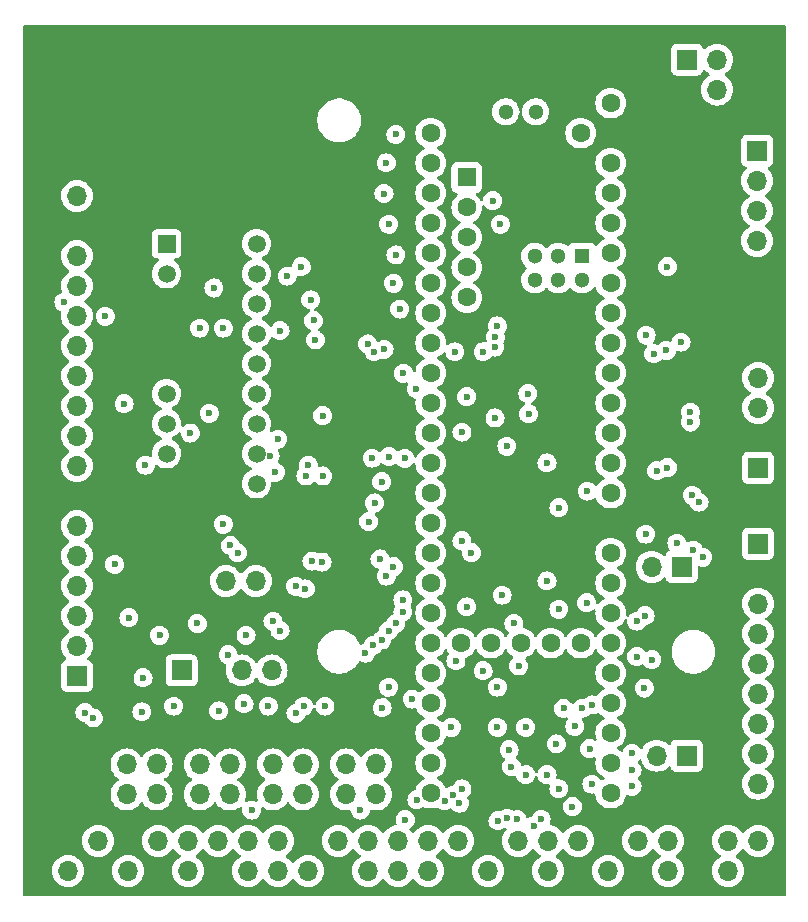
<source format=gbr>
%TF.GenerationSoftware,KiCad,Pcbnew,8.0.3*%
%TF.CreationDate,2025-02-12T02:25:28-08:00*%
%TF.ProjectId,MLU_Breakout,4d4c555f-4272-4656-916b-6f75742e6b69,rev?*%
%TF.SameCoordinates,Original*%
%TF.FileFunction,Copper,L3,Inr*%
%TF.FilePolarity,Positive*%
%FSLAX46Y46*%
G04 Gerber Fmt 4.6, Leading zero omitted, Abs format (unit mm)*
G04 Created by KiCad (PCBNEW 8.0.3) date 2025-02-12 02:25:28*
%MOMM*%
%LPD*%
G01*
G04 APERTURE LIST*
%TA.AperFunction,ComponentPad*%
%ADD10O,1.700000X1.700000*%
%TD*%
%TA.AperFunction,ComponentPad*%
%ADD11R,1.700000X1.700000*%
%TD*%
%TA.AperFunction,ComponentPad*%
%ADD12R,1.498600X1.498600*%
%TD*%
%TA.AperFunction,ComponentPad*%
%ADD13C,1.498600*%
%TD*%
%TA.AperFunction,ComponentPad*%
%ADD14R,1.600000X1.600000*%
%TD*%
%TA.AperFunction,ComponentPad*%
%ADD15C,1.600000*%
%TD*%
%TA.AperFunction,ComponentPad*%
%ADD16R,1.300000X1.300000*%
%TD*%
%TA.AperFunction,ComponentPad*%
%ADD17C,1.300000*%
%TD*%
%TA.AperFunction,ViaPad*%
%ADD18C,0.600000*%
%TD*%
G04 APERTURE END LIST*
D10*
%TO.N,+3.3V*%
%TO.C,J10*%
X142200000Y-76400000D03*
%TO.N,GND*%
X142200000Y-78940000D03*
%TO.N,I2C1_SCL*%
X142200000Y-81480000D03*
%TO.N,I2C1_SDA*%
X142200000Y-84020000D03*
%TO.N,D3.3v_GE*%
X142200000Y-86560000D03*
%TO.N,Dkill_out*%
X142200000Y-89100000D03*
%TO.N,Ai_s*%
X142200000Y-91640000D03*
%TO.N,Ab_s*%
X142200000Y-94180000D03*
%TO.N,+5V*%
X142200000Y-96720000D03*
%TO.N,+3.3V*%
X142200000Y-99260000D03*
%TO.N,GND*%
X142200000Y-101800000D03*
%TO.N,xD5*%
X142200000Y-104340000D03*
%TO.N,xD4*%
X142200000Y-106880000D03*
%TO.N,xD3*%
X142200000Y-109420000D03*
%TO.N,xD2*%
X142200000Y-111960000D03*
%TO.N,xD1*%
X142200000Y-114500000D03*
D11*
%TO.N,xD0*%
X142200000Y-117040000D03*
%TD*%
%TO.N,UART_RX1*%
%TO.C,J8*%
X193400000Y-107800000D03*
D10*
%TO.N,UART_TX1*%
X190860000Y-107800000D03*
%TD*%
D11*
%TO.N,BAR_SDA*%
%TO.C,J6*%
X193825000Y-123800000D03*
D10*
%TO.N,BAR_SCL*%
X191285000Y-123800000D03*
%TD*%
D11*
%TO.N,+3.3V*%
%TO.C,J5*%
X151060000Y-116575000D03*
D10*
%TO.N,GND*%
X153600000Y-116575000D03*
%TO.N,I2C1_SCL*%
X156140000Y-116575000D03*
%TO.N,I2C1_SDA*%
X158680000Y-116575000D03*
%TD*%
D11*
%TO.N,+3.3V*%
%TO.C,J4*%
X199882000Y-99420000D03*
D10*
%TO.N,GND*%
X199882000Y-96880000D03*
%TO.N,I2C1_SCL*%
X199882000Y-94340000D03*
%TO.N,I2C1_SDA*%
X199882000Y-91800000D03*
%TD*%
D11*
%TO.N,+5V*%
%TO.C,J3*%
X199800000Y-72580000D03*
D10*
X199800000Y-75120000D03*
%TO.N,Analog_Current*%
X199800000Y-77660000D03*
%TO.N,Analog_Voltage*%
X199800000Y-80200000D03*
%TO.N,GND*%
X199800000Y-82740000D03*
X199800000Y-85280000D03*
%TD*%
D11*
%TO.N,GND*%
%TO.C,J2*%
X152275000Y-109000000D03*
D10*
%TO.N,+3.3V*%
X154815000Y-109000000D03*
%TO.N,Dleak*%
X157355000Y-109000000D03*
%TD*%
D11*
%TO.N,+5V*%
%TO.C,J7*%
X193860000Y-64860000D03*
D10*
%TO.N,I2C2_SCL*%
X196400000Y-64860000D03*
%TO.N,GND*%
X193860000Y-67400000D03*
%TO.N,I2C2_SDA*%
X196400000Y-67400000D03*
%TD*%
D11*
%TO.N,GND*%
%TO.C,J20*%
X165000000Y-122000000D03*
D10*
X167540000Y-122000000D03*
%TO.N,unconnected-(J20-Pin_3-Pad3)*%
X165000000Y-124540000D03*
%TO.N,unconnected-(J20-Pin_4-Pad4)*%
X167540000Y-124540000D03*
%TO.N,PWM6*%
X165000000Y-127080000D03*
%TO.N,PWM7*%
X167540000Y-127080000D03*
%TD*%
D11*
%TO.N,GND*%
%TO.C,J19*%
X152600000Y-122000000D03*
D10*
X155140000Y-122000000D03*
%TO.N,unconnected-(J19-Pin_3-Pad3)*%
X152600000Y-124540000D03*
%TO.N,unconnected-(J19-Pin_4-Pad4)*%
X155140000Y-124540000D03*
%TO.N,PWM2*%
X152600000Y-127080000D03*
%TO.N,PWM3*%
X155140000Y-127080000D03*
%TD*%
D11*
%TO.N,GND*%
%TO.C,J18*%
X158800000Y-122000000D03*
D10*
X161340000Y-122000000D03*
%TO.N,unconnected-(J18-Pin_3-Pad3)*%
X158800000Y-124540000D03*
%TO.N,unconnected-(J18-Pin_4-Pad4)*%
X161340000Y-124540000D03*
%TO.N,PWM4*%
X158800000Y-127080000D03*
%TO.N,PWM5*%
X161340000Y-127080000D03*
%TD*%
D11*
%TO.N,GND*%
%TO.C,J17*%
X146400000Y-122000000D03*
D10*
X148940000Y-122000000D03*
%TO.N,unconnected-(J17-Pin_3-Pad3)*%
X146400000Y-124540000D03*
%TO.N,unconnected-(J17-Pin_4-Pad4)*%
X148940000Y-124540000D03*
%TO.N,PWM0*%
X146400000Y-127080000D03*
%TO.N,PWM1*%
X148940000Y-127080000D03*
%TD*%
%TO.N,SPI_MISO*%
%TO.C,J9*%
X199857000Y-126170000D03*
%TO.N,D7*%
X199857000Y-123630000D03*
%TO.N,SPI_SCK*%
X199857000Y-121090000D03*
%TO.N,SPI_MOSI*%
X199857000Y-118550000D03*
%TO.N,D6*%
X199857000Y-116010000D03*
%TO.N,D5*%
X199857000Y-113470000D03*
%TO.N,SPI_CS1*%
X199857000Y-110930000D03*
%TO.N,GND*%
X199857000Y-108390000D03*
D11*
%TO.N,+5V*%
X199857000Y-105850000D03*
%TD*%
D12*
%TO.N,I2C2_SCL*%
%TO.C,U1*%
X149790000Y-80440000D03*
D13*
%TO.N,I2C2_SDA*%
X149790000Y-82980000D03*
%TO.N,GND*%
X149790000Y-85520000D03*
X149790000Y-88060000D03*
X149790000Y-90600000D03*
%TO.N,Net-(JP3-C)*%
X149790000Y-93140000D03*
%TO.N,unconnected-(U1-NC-Pad7)*%
X149790000Y-95680000D03*
%TO.N,Dint*%
X149790000Y-98220000D03*
%TO.N,GND*%
X149790000Y-100760000D03*
%TO.N,xD0*%
X157410000Y-100760000D03*
%TO.N,xD1*%
X157410000Y-98220000D03*
%TO.N,xD2*%
X157410000Y-95680000D03*
%TO.N,xD3*%
X157410000Y-93140000D03*
%TO.N,xD4*%
X157410000Y-90600000D03*
%TO.N,xD5*%
X157410000Y-88060000D03*
%TO.N,xD6*%
X157410000Y-85520000D03*
%TO.N,xD7*%
X157410000Y-82980000D03*
%TO.N,+5V*%
X157410000Y-80440000D03*
%TD*%
D14*
%TO.N,GND*%
%TO.C,U4*%
X172160000Y-68540800D03*
D15*
%TO.N,PWM0*%
X172160000Y-71080800D03*
%TO.N,PWM1*%
X172160000Y-73620800D03*
%TO.N,PWM2*%
X172160000Y-76160800D03*
%TO.N,PWM3*%
X172160000Y-78700800D03*
%TO.N,PWM4*%
X172160000Y-81240800D03*
%TO.N,PWM5*%
X172160000Y-83780800D03*
%TO.N,PWM6*%
X172160000Y-86320800D03*
%TO.N,PWM7*%
X172160000Y-88860800D03*
%TO.N,PWM8*%
X172160000Y-91400800D03*
%TO.N,PWM9*%
X172160000Y-93940800D03*
%TO.N,SPI_CS1*%
X172160000Y-96480800D03*
%TO.N,SPI_MOSI*%
X172160000Y-99020800D03*
%TO.N,SPI_MISO*%
X172160000Y-101560800D03*
%TO.N,+3.3V*%
X172160000Y-104100800D03*
%TO.N,UART_TX3*%
X172160000Y-106640800D03*
%TO.N,UART_RX3*%
X172160000Y-109180800D03*
%TO.N,Dswitch1*%
X172160000Y-111720800D03*
%TO.N,Dswitch2*%
X172160000Y-114260800D03*
%TO.N,UART_RX2*%
X172160000Y-116800800D03*
%TO.N,UART_TX2*%
X172160000Y-119340800D03*
%TO.N,Dunused*%
X172160000Y-121880800D03*
%TO.N,D6*%
X172160000Y-124420800D03*
%TO.N,D7*%
X172160000Y-126960800D03*
%TO.N,Dleak*%
X187400000Y-126960800D03*
%TO.N,UART_RX1*%
X187400000Y-124420800D03*
%TO.N,UART_TX1*%
X187400000Y-121880800D03*
%TO.N,Dled2*%
X187400000Y-119340800D03*
%TO.N,Dled1*%
X187400000Y-116800800D03*
%TO.N,Dkill_out*%
X187400000Y-114260800D03*
%TO.N,D3.3v_GE*%
X187400000Y-111720800D03*
%TO.N,Analog_Voltage*%
X187400000Y-109180800D03*
%TO.N,Analog_Current*%
X187400000Y-106640800D03*
%TO.N,GND*%
X187400000Y-104100800D03*
%TO.N,SPI_SCK*%
X187400000Y-101560800D03*
%TO.N,D5*%
X187400000Y-99020800D03*
%TO.N,Dint*%
X187400000Y-96480800D03*
%TO.N,I2C2_SCL*%
X187400000Y-93940800D03*
%TO.N,I2C2_SDA*%
X187400000Y-91400800D03*
%TO.N,I2C1_SDA*%
X187400000Y-88860800D03*
%TO.N,I2C1_SCL*%
X187400000Y-86320800D03*
%TO.N,A4*%
X187400000Y-83780800D03*
%TO.N,A3*%
X187400000Y-81240800D03*
%TO.N,Ab_s*%
X187400000Y-78700800D03*
%TO.N,Ai_s*%
X187400000Y-76160800D03*
%TO.N,+3.3V*%
X187400000Y-73620800D03*
%TO.N,GND*%
X187400000Y-71080800D03*
%TO.N,+5V*%
X187400000Y-68540800D03*
%TO.N,unconnected-(U4-VUSB-Pad49)*%
X184860000Y-71080800D03*
%TO.N,unconnected-(U4-VBAT-Pad50)*%
X174700000Y-114260800D03*
%TO.N,unconnected-(U4-3V3-Pad51)*%
X177240000Y-114260800D03*
%TO.N,unconnected-(U4-GND-Pad52)*%
X179780000Y-114260800D03*
%TO.N,unconnected-(U4-PROGRAM-Pad53)*%
X182320000Y-114260800D03*
%TO.N,unconnected-(U4-ON_OFF-Pad54)*%
X184860000Y-114260800D03*
D14*
%TO.N,unconnected-(U4-5V-Pad55)*%
X175210800Y-74840000D03*
D15*
%TO.N,unconnected-(U4-D--Pad56)*%
X175210800Y-77380000D03*
%TO.N,unconnected-(U4-D+-Pad57)*%
X175210800Y-79920000D03*
%TO.N,unconnected-(U4-GND-Pad58)*%
X175210800Y-82460000D03*
%TO.N,unconnected-(U4-GND-Pad59)*%
X175210800Y-85000000D03*
D16*
%TO.N,unconnected-(U4-R+-Pad60)*%
X184961600Y-81510800D03*
D17*
%TO.N,unconnected-(U4-LED-Pad61)*%
X182961600Y-81510800D03*
%TO.N,unconnected-(U4-T--Pad62)*%
X180961600Y-81510800D03*
%TO.N,unconnected-(U4-T+-Pad63)*%
X180961600Y-83510800D03*
%TO.N,unconnected-(U4-GND-Pad64)*%
X182961600Y-83510800D03*
%TO.N,unconnected-(U4-R--Pad65)*%
X184961600Y-83510800D03*
%TO.N,unconnected-(U4-D--Pad66)*%
X181050000Y-69270800D03*
%TO.N,unconnected-(U4-D+-Pad67)*%
X178510000Y-69270800D03*
%TD*%
D11*
%TO.N,GND*%
%TO.C,J1*%
X141460000Y-131000000D03*
D10*
%TO.N,A3*%
X141460000Y-133540000D03*
%TO.N,Dled1*%
X144000000Y-131000000D03*
%TO.N,GND*%
X144000000Y-133540000D03*
X146540000Y-131000000D03*
%TO.N,A4*%
X146540000Y-133540000D03*
%TO.N,Dled2*%
X149080000Y-131000000D03*
%TO.N,GND*%
X149080000Y-133540000D03*
%TO.N,Dswitch1*%
X151620000Y-131000000D03*
%TO.N,+3.3V*%
X151620000Y-133540000D03*
X154160000Y-131000000D03*
%TO.N,GND*%
X154160000Y-133540000D03*
%TO.N,Dswitch2*%
X156700000Y-131000000D03*
%TO.N,I2C1_SCL*%
X156700000Y-133540000D03*
%TO.N,+3.3V*%
X159240000Y-131000000D03*
%TO.N,I2C1_SDA*%
X159240000Y-133540000D03*
%TO.N,GND*%
X161780000Y-131000000D03*
%TO.N,+3.3V*%
X161780000Y-133540000D03*
%TO.N,Net-(J1-Pin_19)*%
X164320000Y-131000000D03*
%TO.N,GND*%
X164320000Y-133540000D03*
%TO.N,Net-(J1-Pin_21)*%
X166860000Y-131000000D03*
%TO.N,I2C1_SCL*%
X166860000Y-133540000D03*
%TO.N,+3.3V*%
X169400000Y-131000000D03*
%TO.N,I2C1_SDA*%
X169400000Y-133540000D03*
%TO.N,UART_TX3*%
X171940000Y-131000000D03*
%TO.N,Dunused*%
X171940000Y-133540000D03*
%TO.N,UART_RX3*%
X174480000Y-131000000D03*
%TO.N,GND*%
X174480000Y-133540000D03*
X177020000Y-131000000D03*
%TO.N,xD7*%
X177020000Y-133540000D03*
%TO.N,UART_TX2*%
X179560000Y-131000000D03*
%TO.N,GND*%
X179560000Y-133540000D03*
%TO.N,UART_RX2*%
X182100000Y-131000000D03*
%TO.N,xD6*%
X182100000Y-133540000D03*
%TO.N,+3.3V*%
X184640000Y-131000000D03*
%TO.N,GND*%
X184640000Y-133540000D03*
X187180000Y-131000000D03*
%TO.N,+5V*%
X187180000Y-133540000D03*
%TO.N,unconnected-(J1-Pin_39-Pad39)*%
X189720000Y-131000000D03*
%TO.N,GND*%
X189720000Y-133540000D03*
%TO.N,PWM9*%
X192260000Y-131000000D03*
%TO.N,+5V*%
X192260000Y-133540000D03*
%TO.N,GND*%
X194800000Y-131000000D03*
X194800000Y-133540000D03*
%TO.N,unconnected-(J1-Pin_45-Pad45)*%
X197340000Y-131000000D03*
%TO.N,+3.3V*%
X197340000Y-133540000D03*
%TO.N,PWM8*%
X199880000Y-131000000D03*
%TO.N,GND*%
X199880000Y-133540000D03*
%TD*%
D18*
%TO.N,I2C1_SCL*%
X183400000Y-119800000D03*
%TO.N,I2C1_SDA*%
X183000000Y-126600000D03*
X195200000Y-107000000D03*
X189200000Y-125000000D03*
X189200000Y-123600000D03*
X189200000Y-126400000D03*
%TO.N,UART_TX2*%
X174800000Y-126600000D03*
X173909296Y-121394907D03*
%TO.N,UART_RX2*%
X180200000Y-121400000D03*
X177800000Y-121400000D03*
X177800000Y-118000000D03*
%TO.N,BAR_SDA*%
X182000000Y-125400000D03*
X185600000Y-123200000D03*
X182800000Y-122800000D03*
%TO.N,BAR_SCL*%
X184978135Y-119773625D03*
%TO.N,PWM7*%
X169000000Y-107800000D03*
X168600000Y-118000000D03*
%TO.N,SPI_MISO*%
X189600000Y-112400000D03*
X189600000Y-115400000D03*
X185400000Y-101400000D03*
%TO.N,Net-(J1-Pin_21)*%
X170000000Y-129200000D03*
%TO.N,Net-(J1-Pin_19)*%
X185800000Y-126200000D03*
X184361021Y-121316695D03*
%TO.N,+3.3V*%
X174047603Y-127142576D03*
%TO.N,SPI_SCK*%
X190307056Y-111928221D03*
X190877415Y-115674056D03*
%TO.N,SPI_MOSI*%
X182000000Y-109000000D03*
X185359620Y-110840380D03*
X182000000Y-99000000D03*
%TO.N,D6*%
X190250000Y-118069240D03*
X185783824Y-119502759D03*
%TO.N,D5*%
X194400000Y-106400000D03*
%TO.N,SPI_CS1*%
X174800000Y-96400000D03*
X193000000Y-105800000D03*
X174800000Y-105600000D03*
X190360000Y-105040431D03*
%TO.N,Analog_Voltage*%
X194870250Y-102329751D03*
%TO.N,Analog_Current*%
X194294481Y-101753982D03*
%TO.N,I2C2_SCL*%
X194150000Y-95544334D03*
%TO.N,I2C2_SDA*%
X194150000Y-94719683D03*
%TO.N,Dleak*%
X176600000Y-116600000D03*
X175200000Y-111200000D03*
X178800000Y-123290547D03*
X168400000Y-108600000D03*
%TO.N,+3.3V*%
X145400000Y-107600000D03*
%TO.N,I2C1_SDA*%
X146603424Y-112113851D03*
%TO.N,I2C1_SCL*%
X149200000Y-113600000D03*
%TO.N,+3.3V*%
X167400000Y-102400000D03*
%TO.N,Net-(U3-CSB)*%
X167200000Y-98600000D03*
X168000000Y-100600000D03*
%TO.N,I2C1_SCL*%
X168647703Y-98472918D03*
X169947703Y-98618413D03*
%TO.N,+3.3V*%
X163000000Y-95000000D03*
%TO.N,GND*%
X167400000Y-95000000D03*
%TO.N,I2C1_SCL*%
X159400000Y-87800000D03*
X152600000Y-87600000D03*
X154600000Y-87600000D03*
X162400000Y-88600000D03*
X163000000Y-100114722D03*
%TO.N,I2C1_SDA*%
X144600000Y-86600000D03*
X162233643Y-86948718D03*
%TO.N,D3.3v_GE*%
X168200000Y-89400000D03*
X167859620Y-107140380D03*
%TO.N,Dkill_out*%
X166908135Y-103972625D03*
X166818834Y-88935524D03*
X183000000Y-102800000D03*
X183000000Y-111400000D03*
%TO.N,Ai_s*%
X177400000Y-76800000D03*
X167369869Y-89582722D03*
%TO.N,Ab_s*%
X174200000Y-89600000D03*
X176600000Y-89600000D03*
X169850000Y-91427366D03*
X178050000Y-78800000D03*
%TO.N,xD5*%
X154600000Y-104200000D03*
%TO.N,xD4*%
X155200000Y-106000000D03*
%TO.N,xD3*%
X155800000Y-106600000D03*
%TO.N,xD2*%
X159000000Y-99800000D03*
X159200000Y-97000000D03*
X152400000Y-112600000D03*
X158800000Y-112400000D03*
%TO.N,xD1*%
X159400000Y-113200000D03*
X158550000Y-98400000D03*
X154999729Y-115250000D03*
%TO.N,xD0*%
X156518809Y-113599569D03*
X147800000Y-117200000D03*
%TO.N,Dint*%
X170940765Y-92740765D03*
X175200000Y-93400000D03*
%TO.N,+5V*%
X141100000Y-85400000D03*
X153800000Y-84200000D03*
%TO.N,I2C2_SDA*%
X153403044Y-94810190D03*
%TO.N,I2C2_SCL*%
X151800000Y-96479300D03*
%TO.N,Net-(JP3-A)*%
X148000000Y-99200000D03*
X146200000Y-94000000D03*
%TO.N,GND*%
X162400000Y-78200000D03*
%TO.N,xD6*%
X177800000Y-87400000D03*
X179200000Y-112600000D03*
X179600000Y-116200000D03*
%TO.N,xD7*%
X160000000Y-83200000D03*
X170985688Y-127517725D03*
X170600000Y-119000000D03*
%TO.N,I2C1_SDA*%
X161800000Y-99200000D03*
X162950000Y-107400000D03*
X177600000Y-95200000D03*
X177573617Y-89207067D03*
%TO.N,I2C1_SCL*%
X178600000Y-97600000D03*
X177640457Y-88359697D03*
X162104034Y-107317266D03*
X161580202Y-100114722D03*
%TO.N,A4*%
X161541802Y-109674105D03*
X143600000Y-120600000D03*
X162000000Y-85200000D03*
%TO.N,A3*%
X142884917Y-120140477D03*
X161200000Y-82400000D03*
X160719300Y-109459641D03*
%TO.N,PWM6*%
X169529891Y-85979086D03*
X169800000Y-110600000D03*
X163200000Y-119600000D03*
%TO.N,PWM5*%
X161400000Y-119600000D03*
X169000000Y-83800000D03*
X169800000Y-111600000D03*
%TO.N,PWM4*%
X158400000Y-119600000D03*
X169200000Y-112600000D03*
X169200000Y-81400000D03*
%TO.N,PWM3*%
X156350000Y-119396530D03*
X168600000Y-113200000D03*
X168600000Y-78800000D03*
%TO.N,PWM2*%
X154200000Y-120000000D03*
X168200000Y-76200000D03*
X168000000Y-114000000D03*
%TO.N,PWM1*%
X168400000Y-73600000D03*
X166626922Y-115109336D03*
X150400000Y-119600000D03*
%TO.N,PWM0*%
X169200000Y-71200000D03*
X167276922Y-114446835D03*
X147698731Y-120086464D03*
%TO.N,Dled1*%
X157000000Y-128400000D03*
X160750000Y-120211438D03*
%TO.N,Dled2*%
X168040000Y-119742463D03*
X166200000Y-128400000D03*
%TO.N,Dswitch1*%
X173330998Y-127599721D03*
%TO.N,Dswitch2*%
X174585549Y-127813605D03*
X174290484Y-115762736D03*
%TO.N,UART_TX2*%
X178985712Y-124715658D03*
X179478418Y-129194651D03*
%TO.N,UART_RX2*%
X180859620Y-129740380D03*
X180200000Y-125400000D03*
%TO.N,UART_TX3*%
X175600000Y-106600000D03*
X177847161Y-129302799D03*
%TO.N,UART_RX3*%
X178633702Y-129100000D03*
X178200000Y-110200000D03*
%TO.N,PWM8*%
X184154595Y-128100000D03*
X180376338Y-93136039D03*
%TO.N,PWM9*%
X180440380Y-94850000D03*
X181500981Y-129185711D03*
%TO.N,I2C1_SCL*%
X192112732Y-89481946D03*
X192200000Y-99400000D03*
X190400000Y-88200000D03*
%TO.N,I2C1_SDA*%
X193350000Y-88779784D03*
X191292755Y-99671496D03*
%TO.N,GND*%
X193600000Y-99600000D03*
X193350000Y-90029784D03*
%TO.N,+3.3V*%
X191040380Y-89759620D03*
X192200000Y-82400000D03*
%TD*%
%TA.AperFunction,Conductor*%
%TO.N,GND*%
G36*
X202160939Y-61937785D02*
G01*
X202206694Y-61990589D01*
X202217900Y-62042100D01*
X202217900Y-135593100D01*
X202198215Y-135660139D01*
X202145411Y-135705894D01*
X202093900Y-135717100D01*
X137742900Y-135717100D01*
X137675861Y-135697415D01*
X137630106Y-135644611D01*
X137618900Y-135593100D01*
X137618900Y-133539999D01*
X140104341Y-133539999D01*
X140104341Y-133540000D01*
X140124936Y-133775403D01*
X140124938Y-133775413D01*
X140186094Y-134003655D01*
X140186096Y-134003659D01*
X140186097Y-134003663D01*
X140190000Y-134012032D01*
X140285965Y-134217830D01*
X140285967Y-134217834D01*
X140394281Y-134372521D01*
X140421505Y-134411401D01*
X140588599Y-134578495D01*
X140685384Y-134646265D01*
X140782165Y-134714032D01*
X140782167Y-134714033D01*
X140782170Y-134714035D01*
X140996337Y-134813903D01*
X141224592Y-134875063D01*
X141412918Y-134891539D01*
X141459999Y-134895659D01*
X141460000Y-134895659D01*
X141460001Y-134895659D01*
X141499234Y-134892226D01*
X141695408Y-134875063D01*
X141923663Y-134813903D01*
X142137830Y-134714035D01*
X142331401Y-134578495D01*
X142498495Y-134411401D01*
X142634035Y-134217830D01*
X142733903Y-134003663D01*
X142795063Y-133775408D01*
X142815659Y-133540000D01*
X142815659Y-133539999D01*
X145184341Y-133539999D01*
X145184341Y-133540000D01*
X145204936Y-133775403D01*
X145204938Y-133775413D01*
X145266094Y-134003655D01*
X145266096Y-134003659D01*
X145266097Y-134003663D01*
X145270000Y-134012032D01*
X145365965Y-134217830D01*
X145365967Y-134217834D01*
X145474281Y-134372521D01*
X145501505Y-134411401D01*
X145668599Y-134578495D01*
X145765384Y-134646265D01*
X145862165Y-134714032D01*
X145862167Y-134714033D01*
X145862170Y-134714035D01*
X146076337Y-134813903D01*
X146304592Y-134875063D01*
X146492918Y-134891539D01*
X146539999Y-134895659D01*
X146540000Y-134895659D01*
X146540001Y-134895659D01*
X146579234Y-134892226D01*
X146775408Y-134875063D01*
X147003663Y-134813903D01*
X147217830Y-134714035D01*
X147411401Y-134578495D01*
X147578495Y-134411401D01*
X147714035Y-134217830D01*
X147813903Y-134003663D01*
X147875063Y-133775408D01*
X147895659Y-133540000D01*
X147875063Y-133304592D01*
X147813903Y-133076337D01*
X147714035Y-132862171D01*
X147708425Y-132854158D01*
X147578494Y-132668597D01*
X147411402Y-132501506D01*
X147411395Y-132501501D01*
X147217834Y-132365967D01*
X147217830Y-132365965D01*
X147195729Y-132355659D01*
X147003663Y-132266097D01*
X147003659Y-132266096D01*
X147003655Y-132266094D01*
X146775413Y-132204938D01*
X146775403Y-132204936D01*
X146540001Y-132184341D01*
X146539999Y-132184341D01*
X146304596Y-132204936D01*
X146304586Y-132204938D01*
X146076344Y-132266094D01*
X146076335Y-132266098D01*
X145862171Y-132365964D01*
X145862169Y-132365965D01*
X145668597Y-132501505D01*
X145501505Y-132668597D01*
X145365965Y-132862169D01*
X145365964Y-132862171D01*
X145266098Y-133076335D01*
X145266094Y-133076344D01*
X145204938Y-133304586D01*
X145204936Y-133304596D01*
X145184341Y-133539999D01*
X142815659Y-133539999D01*
X142795063Y-133304592D01*
X142733903Y-133076337D01*
X142634035Y-132862171D01*
X142628425Y-132854158D01*
X142498494Y-132668597D01*
X142331402Y-132501506D01*
X142331395Y-132501501D01*
X142137834Y-132365967D01*
X142137830Y-132365965D01*
X142115729Y-132355659D01*
X141923663Y-132266097D01*
X141923659Y-132266096D01*
X141923655Y-132266094D01*
X141695413Y-132204938D01*
X141695403Y-132204936D01*
X141460001Y-132184341D01*
X141459999Y-132184341D01*
X141224596Y-132204936D01*
X141224586Y-132204938D01*
X140996344Y-132266094D01*
X140996335Y-132266098D01*
X140782171Y-132365964D01*
X140782169Y-132365965D01*
X140588597Y-132501505D01*
X140421505Y-132668597D01*
X140285965Y-132862169D01*
X140285964Y-132862171D01*
X140186098Y-133076335D01*
X140186094Y-133076344D01*
X140124938Y-133304586D01*
X140124936Y-133304596D01*
X140104341Y-133539999D01*
X137618900Y-133539999D01*
X137618900Y-130999999D01*
X142644341Y-130999999D01*
X142644341Y-131000000D01*
X142664936Y-131235403D01*
X142664938Y-131235413D01*
X142726094Y-131463655D01*
X142726096Y-131463659D01*
X142726097Y-131463663D01*
X142730000Y-131472032D01*
X142825965Y-131677830D01*
X142825967Y-131677834D01*
X142934281Y-131832521D01*
X142961505Y-131871401D01*
X143128599Y-132038495D01*
X143225384Y-132106265D01*
X143322165Y-132174032D01*
X143322167Y-132174033D01*
X143322170Y-132174035D01*
X143536337Y-132273903D01*
X143764592Y-132335063D01*
X143952918Y-132351539D01*
X143999999Y-132355659D01*
X144000000Y-132355659D01*
X144000001Y-132355659D01*
X144039234Y-132352226D01*
X144235408Y-132335063D01*
X144463663Y-132273903D01*
X144677830Y-132174035D01*
X144871401Y-132038495D01*
X145038495Y-131871401D01*
X145174035Y-131677830D01*
X145273903Y-131463663D01*
X145335063Y-131235408D01*
X145355659Y-131000000D01*
X145355659Y-130999999D01*
X147724341Y-130999999D01*
X147724341Y-131000000D01*
X147744936Y-131235403D01*
X147744938Y-131235413D01*
X147806094Y-131463655D01*
X147806096Y-131463659D01*
X147806097Y-131463663D01*
X147810000Y-131472032D01*
X147905965Y-131677830D01*
X147905967Y-131677834D01*
X148014281Y-131832521D01*
X148041505Y-131871401D01*
X148208599Y-132038495D01*
X148305384Y-132106265D01*
X148402165Y-132174032D01*
X148402167Y-132174033D01*
X148402170Y-132174035D01*
X148616337Y-132273903D01*
X148844592Y-132335063D01*
X149032918Y-132351539D01*
X149079999Y-132355659D01*
X149080000Y-132355659D01*
X149080001Y-132355659D01*
X149119234Y-132352226D01*
X149315408Y-132335063D01*
X149543663Y-132273903D01*
X149757830Y-132174035D01*
X149951401Y-132038495D01*
X150118495Y-131871401D01*
X150248425Y-131685842D01*
X150303002Y-131642217D01*
X150372500Y-131635023D01*
X150434855Y-131666546D01*
X150451575Y-131685842D01*
X150581501Y-131871396D01*
X150581506Y-131871402D01*
X150748597Y-132038493D01*
X150748603Y-132038498D01*
X150934158Y-132168425D01*
X150977783Y-132223002D01*
X150984977Y-132292500D01*
X150953454Y-132354855D01*
X150934158Y-132371575D01*
X150748597Y-132501505D01*
X150581505Y-132668597D01*
X150445965Y-132862169D01*
X150445964Y-132862171D01*
X150346098Y-133076335D01*
X150346094Y-133076344D01*
X150284938Y-133304586D01*
X150284936Y-133304596D01*
X150264341Y-133539999D01*
X150264341Y-133540000D01*
X150284936Y-133775403D01*
X150284938Y-133775413D01*
X150346094Y-134003655D01*
X150346096Y-134003659D01*
X150346097Y-134003663D01*
X150350000Y-134012032D01*
X150445965Y-134217830D01*
X150445967Y-134217834D01*
X150554281Y-134372521D01*
X150581505Y-134411401D01*
X150748599Y-134578495D01*
X150845384Y-134646265D01*
X150942165Y-134714032D01*
X150942167Y-134714033D01*
X150942170Y-134714035D01*
X151156337Y-134813903D01*
X151384592Y-134875063D01*
X151572918Y-134891539D01*
X151619999Y-134895659D01*
X151620000Y-134895659D01*
X151620001Y-134895659D01*
X151659234Y-134892226D01*
X151855408Y-134875063D01*
X152083663Y-134813903D01*
X152297830Y-134714035D01*
X152491401Y-134578495D01*
X152658495Y-134411401D01*
X152794035Y-134217830D01*
X152893903Y-134003663D01*
X152955063Y-133775408D01*
X152975659Y-133540000D01*
X152955063Y-133304592D01*
X152893903Y-133076337D01*
X152794035Y-132862171D01*
X152788425Y-132854158D01*
X152658494Y-132668597D01*
X152491402Y-132501506D01*
X152491396Y-132501501D01*
X152305842Y-132371575D01*
X152262217Y-132316998D01*
X152255023Y-132247500D01*
X152286546Y-132185145D01*
X152305842Y-132168425D01*
X152328026Y-132152891D01*
X152491401Y-132038495D01*
X152658495Y-131871401D01*
X152788425Y-131685842D01*
X152843002Y-131642217D01*
X152912500Y-131635023D01*
X152974855Y-131666546D01*
X152991575Y-131685842D01*
X153121500Y-131871395D01*
X153121505Y-131871401D01*
X153288599Y-132038495D01*
X153385384Y-132106265D01*
X153482165Y-132174032D01*
X153482167Y-132174033D01*
X153482170Y-132174035D01*
X153696337Y-132273903D01*
X153924592Y-132335063D01*
X154112918Y-132351539D01*
X154159999Y-132355659D01*
X154160000Y-132355659D01*
X154160001Y-132355659D01*
X154199234Y-132352226D01*
X154395408Y-132335063D01*
X154623663Y-132273903D01*
X154837830Y-132174035D01*
X155031401Y-132038495D01*
X155198495Y-131871401D01*
X155328425Y-131685842D01*
X155383002Y-131642217D01*
X155452500Y-131635023D01*
X155514855Y-131666546D01*
X155531575Y-131685842D01*
X155661501Y-131871396D01*
X155661506Y-131871402D01*
X155828597Y-132038493D01*
X155828603Y-132038498D01*
X156014158Y-132168425D01*
X156057783Y-132223002D01*
X156064977Y-132292500D01*
X156033454Y-132354855D01*
X156014158Y-132371575D01*
X155828597Y-132501505D01*
X155661505Y-132668597D01*
X155525965Y-132862169D01*
X155525964Y-132862171D01*
X155426098Y-133076335D01*
X155426094Y-133076344D01*
X155364938Y-133304586D01*
X155364936Y-133304596D01*
X155344341Y-133539999D01*
X155344341Y-133540000D01*
X155364936Y-133775403D01*
X155364938Y-133775413D01*
X155426094Y-134003655D01*
X155426096Y-134003659D01*
X155426097Y-134003663D01*
X155430000Y-134012032D01*
X155525965Y-134217830D01*
X155525967Y-134217834D01*
X155634281Y-134372521D01*
X155661505Y-134411401D01*
X155828599Y-134578495D01*
X155925384Y-134646265D01*
X156022165Y-134714032D01*
X156022167Y-134714033D01*
X156022170Y-134714035D01*
X156236337Y-134813903D01*
X156464592Y-134875063D01*
X156652918Y-134891539D01*
X156699999Y-134895659D01*
X156700000Y-134895659D01*
X156700001Y-134895659D01*
X156739234Y-134892226D01*
X156935408Y-134875063D01*
X157163663Y-134813903D01*
X157377830Y-134714035D01*
X157571401Y-134578495D01*
X157738495Y-134411401D01*
X157868425Y-134225842D01*
X157923002Y-134182217D01*
X157992500Y-134175023D01*
X158054855Y-134206546D01*
X158071575Y-134225842D01*
X158201500Y-134411395D01*
X158201505Y-134411401D01*
X158368599Y-134578495D01*
X158465384Y-134646265D01*
X158562165Y-134714032D01*
X158562167Y-134714033D01*
X158562170Y-134714035D01*
X158776337Y-134813903D01*
X159004592Y-134875063D01*
X159192918Y-134891539D01*
X159239999Y-134895659D01*
X159240000Y-134895659D01*
X159240001Y-134895659D01*
X159279234Y-134892226D01*
X159475408Y-134875063D01*
X159703663Y-134813903D01*
X159917830Y-134714035D01*
X160111401Y-134578495D01*
X160278495Y-134411401D01*
X160408425Y-134225842D01*
X160463002Y-134182217D01*
X160532500Y-134175023D01*
X160594855Y-134206546D01*
X160611575Y-134225842D01*
X160741500Y-134411395D01*
X160741505Y-134411401D01*
X160908599Y-134578495D01*
X161005384Y-134646265D01*
X161102165Y-134714032D01*
X161102167Y-134714033D01*
X161102170Y-134714035D01*
X161316337Y-134813903D01*
X161544592Y-134875063D01*
X161732918Y-134891539D01*
X161779999Y-134895659D01*
X161780000Y-134895659D01*
X161780001Y-134895659D01*
X161819234Y-134892226D01*
X162015408Y-134875063D01*
X162243663Y-134813903D01*
X162457830Y-134714035D01*
X162651401Y-134578495D01*
X162818495Y-134411401D01*
X162954035Y-134217830D01*
X163053903Y-134003663D01*
X163115063Y-133775408D01*
X163135659Y-133540000D01*
X163115063Y-133304592D01*
X163053903Y-133076337D01*
X162954035Y-132862171D01*
X162948425Y-132854158D01*
X162818494Y-132668597D01*
X162651402Y-132501506D01*
X162651395Y-132501501D01*
X162457834Y-132365967D01*
X162457830Y-132365965D01*
X162435729Y-132355659D01*
X162243663Y-132266097D01*
X162243659Y-132266096D01*
X162243655Y-132266094D01*
X162015413Y-132204938D01*
X162015403Y-132204936D01*
X161780001Y-132184341D01*
X161779999Y-132184341D01*
X161544596Y-132204936D01*
X161544586Y-132204938D01*
X161316344Y-132266094D01*
X161316335Y-132266098D01*
X161102171Y-132365964D01*
X161102169Y-132365965D01*
X160908597Y-132501505D01*
X160741505Y-132668597D01*
X160611575Y-132854158D01*
X160556998Y-132897783D01*
X160487500Y-132904977D01*
X160425145Y-132873454D01*
X160408425Y-132854158D01*
X160278494Y-132668597D01*
X160111402Y-132501506D01*
X160111396Y-132501501D01*
X159925842Y-132371575D01*
X159882217Y-132316998D01*
X159875023Y-132247500D01*
X159906546Y-132185145D01*
X159925842Y-132168425D01*
X159948026Y-132152891D01*
X160111401Y-132038495D01*
X160278495Y-131871401D01*
X160414035Y-131677830D01*
X160513903Y-131463663D01*
X160575063Y-131235408D01*
X160595659Y-131000000D01*
X160595659Y-130999999D01*
X162964341Y-130999999D01*
X162964341Y-131000000D01*
X162984936Y-131235403D01*
X162984938Y-131235413D01*
X163046094Y-131463655D01*
X163046096Y-131463659D01*
X163046097Y-131463663D01*
X163050000Y-131472032D01*
X163145965Y-131677830D01*
X163145967Y-131677834D01*
X163254281Y-131832521D01*
X163281505Y-131871401D01*
X163448599Y-132038495D01*
X163545384Y-132106265D01*
X163642165Y-132174032D01*
X163642167Y-132174033D01*
X163642170Y-132174035D01*
X163856337Y-132273903D01*
X164084592Y-132335063D01*
X164272918Y-132351539D01*
X164319999Y-132355659D01*
X164320000Y-132355659D01*
X164320001Y-132355659D01*
X164359234Y-132352226D01*
X164555408Y-132335063D01*
X164783663Y-132273903D01*
X164997830Y-132174035D01*
X165191401Y-132038495D01*
X165358495Y-131871401D01*
X165488425Y-131685842D01*
X165543002Y-131642217D01*
X165612500Y-131635023D01*
X165674855Y-131666546D01*
X165691575Y-131685842D01*
X165821501Y-131871396D01*
X165821506Y-131871402D01*
X165988597Y-132038493D01*
X165988603Y-132038498D01*
X166174158Y-132168425D01*
X166217783Y-132223002D01*
X166224977Y-132292500D01*
X166193454Y-132354855D01*
X166174158Y-132371575D01*
X165988597Y-132501505D01*
X165821505Y-132668597D01*
X165685965Y-132862169D01*
X165685964Y-132862171D01*
X165586098Y-133076335D01*
X165586094Y-133076344D01*
X165524938Y-133304586D01*
X165524936Y-133304596D01*
X165504341Y-133539999D01*
X165504341Y-133540000D01*
X165524936Y-133775403D01*
X165524938Y-133775413D01*
X165586094Y-134003655D01*
X165586096Y-134003659D01*
X165586097Y-134003663D01*
X165590000Y-134012032D01*
X165685965Y-134217830D01*
X165685967Y-134217834D01*
X165794281Y-134372521D01*
X165821505Y-134411401D01*
X165988599Y-134578495D01*
X166085384Y-134646265D01*
X166182165Y-134714032D01*
X166182167Y-134714033D01*
X166182170Y-134714035D01*
X166396337Y-134813903D01*
X166624592Y-134875063D01*
X166812918Y-134891539D01*
X166859999Y-134895659D01*
X166860000Y-134895659D01*
X166860001Y-134895659D01*
X166899234Y-134892226D01*
X167095408Y-134875063D01*
X167323663Y-134813903D01*
X167537830Y-134714035D01*
X167731401Y-134578495D01*
X167898495Y-134411401D01*
X168028425Y-134225842D01*
X168083002Y-134182217D01*
X168152500Y-134175023D01*
X168214855Y-134206546D01*
X168231575Y-134225842D01*
X168361500Y-134411395D01*
X168361505Y-134411401D01*
X168528599Y-134578495D01*
X168625384Y-134646265D01*
X168722165Y-134714032D01*
X168722167Y-134714033D01*
X168722170Y-134714035D01*
X168936337Y-134813903D01*
X169164592Y-134875063D01*
X169352918Y-134891539D01*
X169399999Y-134895659D01*
X169400000Y-134895659D01*
X169400001Y-134895659D01*
X169439234Y-134892226D01*
X169635408Y-134875063D01*
X169863663Y-134813903D01*
X170077830Y-134714035D01*
X170271401Y-134578495D01*
X170438495Y-134411401D01*
X170568425Y-134225842D01*
X170623002Y-134182217D01*
X170692500Y-134175023D01*
X170754855Y-134206546D01*
X170771575Y-134225842D01*
X170901500Y-134411395D01*
X170901505Y-134411401D01*
X171068599Y-134578495D01*
X171165384Y-134646265D01*
X171262165Y-134714032D01*
X171262167Y-134714033D01*
X171262170Y-134714035D01*
X171476337Y-134813903D01*
X171704592Y-134875063D01*
X171892918Y-134891539D01*
X171939999Y-134895659D01*
X171940000Y-134895659D01*
X171940001Y-134895659D01*
X171979234Y-134892226D01*
X172175408Y-134875063D01*
X172403663Y-134813903D01*
X172617830Y-134714035D01*
X172811401Y-134578495D01*
X172978495Y-134411401D01*
X173114035Y-134217830D01*
X173213903Y-134003663D01*
X173275063Y-133775408D01*
X173295659Y-133540000D01*
X173295659Y-133539999D01*
X175664341Y-133539999D01*
X175664341Y-133540000D01*
X175684936Y-133775403D01*
X175684938Y-133775413D01*
X175746094Y-134003655D01*
X175746096Y-134003659D01*
X175746097Y-134003663D01*
X175750000Y-134012032D01*
X175845965Y-134217830D01*
X175845967Y-134217834D01*
X175954281Y-134372521D01*
X175981505Y-134411401D01*
X176148599Y-134578495D01*
X176245384Y-134646265D01*
X176342165Y-134714032D01*
X176342167Y-134714033D01*
X176342170Y-134714035D01*
X176556337Y-134813903D01*
X176784592Y-134875063D01*
X176972918Y-134891539D01*
X177019999Y-134895659D01*
X177020000Y-134895659D01*
X177020001Y-134895659D01*
X177059234Y-134892226D01*
X177255408Y-134875063D01*
X177483663Y-134813903D01*
X177697830Y-134714035D01*
X177891401Y-134578495D01*
X178058495Y-134411401D01*
X178194035Y-134217830D01*
X178293903Y-134003663D01*
X178355063Y-133775408D01*
X178375659Y-133540000D01*
X178355063Y-133304592D01*
X178293903Y-133076337D01*
X178194035Y-132862171D01*
X178188425Y-132854158D01*
X178058494Y-132668597D01*
X177891402Y-132501506D01*
X177891395Y-132501501D01*
X177697834Y-132365967D01*
X177697830Y-132365965D01*
X177675729Y-132355659D01*
X177483663Y-132266097D01*
X177483659Y-132266096D01*
X177483655Y-132266094D01*
X177255413Y-132204938D01*
X177255403Y-132204936D01*
X177020001Y-132184341D01*
X177019999Y-132184341D01*
X176784596Y-132204936D01*
X176784586Y-132204938D01*
X176556344Y-132266094D01*
X176556335Y-132266098D01*
X176342171Y-132365964D01*
X176342169Y-132365965D01*
X176148597Y-132501505D01*
X175981505Y-132668597D01*
X175845965Y-132862169D01*
X175845964Y-132862171D01*
X175746098Y-133076335D01*
X175746094Y-133076344D01*
X175684938Y-133304586D01*
X175684936Y-133304596D01*
X175664341Y-133539999D01*
X173295659Y-133539999D01*
X173275063Y-133304592D01*
X173213903Y-133076337D01*
X173114035Y-132862171D01*
X173108425Y-132854158D01*
X172978494Y-132668597D01*
X172811402Y-132501506D01*
X172811396Y-132501501D01*
X172625842Y-132371575D01*
X172582217Y-132316998D01*
X172575023Y-132247500D01*
X172606546Y-132185145D01*
X172625842Y-132168425D01*
X172648026Y-132152891D01*
X172811401Y-132038495D01*
X172978495Y-131871401D01*
X173108425Y-131685842D01*
X173163002Y-131642217D01*
X173232500Y-131635023D01*
X173294855Y-131666546D01*
X173311575Y-131685842D01*
X173441500Y-131871395D01*
X173441505Y-131871401D01*
X173608599Y-132038495D01*
X173705384Y-132106265D01*
X173802165Y-132174032D01*
X173802167Y-132174033D01*
X173802170Y-132174035D01*
X174016337Y-132273903D01*
X174244592Y-132335063D01*
X174432918Y-132351539D01*
X174479999Y-132355659D01*
X174480000Y-132355659D01*
X174480001Y-132355659D01*
X174519234Y-132352226D01*
X174715408Y-132335063D01*
X174943663Y-132273903D01*
X175157830Y-132174035D01*
X175351401Y-132038495D01*
X175518495Y-131871401D01*
X175654035Y-131677830D01*
X175753903Y-131463663D01*
X175815063Y-131235408D01*
X175835659Y-131000000D01*
X175815063Y-130764592D01*
X175753903Y-130536337D01*
X175654035Y-130322171D01*
X175648425Y-130314158D01*
X175518494Y-130128597D01*
X175351402Y-129961506D01*
X175351395Y-129961501D01*
X175343420Y-129955917D01*
X175285021Y-129915025D01*
X175157834Y-129825967D01*
X175157830Y-129825965D01*
X175113001Y-129805061D01*
X174943663Y-129726097D01*
X174943659Y-129726096D01*
X174943655Y-129726094D01*
X174715413Y-129664938D01*
X174715403Y-129664936D01*
X174480001Y-129644341D01*
X174479999Y-129644341D01*
X174244596Y-129664936D01*
X174244586Y-129664938D01*
X174016344Y-129726094D01*
X174016335Y-129726098D01*
X173802171Y-129825964D01*
X173802169Y-129825965D01*
X173608597Y-129961505D01*
X173441505Y-130128597D01*
X173311575Y-130314158D01*
X173256998Y-130357783D01*
X173187500Y-130364977D01*
X173125145Y-130333454D01*
X173108425Y-130314158D01*
X172978494Y-130128597D01*
X172811402Y-129961506D01*
X172811395Y-129961501D01*
X172803420Y-129955917D01*
X172745021Y-129915025D01*
X172617834Y-129825967D01*
X172617830Y-129825965D01*
X172573001Y-129805061D01*
X172403663Y-129726097D01*
X172403659Y-129726096D01*
X172403655Y-129726094D01*
X172175413Y-129664938D01*
X172175403Y-129664936D01*
X171940001Y-129644341D01*
X171939999Y-129644341D01*
X171704596Y-129664936D01*
X171704586Y-129664938D01*
X171476344Y-129726094D01*
X171476335Y-129726098D01*
X171262171Y-129825964D01*
X171262169Y-129825965D01*
X171068597Y-129961505D01*
X170901505Y-130128597D01*
X170771575Y-130314158D01*
X170716998Y-130357783D01*
X170647500Y-130364977D01*
X170585145Y-130333454D01*
X170568425Y-130314158D01*
X170438494Y-130128597D01*
X170389561Y-130079664D01*
X170356076Y-130018341D01*
X170361060Y-129948649D01*
X170402932Y-129892716D01*
X170411262Y-129886994D01*
X170502262Y-129829816D01*
X170629816Y-129702262D01*
X170725789Y-129549522D01*
X170785368Y-129379255D01*
X170785369Y-129379249D01*
X170793983Y-129302795D01*
X177041596Y-129302795D01*
X177041596Y-129302802D01*
X177061791Y-129482048D01*
X177061792Y-129482053D01*
X177121372Y-129652322D01*
X177167729Y-129726098D01*
X177217345Y-129805061D01*
X177344899Y-129932615D01*
X177497639Y-130028588D01*
X177643606Y-130079664D01*
X177667906Y-130088167D01*
X177667911Y-130088168D01*
X177847157Y-130108364D01*
X177847161Y-130108364D01*
X177847165Y-130108364D01*
X178026410Y-130088168D01*
X178026413Y-130088167D01*
X178026416Y-130088167D01*
X178196683Y-130028588D01*
X178349423Y-129932615D01*
X178360293Y-129921744D01*
X178421610Y-129888258D01*
X178461858Y-129886203D01*
X178477445Y-129887959D01*
X178541859Y-129915025D01*
X178581414Y-129972620D01*
X178583551Y-130042457D01*
X178551244Y-130098859D01*
X178521503Y-130128599D01*
X178385965Y-130322169D01*
X178385964Y-130322171D01*
X178286098Y-130536335D01*
X178286094Y-130536344D01*
X178224938Y-130764586D01*
X178224936Y-130764596D01*
X178204341Y-130999999D01*
X178204341Y-131000000D01*
X178224936Y-131235403D01*
X178224938Y-131235413D01*
X178286094Y-131463655D01*
X178286096Y-131463659D01*
X178286097Y-131463663D01*
X178290000Y-131472032D01*
X178385965Y-131677830D01*
X178385967Y-131677834D01*
X178494281Y-131832521D01*
X178521505Y-131871401D01*
X178688599Y-132038495D01*
X178785384Y-132106265D01*
X178882165Y-132174032D01*
X178882167Y-132174033D01*
X178882170Y-132174035D01*
X179096337Y-132273903D01*
X179324592Y-132335063D01*
X179512918Y-132351539D01*
X179559999Y-132355659D01*
X179560000Y-132355659D01*
X179560001Y-132355659D01*
X179599234Y-132352226D01*
X179795408Y-132335063D01*
X180023663Y-132273903D01*
X180237830Y-132174035D01*
X180431401Y-132038495D01*
X180598495Y-131871401D01*
X180728425Y-131685842D01*
X180783002Y-131642217D01*
X180852500Y-131635023D01*
X180914855Y-131666546D01*
X180931575Y-131685842D01*
X181061501Y-131871396D01*
X181061506Y-131871402D01*
X181228597Y-132038493D01*
X181228603Y-132038498D01*
X181414158Y-132168425D01*
X181457783Y-132223002D01*
X181464977Y-132292500D01*
X181433454Y-132354855D01*
X181414158Y-132371575D01*
X181228597Y-132501505D01*
X181061505Y-132668597D01*
X180925965Y-132862169D01*
X180925964Y-132862171D01*
X180826098Y-133076335D01*
X180826094Y-133076344D01*
X180764938Y-133304586D01*
X180764936Y-133304596D01*
X180744341Y-133539999D01*
X180744341Y-133540000D01*
X180764936Y-133775403D01*
X180764938Y-133775413D01*
X180826094Y-134003655D01*
X180826096Y-134003659D01*
X180826097Y-134003663D01*
X180830000Y-134012032D01*
X180925965Y-134217830D01*
X180925967Y-134217834D01*
X181034281Y-134372521D01*
X181061505Y-134411401D01*
X181228599Y-134578495D01*
X181325384Y-134646265D01*
X181422165Y-134714032D01*
X181422167Y-134714033D01*
X181422170Y-134714035D01*
X181636337Y-134813903D01*
X181864592Y-134875063D01*
X182052918Y-134891539D01*
X182099999Y-134895659D01*
X182100000Y-134895659D01*
X182100001Y-134895659D01*
X182139234Y-134892226D01*
X182335408Y-134875063D01*
X182563663Y-134813903D01*
X182777830Y-134714035D01*
X182971401Y-134578495D01*
X183138495Y-134411401D01*
X183274035Y-134217830D01*
X183373903Y-134003663D01*
X183435063Y-133775408D01*
X183455659Y-133540000D01*
X183455659Y-133539999D01*
X185824341Y-133539999D01*
X185824341Y-133540000D01*
X185844936Y-133775403D01*
X185844938Y-133775413D01*
X185906094Y-134003655D01*
X185906096Y-134003659D01*
X185906097Y-134003663D01*
X185910000Y-134012032D01*
X186005965Y-134217830D01*
X186005967Y-134217834D01*
X186114281Y-134372521D01*
X186141505Y-134411401D01*
X186308599Y-134578495D01*
X186405384Y-134646265D01*
X186502165Y-134714032D01*
X186502167Y-134714033D01*
X186502170Y-134714035D01*
X186716337Y-134813903D01*
X186944592Y-134875063D01*
X187132918Y-134891539D01*
X187179999Y-134895659D01*
X187180000Y-134895659D01*
X187180001Y-134895659D01*
X187219234Y-134892226D01*
X187415408Y-134875063D01*
X187643663Y-134813903D01*
X187857830Y-134714035D01*
X188051401Y-134578495D01*
X188218495Y-134411401D01*
X188354035Y-134217830D01*
X188453903Y-134003663D01*
X188515063Y-133775408D01*
X188535659Y-133540000D01*
X188515063Y-133304592D01*
X188453903Y-133076337D01*
X188354035Y-132862171D01*
X188348425Y-132854158D01*
X188218494Y-132668597D01*
X188051402Y-132501506D01*
X188051395Y-132501501D01*
X187857834Y-132365967D01*
X187857830Y-132365965D01*
X187835729Y-132355659D01*
X187643663Y-132266097D01*
X187643659Y-132266096D01*
X187643655Y-132266094D01*
X187415413Y-132204938D01*
X187415403Y-132204936D01*
X187180001Y-132184341D01*
X187179999Y-132184341D01*
X186944596Y-132204936D01*
X186944586Y-132204938D01*
X186716344Y-132266094D01*
X186716335Y-132266098D01*
X186502171Y-132365964D01*
X186502169Y-132365965D01*
X186308597Y-132501505D01*
X186141505Y-132668597D01*
X186005965Y-132862169D01*
X186005964Y-132862171D01*
X185906098Y-133076335D01*
X185906094Y-133076344D01*
X185844938Y-133304586D01*
X185844936Y-133304596D01*
X185824341Y-133539999D01*
X183455659Y-133539999D01*
X183435063Y-133304592D01*
X183373903Y-133076337D01*
X183274035Y-132862171D01*
X183268425Y-132854158D01*
X183138494Y-132668597D01*
X182971402Y-132501506D01*
X182971396Y-132501501D01*
X182785842Y-132371575D01*
X182742217Y-132316998D01*
X182735023Y-132247500D01*
X182766546Y-132185145D01*
X182785842Y-132168425D01*
X182808026Y-132152891D01*
X182971401Y-132038495D01*
X183138495Y-131871401D01*
X183268425Y-131685842D01*
X183323002Y-131642217D01*
X183392500Y-131635023D01*
X183454855Y-131666546D01*
X183471575Y-131685842D01*
X183601500Y-131871395D01*
X183601505Y-131871401D01*
X183768599Y-132038495D01*
X183865384Y-132106265D01*
X183962165Y-132174032D01*
X183962167Y-132174033D01*
X183962170Y-132174035D01*
X184176337Y-132273903D01*
X184404592Y-132335063D01*
X184592918Y-132351539D01*
X184639999Y-132355659D01*
X184640000Y-132355659D01*
X184640001Y-132355659D01*
X184679234Y-132352226D01*
X184875408Y-132335063D01*
X185103663Y-132273903D01*
X185317830Y-132174035D01*
X185511401Y-132038495D01*
X185678495Y-131871401D01*
X185814035Y-131677830D01*
X185913903Y-131463663D01*
X185975063Y-131235408D01*
X185995659Y-131000000D01*
X185995659Y-130999999D01*
X188364341Y-130999999D01*
X188364341Y-131000000D01*
X188384936Y-131235403D01*
X188384938Y-131235413D01*
X188446094Y-131463655D01*
X188446096Y-131463659D01*
X188446097Y-131463663D01*
X188450000Y-131472032D01*
X188545965Y-131677830D01*
X188545967Y-131677834D01*
X188654281Y-131832521D01*
X188681505Y-131871401D01*
X188848599Y-132038495D01*
X188945384Y-132106265D01*
X189042165Y-132174032D01*
X189042167Y-132174033D01*
X189042170Y-132174035D01*
X189256337Y-132273903D01*
X189484592Y-132335063D01*
X189672918Y-132351539D01*
X189719999Y-132355659D01*
X189720000Y-132355659D01*
X189720001Y-132355659D01*
X189759234Y-132352226D01*
X189955408Y-132335063D01*
X190183663Y-132273903D01*
X190397830Y-132174035D01*
X190591401Y-132038495D01*
X190758495Y-131871401D01*
X190888425Y-131685842D01*
X190943002Y-131642217D01*
X191012500Y-131635023D01*
X191074855Y-131666546D01*
X191091575Y-131685842D01*
X191221501Y-131871396D01*
X191221506Y-131871402D01*
X191388597Y-132038493D01*
X191388603Y-132038498D01*
X191574158Y-132168425D01*
X191617783Y-132223002D01*
X191624977Y-132292500D01*
X191593454Y-132354855D01*
X191574158Y-132371575D01*
X191388597Y-132501505D01*
X191221505Y-132668597D01*
X191085965Y-132862169D01*
X191085964Y-132862171D01*
X190986098Y-133076335D01*
X190986094Y-133076344D01*
X190924938Y-133304586D01*
X190924936Y-133304596D01*
X190904341Y-133539999D01*
X190904341Y-133540000D01*
X190924936Y-133775403D01*
X190924938Y-133775413D01*
X190986094Y-134003655D01*
X190986096Y-134003659D01*
X190986097Y-134003663D01*
X190990000Y-134012032D01*
X191085965Y-134217830D01*
X191085967Y-134217834D01*
X191194281Y-134372521D01*
X191221505Y-134411401D01*
X191388599Y-134578495D01*
X191485384Y-134646265D01*
X191582165Y-134714032D01*
X191582167Y-134714033D01*
X191582170Y-134714035D01*
X191796337Y-134813903D01*
X192024592Y-134875063D01*
X192212918Y-134891539D01*
X192259999Y-134895659D01*
X192260000Y-134895659D01*
X192260001Y-134895659D01*
X192299234Y-134892226D01*
X192495408Y-134875063D01*
X192723663Y-134813903D01*
X192937830Y-134714035D01*
X193131401Y-134578495D01*
X193298495Y-134411401D01*
X193434035Y-134217830D01*
X193533903Y-134003663D01*
X193595063Y-133775408D01*
X193615659Y-133540000D01*
X193595063Y-133304592D01*
X193533903Y-133076337D01*
X193434035Y-132862171D01*
X193428425Y-132854158D01*
X193298494Y-132668597D01*
X193131402Y-132501506D01*
X193131396Y-132501501D01*
X192945842Y-132371575D01*
X192902217Y-132316998D01*
X192895023Y-132247500D01*
X192926546Y-132185145D01*
X192945842Y-132168425D01*
X192968026Y-132152891D01*
X193131401Y-132038495D01*
X193298495Y-131871401D01*
X193434035Y-131677830D01*
X193533903Y-131463663D01*
X193595063Y-131235408D01*
X193615659Y-131000000D01*
X193615659Y-130999999D01*
X195984341Y-130999999D01*
X195984341Y-131000000D01*
X196004936Y-131235403D01*
X196004938Y-131235413D01*
X196066094Y-131463655D01*
X196066096Y-131463659D01*
X196066097Y-131463663D01*
X196070000Y-131472032D01*
X196165965Y-131677830D01*
X196165967Y-131677834D01*
X196274281Y-131832521D01*
X196301501Y-131871396D01*
X196301506Y-131871402D01*
X196468597Y-132038493D01*
X196468603Y-132038498D01*
X196654158Y-132168425D01*
X196697783Y-132223002D01*
X196704977Y-132292500D01*
X196673454Y-132354855D01*
X196654158Y-132371575D01*
X196468597Y-132501505D01*
X196301505Y-132668597D01*
X196165965Y-132862169D01*
X196165964Y-132862171D01*
X196066098Y-133076335D01*
X196066094Y-133076344D01*
X196004938Y-133304586D01*
X196004936Y-133304596D01*
X195984341Y-133539999D01*
X195984341Y-133540000D01*
X196004936Y-133775403D01*
X196004938Y-133775413D01*
X196066094Y-134003655D01*
X196066096Y-134003659D01*
X196066097Y-134003663D01*
X196070000Y-134012032D01*
X196165965Y-134217830D01*
X196165967Y-134217834D01*
X196274281Y-134372521D01*
X196301505Y-134411401D01*
X196468599Y-134578495D01*
X196565384Y-134646265D01*
X196662165Y-134714032D01*
X196662167Y-134714033D01*
X196662170Y-134714035D01*
X196876337Y-134813903D01*
X197104592Y-134875063D01*
X197292918Y-134891539D01*
X197339999Y-134895659D01*
X197340000Y-134895659D01*
X197340001Y-134895659D01*
X197379234Y-134892226D01*
X197575408Y-134875063D01*
X197803663Y-134813903D01*
X198017830Y-134714035D01*
X198211401Y-134578495D01*
X198378495Y-134411401D01*
X198514035Y-134217830D01*
X198613903Y-134003663D01*
X198675063Y-133775408D01*
X198695659Y-133540000D01*
X198675063Y-133304592D01*
X198613903Y-133076337D01*
X198514035Y-132862171D01*
X198508425Y-132854158D01*
X198378494Y-132668597D01*
X198211402Y-132501506D01*
X198211396Y-132501501D01*
X198025842Y-132371575D01*
X197982217Y-132316998D01*
X197975023Y-132247500D01*
X198006546Y-132185145D01*
X198025842Y-132168425D01*
X198048026Y-132152891D01*
X198211401Y-132038495D01*
X198378495Y-131871401D01*
X198508425Y-131685842D01*
X198563002Y-131642217D01*
X198632500Y-131635023D01*
X198694855Y-131666546D01*
X198711575Y-131685842D01*
X198841500Y-131871395D01*
X198841505Y-131871401D01*
X199008599Y-132038495D01*
X199105384Y-132106265D01*
X199202165Y-132174032D01*
X199202167Y-132174033D01*
X199202170Y-132174035D01*
X199416337Y-132273903D01*
X199644592Y-132335063D01*
X199832918Y-132351539D01*
X199879999Y-132355659D01*
X199880000Y-132355659D01*
X199880001Y-132355659D01*
X199919234Y-132352226D01*
X200115408Y-132335063D01*
X200343663Y-132273903D01*
X200557830Y-132174035D01*
X200751401Y-132038495D01*
X200918495Y-131871401D01*
X201054035Y-131677830D01*
X201153903Y-131463663D01*
X201215063Y-131235408D01*
X201235659Y-131000000D01*
X201215063Y-130764592D01*
X201153903Y-130536337D01*
X201054035Y-130322171D01*
X201048425Y-130314158D01*
X200918494Y-130128597D01*
X200751402Y-129961506D01*
X200751395Y-129961501D01*
X200743420Y-129955917D01*
X200685021Y-129915025D01*
X200557834Y-129825967D01*
X200557830Y-129825965D01*
X200513001Y-129805061D01*
X200343663Y-129726097D01*
X200343659Y-129726096D01*
X200343655Y-129726094D01*
X200115413Y-129664938D01*
X200115403Y-129664936D01*
X199880001Y-129644341D01*
X199879999Y-129644341D01*
X199644596Y-129664936D01*
X199644586Y-129664938D01*
X199416344Y-129726094D01*
X199416335Y-129726098D01*
X199202171Y-129825964D01*
X199202169Y-129825965D01*
X199008597Y-129961505D01*
X198841505Y-130128597D01*
X198711575Y-130314158D01*
X198656998Y-130357783D01*
X198587500Y-130364977D01*
X198525145Y-130333454D01*
X198508425Y-130314158D01*
X198378494Y-130128597D01*
X198211402Y-129961506D01*
X198211395Y-129961501D01*
X198203420Y-129955917D01*
X198145021Y-129915025D01*
X198017834Y-129825967D01*
X198017830Y-129825965D01*
X197973001Y-129805061D01*
X197803663Y-129726097D01*
X197803659Y-129726096D01*
X197803655Y-129726094D01*
X197575413Y-129664938D01*
X197575403Y-129664936D01*
X197340001Y-129644341D01*
X197339999Y-129644341D01*
X197104596Y-129664936D01*
X197104586Y-129664938D01*
X196876344Y-129726094D01*
X196876335Y-129726098D01*
X196662171Y-129825964D01*
X196662169Y-129825965D01*
X196468597Y-129961505D01*
X196301505Y-130128597D01*
X196165965Y-130322169D01*
X196165964Y-130322171D01*
X196066098Y-130536335D01*
X196066094Y-130536344D01*
X196004938Y-130764586D01*
X196004936Y-130764596D01*
X195984341Y-130999999D01*
X193615659Y-130999999D01*
X193595063Y-130764592D01*
X193533903Y-130536337D01*
X193434035Y-130322171D01*
X193428425Y-130314158D01*
X193298494Y-130128597D01*
X193131402Y-129961506D01*
X193131395Y-129961501D01*
X193123420Y-129955917D01*
X193065021Y-129915025D01*
X192937834Y-129825967D01*
X192937830Y-129825965D01*
X192893001Y-129805061D01*
X192723663Y-129726097D01*
X192723659Y-129726096D01*
X192723655Y-129726094D01*
X192495413Y-129664938D01*
X192495403Y-129664936D01*
X192260001Y-129644341D01*
X192259999Y-129644341D01*
X192024596Y-129664936D01*
X192024586Y-129664938D01*
X191796344Y-129726094D01*
X191796335Y-129726098D01*
X191582171Y-129825964D01*
X191582169Y-129825965D01*
X191388597Y-129961505D01*
X191221505Y-130128597D01*
X191091575Y-130314158D01*
X191036998Y-130357783D01*
X190967500Y-130364977D01*
X190905145Y-130333454D01*
X190888425Y-130314158D01*
X190758494Y-130128597D01*
X190591402Y-129961506D01*
X190591395Y-129961501D01*
X190583420Y-129955917D01*
X190525021Y-129915025D01*
X190397834Y-129825967D01*
X190397830Y-129825965D01*
X190353001Y-129805061D01*
X190183663Y-129726097D01*
X190183659Y-129726096D01*
X190183655Y-129726094D01*
X189955413Y-129664938D01*
X189955403Y-129664936D01*
X189720001Y-129644341D01*
X189719999Y-129644341D01*
X189484596Y-129664936D01*
X189484586Y-129664938D01*
X189256344Y-129726094D01*
X189256335Y-129726098D01*
X189042171Y-129825964D01*
X189042169Y-129825965D01*
X188848597Y-129961505D01*
X188681505Y-130128597D01*
X188545965Y-130322169D01*
X188545964Y-130322171D01*
X188446098Y-130536335D01*
X188446094Y-130536344D01*
X188384938Y-130764586D01*
X188384936Y-130764596D01*
X188364341Y-130999999D01*
X185995659Y-130999999D01*
X185975063Y-130764592D01*
X185913903Y-130536337D01*
X185814035Y-130322171D01*
X185808425Y-130314158D01*
X185678494Y-130128597D01*
X185511402Y-129961506D01*
X185511395Y-129961501D01*
X185503420Y-129955917D01*
X185445021Y-129915025D01*
X185317834Y-129825967D01*
X185317830Y-129825965D01*
X185273001Y-129805061D01*
X185103663Y-129726097D01*
X185103659Y-129726096D01*
X185103655Y-129726094D01*
X184875413Y-129664938D01*
X184875403Y-129664936D01*
X184640001Y-129644341D01*
X184639999Y-129644341D01*
X184404596Y-129664936D01*
X184404586Y-129664938D01*
X184176344Y-129726094D01*
X184176335Y-129726098D01*
X183962171Y-129825964D01*
X183962169Y-129825965D01*
X183768597Y-129961505D01*
X183601505Y-130128597D01*
X183471575Y-130314158D01*
X183416998Y-130357783D01*
X183347500Y-130364977D01*
X183285145Y-130333454D01*
X183268425Y-130314158D01*
X183138494Y-130128597D01*
X182971402Y-129961506D01*
X182971395Y-129961501D01*
X182963420Y-129955917D01*
X182905021Y-129915025D01*
X182777834Y-129825967D01*
X182777830Y-129825965D01*
X182733001Y-129805061D01*
X182563663Y-129726097D01*
X182563659Y-129726096D01*
X182563655Y-129726094D01*
X182335399Y-129664934D01*
X182334029Y-129664693D01*
X182333478Y-129664420D01*
X182330179Y-129663536D01*
X182330356Y-129662872D01*
X182271429Y-129633661D01*
X182235544Y-129573711D01*
X182237767Y-129503876D01*
X182238531Y-129501624D01*
X182286347Y-129364973D01*
X182286350Y-129364960D01*
X182306546Y-129185714D01*
X182306546Y-129185707D01*
X182286350Y-129006461D01*
X182286349Y-129006456D01*
X182243978Y-128885368D01*
X182226770Y-128836189D01*
X182226767Y-128836185D01*
X182139775Y-128697738D01*
X182130797Y-128683449D01*
X182003243Y-128555895D01*
X181942028Y-128517431D01*
X181850504Y-128459922D01*
X181680235Y-128400342D01*
X181680230Y-128400341D01*
X181500985Y-128380146D01*
X181500977Y-128380146D01*
X181321731Y-128400341D01*
X181321726Y-128400342D01*
X181151457Y-128459922D01*
X180998718Y-128555895D01*
X180871165Y-128683448D01*
X180775193Y-128836185D01*
X180760765Y-128877418D01*
X180720042Y-128934193D01*
X180684678Y-128953503D01*
X180510095Y-129014591D01*
X180439607Y-129058882D01*
X180372371Y-129077882D01*
X180305536Y-129057514D01*
X180260322Y-129004246D01*
X180256594Y-128994842D01*
X180204207Y-128845129D01*
X180176187Y-128800536D01*
X180108234Y-128692389D01*
X179980680Y-128564835D01*
X179940191Y-128539394D01*
X179827941Y-128468862D01*
X179657672Y-128409282D01*
X179657667Y-128409281D01*
X179478422Y-128389086D01*
X179478414Y-128389086D01*
X179299165Y-128409282D01*
X179188447Y-128448023D01*
X179118668Y-128451584D01*
X179081521Y-128435975D01*
X178983225Y-128374211D01*
X178812956Y-128314631D01*
X178812951Y-128314630D01*
X178633706Y-128294435D01*
X178633698Y-128294435D01*
X178454452Y-128314630D01*
X178454447Y-128314631D01*
X178284178Y-128374211D01*
X178131436Y-128470186D01*
X178131434Y-128470187D01*
X178120563Y-128481059D01*
X178059239Y-128514542D01*
X178019002Y-128516595D01*
X177847165Y-128497234D01*
X177847157Y-128497234D01*
X177667911Y-128517429D01*
X177667906Y-128517430D01*
X177497637Y-128577010D01*
X177344898Y-128672983D01*
X177217345Y-128800536D01*
X177121372Y-128953275D01*
X177061792Y-129123544D01*
X177061791Y-129123549D01*
X177041596Y-129302795D01*
X170793983Y-129302795D01*
X170805565Y-129200003D01*
X170805565Y-129199996D01*
X170785369Y-129020750D01*
X170785368Y-129020745D01*
X170737998Y-128885369D01*
X170725789Y-128850478D01*
X170716809Y-128836187D01*
X170629815Y-128697737D01*
X170502262Y-128570184D01*
X170349523Y-128474211D01*
X170179254Y-128414631D01*
X170179249Y-128414630D01*
X170000004Y-128394435D01*
X169999996Y-128394435D01*
X169820750Y-128414630D01*
X169820745Y-128414631D01*
X169650476Y-128474211D01*
X169497737Y-128570184D01*
X169370184Y-128697737D01*
X169274211Y-128850476D01*
X169214631Y-129020745D01*
X169214630Y-129020750D01*
X169194435Y-129199996D01*
X169194435Y-129200003D01*
X169214630Y-129379249D01*
X169214632Y-129379257D01*
X169257684Y-129502293D01*
X169261245Y-129572072D01*
X169226516Y-129632699D01*
X169169500Y-129662338D01*
X169169821Y-129663536D01*
X168936344Y-129726094D01*
X168936335Y-129726098D01*
X168722171Y-129825964D01*
X168722169Y-129825965D01*
X168528597Y-129961505D01*
X168361505Y-130128597D01*
X168231575Y-130314158D01*
X168176998Y-130357783D01*
X168107500Y-130364977D01*
X168045145Y-130333454D01*
X168028425Y-130314158D01*
X167898494Y-130128597D01*
X167731402Y-129961506D01*
X167731395Y-129961501D01*
X167723420Y-129955917D01*
X167665021Y-129915025D01*
X167537834Y-129825967D01*
X167537830Y-129825965D01*
X167493001Y-129805061D01*
X167323663Y-129726097D01*
X167323659Y-129726096D01*
X167323655Y-129726094D01*
X167095413Y-129664938D01*
X167095403Y-129664936D01*
X166860001Y-129644341D01*
X166859999Y-129644341D01*
X166624596Y-129664936D01*
X166624586Y-129664938D01*
X166396344Y-129726094D01*
X166396335Y-129726098D01*
X166182171Y-129825964D01*
X166182169Y-129825965D01*
X165988597Y-129961505D01*
X165821505Y-130128597D01*
X165691575Y-130314158D01*
X165636998Y-130357783D01*
X165567500Y-130364977D01*
X165505145Y-130333454D01*
X165488425Y-130314158D01*
X165358494Y-130128597D01*
X165191402Y-129961506D01*
X165191395Y-129961501D01*
X165183420Y-129955917D01*
X165125021Y-129915025D01*
X164997834Y-129825967D01*
X164997830Y-129825965D01*
X164953001Y-129805061D01*
X164783663Y-129726097D01*
X164783659Y-129726096D01*
X164783655Y-129726094D01*
X164555413Y-129664938D01*
X164555403Y-129664936D01*
X164320001Y-129644341D01*
X164319999Y-129644341D01*
X164084596Y-129664936D01*
X164084586Y-129664938D01*
X163856344Y-129726094D01*
X163856335Y-129726098D01*
X163642171Y-129825964D01*
X163642169Y-129825965D01*
X163448597Y-129961505D01*
X163281505Y-130128597D01*
X163145965Y-130322169D01*
X163145964Y-130322171D01*
X163046098Y-130536335D01*
X163046094Y-130536344D01*
X162984938Y-130764586D01*
X162984936Y-130764596D01*
X162964341Y-130999999D01*
X160595659Y-130999999D01*
X160575063Y-130764592D01*
X160513903Y-130536337D01*
X160414035Y-130322171D01*
X160408425Y-130314158D01*
X160278494Y-130128597D01*
X160111402Y-129961506D01*
X160111395Y-129961501D01*
X160103420Y-129955917D01*
X160045021Y-129915025D01*
X159917834Y-129825967D01*
X159917830Y-129825965D01*
X159873001Y-129805061D01*
X159703663Y-129726097D01*
X159703659Y-129726096D01*
X159703655Y-129726094D01*
X159475413Y-129664938D01*
X159475403Y-129664936D01*
X159240001Y-129644341D01*
X159239999Y-129644341D01*
X159004596Y-129664936D01*
X159004586Y-129664938D01*
X158776344Y-129726094D01*
X158776335Y-129726098D01*
X158562171Y-129825964D01*
X158562169Y-129825965D01*
X158368597Y-129961505D01*
X158201505Y-130128597D01*
X158071575Y-130314158D01*
X158016998Y-130357783D01*
X157947500Y-130364977D01*
X157885145Y-130333454D01*
X157868425Y-130314158D01*
X157738494Y-130128597D01*
X157571402Y-129961506D01*
X157571395Y-129961501D01*
X157563420Y-129955917D01*
X157505021Y-129915025D01*
X157377834Y-129825967D01*
X157377830Y-129825965D01*
X157333001Y-129805061D01*
X157163663Y-129726097D01*
X157163659Y-129726096D01*
X157163655Y-129726094D01*
X156935413Y-129664938D01*
X156935403Y-129664936D01*
X156700001Y-129644341D01*
X156699999Y-129644341D01*
X156464596Y-129664936D01*
X156464586Y-129664938D01*
X156236344Y-129726094D01*
X156236335Y-129726098D01*
X156022171Y-129825964D01*
X156022169Y-129825965D01*
X155828597Y-129961505D01*
X155661505Y-130128597D01*
X155531575Y-130314158D01*
X155476998Y-130357783D01*
X155407500Y-130364977D01*
X155345145Y-130333454D01*
X155328425Y-130314158D01*
X155198494Y-130128597D01*
X155031402Y-129961506D01*
X155031395Y-129961501D01*
X155023420Y-129955917D01*
X154965021Y-129915025D01*
X154837834Y-129825967D01*
X154837830Y-129825965D01*
X154793001Y-129805061D01*
X154623663Y-129726097D01*
X154623659Y-129726096D01*
X154623655Y-129726094D01*
X154395413Y-129664938D01*
X154395403Y-129664936D01*
X154160001Y-129644341D01*
X154159999Y-129644341D01*
X153924596Y-129664936D01*
X153924586Y-129664938D01*
X153696344Y-129726094D01*
X153696335Y-129726098D01*
X153482171Y-129825964D01*
X153482169Y-129825965D01*
X153288597Y-129961505D01*
X153121505Y-130128597D01*
X152991575Y-130314158D01*
X152936998Y-130357783D01*
X152867500Y-130364977D01*
X152805145Y-130333454D01*
X152788425Y-130314158D01*
X152658494Y-130128597D01*
X152491402Y-129961506D01*
X152491395Y-129961501D01*
X152483420Y-129955917D01*
X152425021Y-129915025D01*
X152297834Y-129825967D01*
X152297830Y-129825965D01*
X152253001Y-129805061D01*
X152083663Y-129726097D01*
X152083659Y-129726096D01*
X152083655Y-129726094D01*
X151855413Y-129664938D01*
X151855403Y-129664936D01*
X151620001Y-129644341D01*
X151619999Y-129644341D01*
X151384596Y-129664936D01*
X151384586Y-129664938D01*
X151156344Y-129726094D01*
X151156335Y-129726098D01*
X150942171Y-129825964D01*
X150942169Y-129825965D01*
X150748597Y-129961505D01*
X150581505Y-130128597D01*
X150451575Y-130314158D01*
X150396998Y-130357783D01*
X150327500Y-130364977D01*
X150265145Y-130333454D01*
X150248425Y-130314158D01*
X150118494Y-130128597D01*
X149951402Y-129961506D01*
X149951395Y-129961501D01*
X149943420Y-129955917D01*
X149885021Y-129915025D01*
X149757834Y-129825967D01*
X149757830Y-129825965D01*
X149713001Y-129805061D01*
X149543663Y-129726097D01*
X149543659Y-129726096D01*
X149543655Y-129726094D01*
X149315413Y-129664938D01*
X149315403Y-129664936D01*
X149080001Y-129644341D01*
X149079999Y-129644341D01*
X148844596Y-129664936D01*
X148844586Y-129664938D01*
X148616344Y-129726094D01*
X148616335Y-129726098D01*
X148402171Y-129825964D01*
X148402169Y-129825965D01*
X148208597Y-129961505D01*
X148041505Y-130128597D01*
X147905965Y-130322169D01*
X147905964Y-130322171D01*
X147806098Y-130536335D01*
X147806094Y-130536344D01*
X147744938Y-130764586D01*
X147744936Y-130764596D01*
X147724341Y-130999999D01*
X145355659Y-130999999D01*
X145335063Y-130764592D01*
X145273903Y-130536337D01*
X145174035Y-130322171D01*
X145168425Y-130314158D01*
X145038494Y-130128597D01*
X144871402Y-129961506D01*
X144871395Y-129961501D01*
X144863420Y-129955917D01*
X144805021Y-129915025D01*
X144677834Y-129825967D01*
X144677830Y-129825965D01*
X144633001Y-129805061D01*
X144463663Y-129726097D01*
X144463659Y-129726096D01*
X144463655Y-129726094D01*
X144235413Y-129664938D01*
X144235403Y-129664936D01*
X144000001Y-129644341D01*
X143999999Y-129644341D01*
X143764596Y-129664936D01*
X143764586Y-129664938D01*
X143536344Y-129726094D01*
X143536335Y-129726098D01*
X143322171Y-129825964D01*
X143322169Y-129825965D01*
X143128597Y-129961505D01*
X142961505Y-130128597D01*
X142825965Y-130322169D01*
X142825964Y-130322171D01*
X142726098Y-130536335D01*
X142726094Y-130536344D01*
X142664938Y-130764586D01*
X142664936Y-130764596D01*
X142644341Y-130999999D01*
X137618900Y-130999999D01*
X137618900Y-124539999D01*
X145044341Y-124539999D01*
X145044341Y-124540000D01*
X145064936Y-124775403D01*
X145064938Y-124775413D01*
X145126094Y-125003655D01*
X145126096Y-125003659D01*
X145126097Y-125003663D01*
X145196974Y-125155659D01*
X145225965Y-125217830D01*
X145225967Y-125217834D01*
X145324750Y-125358910D01*
X145361501Y-125411396D01*
X145361506Y-125411402D01*
X145528597Y-125578493D01*
X145528603Y-125578498D01*
X145714158Y-125708425D01*
X145757783Y-125763002D01*
X145764977Y-125832500D01*
X145733454Y-125894855D01*
X145714158Y-125911575D01*
X145528597Y-126041505D01*
X145361505Y-126208597D01*
X145225965Y-126402169D01*
X145225964Y-126402171D01*
X145126098Y-126616335D01*
X145126094Y-126616344D01*
X145064938Y-126844586D01*
X145064936Y-126844596D01*
X145044341Y-127079999D01*
X145044341Y-127080000D01*
X145064936Y-127315403D01*
X145064936Y-127315406D01*
X145064937Y-127315408D01*
X145076335Y-127357946D01*
X145126094Y-127543655D01*
X145126096Y-127543659D01*
X145126097Y-127543663D01*
X145179321Y-127657801D01*
X145225965Y-127757830D01*
X145225967Y-127757834D01*
X145302580Y-127867248D01*
X145361505Y-127951401D01*
X145528599Y-128118495D01*
X145597747Y-128166913D01*
X145722165Y-128254032D01*
X145722167Y-128254033D01*
X145722170Y-128254035D01*
X145936337Y-128353903D01*
X146164592Y-128415063D01*
X146352918Y-128431539D01*
X146399999Y-128435659D01*
X146400000Y-128435659D01*
X146400001Y-128435659D01*
X146439234Y-128432226D01*
X146635408Y-128415063D01*
X146863663Y-128353903D01*
X147077830Y-128254035D01*
X147271401Y-128118495D01*
X147438495Y-127951401D01*
X147568425Y-127765842D01*
X147623002Y-127722217D01*
X147692500Y-127715023D01*
X147754855Y-127746546D01*
X147771575Y-127765842D01*
X147901500Y-127951395D01*
X147901505Y-127951401D01*
X148068599Y-128118495D01*
X148137747Y-128166913D01*
X148262165Y-128254032D01*
X148262167Y-128254033D01*
X148262170Y-128254035D01*
X148476337Y-128353903D01*
X148704592Y-128415063D01*
X148892918Y-128431539D01*
X148939999Y-128435659D01*
X148940000Y-128435659D01*
X148940001Y-128435659D01*
X148979234Y-128432226D01*
X149175408Y-128415063D01*
X149403663Y-128353903D01*
X149617830Y-128254035D01*
X149811401Y-128118495D01*
X149978495Y-127951401D01*
X150114035Y-127757830D01*
X150213903Y-127543663D01*
X150275063Y-127315408D01*
X150295659Y-127080000D01*
X150275063Y-126844592D01*
X150228626Y-126671285D01*
X150213905Y-126616344D01*
X150213904Y-126616343D01*
X150213903Y-126616337D01*
X150114035Y-126402171D01*
X150108425Y-126394158D01*
X149978494Y-126208597D01*
X149811402Y-126041506D01*
X149811396Y-126041501D01*
X149625842Y-125911575D01*
X149582217Y-125856998D01*
X149575023Y-125787500D01*
X149606546Y-125725145D01*
X149625842Y-125708425D01*
X149712796Y-125647539D01*
X149811401Y-125578495D01*
X149978495Y-125411401D01*
X150114035Y-125217830D01*
X150213903Y-125003663D01*
X150275063Y-124775408D01*
X150295659Y-124540000D01*
X150295659Y-124539999D01*
X151244341Y-124539999D01*
X151244341Y-124540000D01*
X151264936Y-124775403D01*
X151264938Y-124775413D01*
X151326094Y-125003655D01*
X151326096Y-125003659D01*
X151326097Y-125003663D01*
X151396974Y-125155659D01*
X151425965Y-125217830D01*
X151425967Y-125217834D01*
X151524750Y-125358910D01*
X151561501Y-125411396D01*
X151561506Y-125411402D01*
X151728597Y-125578493D01*
X151728603Y-125578498D01*
X151914158Y-125708425D01*
X151957783Y-125763002D01*
X151964977Y-125832500D01*
X151933454Y-125894855D01*
X151914158Y-125911575D01*
X151728597Y-126041505D01*
X151561505Y-126208597D01*
X151425965Y-126402169D01*
X151425964Y-126402171D01*
X151326098Y-126616335D01*
X151326094Y-126616344D01*
X151264938Y-126844586D01*
X151264936Y-126844596D01*
X151244341Y-127079999D01*
X151244341Y-127080000D01*
X151264936Y-127315403D01*
X151264936Y-127315406D01*
X151264937Y-127315408D01*
X151276335Y-127357946D01*
X151326094Y-127543655D01*
X151326096Y-127543659D01*
X151326097Y-127543663D01*
X151379321Y-127657801D01*
X151425965Y-127757830D01*
X151425967Y-127757834D01*
X151502580Y-127867248D01*
X151561505Y-127951401D01*
X151728599Y-128118495D01*
X151797747Y-128166913D01*
X151922165Y-128254032D01*
X151922167Y-128254033D01*
X151922170Y-128254035D01*
X152136337Y-128353903D01*
X152364592Y-128415063D01*
X152552918Y-128431539D01*
X152599999Y-128435659D01*
X152600000Y-128435659D01*
X152600001Y-128435659D01*
X152639234Y-128432226D01*
X152835408Y-128415063D01*
X153063663Y-128353903D01*
X153277830Y-128254035D01*
X153471401Y-128118495D01*
X153638495Y-127951401D01*
X153768425Y-127765842D01*
X153823002Y-127722217D01*
X153892500Y-127715023D01*
X153954855Y-127746546D01*
X153971575Y-127765842D01*
X154101500Y-127951395D01*
X154101505Y-127951401D01*
X154268599Y-128118495D01*
X154337747Y-128166913D01*
X154462165Y-128254032D01*
X154462167Y-128254033D01*
X154462170Y-128254035D01*
X154676337Y-128353903D01*
X154904592Y-128415063D01*
X155092918Y-128431539D01*
X155139999Y-128435659D01*
X155140000Y-128435659D01*
X155140001Y-128435659D01*
X155179234Y-128432226D01*
X155375408Y-128415063D01*
X155603663Y-128353903D01*
X155817830Y-128254035D01*
X155912796Y-128187539D01*
X156015836Y-128115390D01*
X156016566Y-128116433D01*
X156074904Y-128090893D01*
X156143897Y-128101922D01*
X156195976Y-128148502D01*
X156214604Y-128215843D01*
X156213839Y-128227776D01*
X156194435Y-128399996D01*
X156194435Y-128400003D01*
X156214630Y-128579249D01*
X156214631Y-128579254D01*
X156274211Y-128749523D01*
X156337646Y-128850478D01*
X156370184Y-128902262D01*
X156497738Y-129029816D01*
X156574235Y-129077882D01*
X156626247Y-129110564D01*
X156650478Y-129125789D01*
X156819759Y-129185023D01*
X156820745Y-129185368D01*
X156820750Y-129185369D01*
X156999996Y-129205565D01*
X157000000Y-129205565D01*
X157000004Y-129205565D01*
X157179249Y-129185369D01*
X157179252Y-129185368D01*
X157179255Y-129185368D01*
X157349522Y-129125789D01*
X157502262Y-129029816D01*
X157629816Y-128902262D01*
X157725789Y-128749522D01*
X157785368Y-128579255D01*
X157788000Y-128555895D01*
X157805565Y-128400003D01*
X157805565Y-128399996D01*
X157791362Y-128273939D01*
X157803417Y-128205117D01*
X157850766Y-128153738D01*
X157918376Y-128136114D01*
X157984782Y-128157841D01*
X157985601Y-128158408D01*
X158122170Y-128254035D01*
X158336337Y-128353903D01*
X158564592Y-128415063D01*
X158752918Y-128431539D01*
X158799999Y-128435659D01*
X158800000Y-128435659D01*
X158800001Y-128435659D01*
X158839234Y-128432226D01*
X159035408Y-128415063D01*
X159263663Y-128353903D01*
X159477830Y-128254035D01*
X159671401Y-128118495D01*
X159838495Y-127951401D01*
X159968425Y-127765842D01*
X160023002Y-127722217D01*
X160092500Y-127715023D01*
X160154855Y-127746546D01*
X160171575Y-127765842D01*
X160301500Y-127951395D01*
X160301505Y-127951401D01*
X160468599Y-128118495D01*
X160537747Y-128166913D01*
X160662165Y-128254032D01*
X160662167Y-128254033D01*
X160662170Y-128254035D01*
X160876337Y-128353903D01*
X161104592Y-128415063D01*
X161292918Y-128431539D01*
X161339999Y-128435659D01*
X161340000Y-128435659D01*
X161340001Y-128435659D01*
X161379234Y-128432226D01*
X161575408Y-128415063D01*
X161803663Y-128353903D01*
X162017830Y-128254035D01*
X162211401Y-128118495D01*
X162378495Y-127951401D01*
X162514035Y-127757830D01*
X162613903Y-127543663D01*
X162675063Y-127315408D01*
X162695659Y-127080000D01*
X162675063Y-126844592D01*
X162628626Y-126671285D01*
X162613905Y-126616344D01*
X162613904Y-126616343D01*
X162613903Y-126616337D01*
X162514035Y-126402171D01*
X162508425Y-126394158D01*
X162378494Y-126208597D01*
X162211402Y-126041506D01*
X162211396Y-126041501D01*
X162025842Y-125911575D01*
X161982217Y-125856998D01*
X161975023Y-125787500D01*
X162006546Y-125725145D01*
X162025842Y-125708425D01*
X162112796Y-125647539D01*
X162211401Y-125578495D01*
X162378495Y-125411401D01*
X162514035Y-125217830D01*
X162613903Y-125003663D01*
X162675063Y-124775408D01*
X162695659Y-124540000D01*
X162695659Y-124539999D01*
X163644341Y-124539999D01*
X163644341Y-124540000D01*
X163664936Y-124775403D01*
X163664938Y-124775413D01*
X163726094Y-125003655D01*
X163726096Y-125003659D01*
X163726097Y-125003663D01*
X163796974Y-125155659D01*
X163825965Y-125217830D01*
X163825967Y-125217834D01*
X163924750Y-125358910D01*
X163961501Y-125411396D01*
X163961506Y-125411402D01*
X164128597Y-125578493D01*
X164128603Y-125578498D01*
X164314158Y-125708425D01*
X164357783Y-125763002D01*
X164364977Y-125832500D01*
X164333454Y-125894855D01*
X164314158Y-125911575D01*
X164128597Y-126041505D01*
X163961505Y-126208597D01*
X163825965Y-126402169D01*
X163825964Y-126402171D01*
X163726098Y-126616335D01*
X163726094Y-126616344D01*
X163664938Y-126844586D01*
X163664936Y-126844596D01*
X163644341Y-127079999D01*
X163644341Y-127080000D01*
X163664936Y-127315403D01*
X163664936Y-127315406D01*
X163664937Y-127315408D01*
X163676335Y-127357946D01*
X163726094Y-127543655D01*
X163726096Y-127543659D01*
X163726097Y-127543663D01*
X163779321Y-127657801D01*
X163825965Y-127757830D01*
X163825967Y-127757834D01*
X163902580Y-127867248D01*
X163961505Y-127951401D01*
X164128599Y-128118495D01*
X164197747Y-128166913D01*
X164322165Y-128254032D01*
X164322167Y-128254033D01*
X164322170Y-128254035D01*
X164536337Y-128353903D01*
X164764592Y-128415063D01*
X164952918Y-128431539D01*
X164999999Y-128435659D01*
X165000000Y-128435659D01*
X165000001Y-128435659D01*
X165039234Y-128432226D01*
X165235408Y-128415063D01*
X165252239Y-128410553D01*
X165322088Y-128412214D01*
X165379951Y-128451375D01*
X165407457Y-128515603D01*
X165407554Y-128516443D01*
X165414630Y-128579250D01*
X165414631Y-128579254D01*
X165474211Y-128749523D01*
X165537646Y-128850478D01*
X165570184Y-128902262D01*
X165697738Y-129029816D01*
X165774235Y-129077882D01*
X165826247Y-129110564D01*
X165850478Y-129125789D01*
X166019759Y-129185023D01*
X166020745Y-129185368D01*
X166020750Y-129185369D01*
X166199996Y-129205565D01*
X166200000Y-129205565D01*
X166200004Y-129205565D01*
X166379249Y-129185369D01*
X166379252Y-129185368D01*
X166379255Y-129185368D01*
X166549522Y-129125789D01*
X166702262Y-129029816D01*
X166829816Y-128902262D01*
X166925789Y-128749522D01*
X166985368Y-128579255D01*
X166989860Y-128539394D01*
X166996548Y-128480031D01*
X167023614Y-128415617D01*
X167081209Y-128376062D01*
X167151046Y-128373924D01*
X167151776Y-128374116D01*
X167304592Y-128415063D01*
X167492918Y-128431539D01*
X167539999Y-128435659D01*
X167540000Y-128435659D01*
X167540001Y-128435659D01*
X167579234Y-128432226D01*
X167775408Y-128415063D01*
X168003663Y-128353903D01*
X168217830Y-128254035D01*
X168411401Y-128118495D01*
X168578495Y-127951401D01*
X168714035Y-127757830D01*
X168813903Y-127543663D01*
X168875063Y-127315408D01*
X168895659Y-127080000D01*
X168875063Y-126844592D01*
X168828626Y-126671285D01*
X168813905Y-126616344D01*
X168813904Y-126616343D01*
X168813903Y-126616337D01*
X168714035Y-126402171D01*
X168708425Y-126394158D01*
X168578494Y-126208597D01*
X168411402Y-126041506D01*
X168411396Y-126041501D01*
X168225842Y-125911575D01*
X168182217Y-125856998D01*
X168175023Y-125787500D01*
X168206546Y-125725145D01*
X168225842Y-125708425D01*
X168312796Y-125647539D01*
X168411401Y-125578495D01*
X168578495Y-125411401D01*
X168714035Y-125217830D01*
X168813903Y-125003663D01*
X168875063Y-124775408D01*
X168895659Y-124540000D01*
X168875063Y-124304592D01*
X168823400Y-124111781D01*
X168813905Y-124076344D01*
X168813904Y-124076343D01*
X168813903Y-124076337D01*
X168714035Y-123862171D01*
X168708425Y-123854158D01*
X168578494Y-123668597D01*
X168411402Y-123501506D01*
X168411395Y-123501501D01*
X168217834Y-123365967D01*
X168217830Y-123365965D01*
X168193149Y-123354456D01*
X168003663Y-123266097D01*
X168003659Y-123266096D01*
X168003655Y-123266094D01*
X167775413Y-123204938D01*
X167775403Y-123204936D01*
X167540001Y-123184341D01*
X167539999Y-123184341D01*
X167304596Y-123204936D01*
X167304586Y-123204938D01*
X167076344Y-123266094D01*
X167076335Y-123266098D01*
X166862171Y-123365964D01*
X166862169Y-123365965D01*
X166668597Y-123501505D01*
X166501505Y-123668597D01*
X166371575Y-123854158D01*
X166316998Y-123897783D01*
X166247500Y-123904977D01*
X166185145Y-123873454D01*
X166168425Y-123854158D01*
X166038494Y-123668597D01*
X165871402Y-123501506D01*
X165871395Y-123501501D01*
X165677834Y-123365967D01*
X165677830Y-123365965D01*
X165653149Y-123354456D01*
X165463663Y-123266097D01*
X165463659Y-123266096D01*
X165463655Y-123266094D01*
X165235413Y-123204938D01*
X165235403Y-123204936D01*
X165000001Y-123184341D01*
X164999999Y-123184341D01*
X164764596Y-123204936D01*
X164764586Y-123204938D01*
X164536344Y-123266094D01*
X164536335Y-123266098D01*
X164322171Y-123365964D01*
X164322169Y-123365965D01*
X164128597Y-123501505D01*
X163961505Y-123668597D01*
X163825965Y-123862169D01*
X163825964Y-123862171D01*
X163726098Y-124076335D01*
X163726094Y-124076344D01*
X163664938Y-124304586D01*
X163664936Y-124304596D01*
X163644341Y-124539999D01*
X162695659Y-124539999D01*
X162675063Y-124304592D01*
X162623400Y-124111781D01*
X162613905Y-124076344D01*
X162613904Y-124076343D01*
X162613903Y-124076337D01*
X162514035Y-123862171D01*
X162508425Y-123854158D01*
X162378494Y-123668597D01*
X162211402Y-123501506D01*
X162211395Y-123501501D01*
X162017834Y-123365967D01*
X162017830Y-123365965D01*
X161993149Y-123354456D01*
X161803663Y-123266097D01*
X161803659Y-123266096D01*
X161803655Y-123266094D01*
X161575413Y-123204938D01*
X161575403Y-123204936D01*
X161340001Y-123184341D01*
X161339999Y-123184341D01*
X161104596Y-123204936D01*
X161104586Y-123204938D01*
X160876344Y-123266094D01*
X160876335Y-123266098D01*
X160662171Y-123365964D01*
X160662169Y-123365965D01*
X160468597Y-123501505D01*
X160301505Y-123668597D01*
X160171575Y-123854158D01*
X160116998Y-123897783D01*
X160047500Y-123904977D01*
X159985145Y-123873454D01*
X159968425Y-123854158D01*
X159838494Y-123668597D01*
X159671402Y-123501506D01*
X159671395Y-123501501D01*
X159477834Y-123365967D01*
X159477830Y-123365965D01*
X159453149Y-123354456D01*
X159263663Y-123266097D01*
X159263659Y-123266096D01*
X159263655Y-123266094D01*
X159035413Y-123204938D01*
X159035403Y-123204936D01*
X158800001Y-123184341D01*
X158799999Y-123184341D01*
X158564596Y-123204936D01*
X158564586Y-123204938D01*
X158336344Y-123266094D01*
X158336335Y-123266098D01*
X158122171Y-123365964D01*
X158122169Y-123365965D01*
X157928597Y-123501505D01*
X157761505Y-123668597D01*
X157625965Y-123862169D01*
X157625964Y-123862171D01*
X157526098Y-124076335D01*
X157526094Y-124076344D01*
X157464938Y-124304586D01*
X157464936Y-124304596D01*
X157444341Y-124539999D01*
X157444341Y-124540000D01*
X157464936Y-124775403D01*
X157464938Y-124775413D01*
X157526094Y-125003655D01*
X157526096Y-125003659D01*
X157526097Y-125003663D01*
X157596974Y-125155659D01*
X157625965Y-125217830D01*
X157625967Y-125217834D01*
X157724750Y-125358910D01*
X157761501Y-125411396D01*
X157761506Y-125411402D01*
X157928597Y-125578493D01*
X157928603Y-125578498D01*
X158114158Y-125708425D01*
X158157783Y-125763002D01*
X158164977Y-125832500D01*
X158133454Y-125894855D01*
X158114158Y-125911575D01*
X157928597Y-126041505D01*
X157761505Y-126208597D01*
X157625965Y-126402169D01*
X157625964Y-126402171D01*
X157526098Y-126616335D01*
X157526094Y-126616344D01*
X157464938Y-126844586D01*
X157464936Y-126844596D01*
X157444341Y-127079999D01*
X157444341Y-127080000D01*
X157464936Y-127315403D01*
X157464936Y-127315406D01*
X157464937Y-127315408D01*
X157475214Y-127353763D01*
X157522459Y-127530089D01*
X157520796Y-127599939D01*
X157481633Y-127657801D01*
X157417404Y-127685305D01*
X157356560Y-127675181D01*
X157356095Y-127676511D01*
X157179254Y-127614631D01*
X157179249Y-127614630D01*
X157000004Y-127594435D01*
X156999996Y-127594435D01*
X156820750Y-127614630D01*
X156820745Y-127614631D01*
X156650474Y-127674212D01*
X156585837Y-127714826D01*
X156518600Y-127733826D01*
X156451765Y-127713458D01*
X156406552Y-127660189D01*
X156397315Y-127590933D01*
X156407483Y-127557429D01*
X156413903Y-127543663D01*
X156475063Y-127315408D01*
X156495659Y-127080000D01*
X156475063Y-126844592D01*
X156428626Y-126671285D01*
X156413905Y-126616344D01*
X156413904Y-126616343D01*
X156413903Y-126616337D01*
X156314035Y-126402171D01*
X156308425Y-126394158D01*
X156178494Y-126208597D01*
X156011402Y-126041506D01*
X156011396Y-126041501D01*
X155825842Y-125911575D01*
X155782217Y-125856998D01*
X155775023Y-125787500D01*
X155806546Y-125725145D01*
X155825842Y-125708425D01*
X155912796Y-125647539D01*
X156011401Y-125578495D01*
X156178495Y-125411401D01*
X156314035Y-125217830D01*
X156413903Y-125003663D01*
X156475063Y-124775408D01*
X156495659Y-124540000D01*
X156475063Y-124304592D01*
X156423400Y-124111781D01*
X156413905Y-124076344D01*
X156413904Y-124076343D01*
X156413903Y-124076337D01*
X156314035Y-123862171D01*
X156308425Y-123854158D01*
X156178494Y-123668597D01*
X156011402Y-123501506D01*
X156011395Y-123501501D01*
X155817834Y-123365967D01*
X155817830Y-123365965D01*
X155793149Y-123354456D01*
X155603663Y-123266097D01*
X155603659Y-123266096D01*
X155603655Y-123266094D01*
X155375413Y-123204938D01*
X155375403Y-123204936D01*
X155140001Y-123184341D01*
X155139999Y-123184341D01*
X154904596Y-123204936D01*
X154904586Y-123204938D01*
X154676344Y-123266094D01*
X154676335Y-123266098D01*
X154462171Y-123365964D01*
X154462169Y-123365965D01*
X154268597Y-123501505D01*
X154101505Y-123668597D01*
X153971575Y-123854158D01*
X153916998Y-123897783D01*
X153847500Y-123904977D01*
X153785145Y-123873454D01*
X153768425Y-123854158D01*
X153638494Y-123668597D01*
X153471402Y-123501506D01*
X153471395Y-123501501D01*
X153277834Y-123365967D01*
X153277830Y-123365965D01*
X153253149Y-123354456D01*
X153063663Y-123266097D01*
X153063659Y-123266096D01*
X153063655Y-123266094D01*
X152835413Y-123204938D01*
X152835403Y-123204936D01*
X152600001Y-123184341D01*
X152599999Y-123184341D01*
X152364596Y-123204936D01*
X152364586Y-123204938D01*
X152136344Y-123266094D01*
X152136335Y-123266098D01*
X151922171Y-123365964D01*
X151922169Y-123365965D01*
X151728597Y-123501505D01*
X151561505Y-123668597D01*
X151425965Y-123862169D01*
X151425964Y-123862171D01*
X151326098Y-124076335D01*
X151326094Y-124076344D01*
X151264938Y-124304586D01*
X151264936Y-124304596D01*
X151244341Y-124539999D01*
X150295659Y-124539999D01*
X150275063Y-124304592D01*
X150223400Y-124111781D01*
X150213905Y-124076344D01*
X150213904Y-124076343D01*
X150213903Y-124076337D01*
X150114035Y-123862171D01*
X150108425Y-123854158D01*
X149978494Y-123668597D01*
X149811402Y-123501506D01*
X149811395Y-123501501D01*
X149617834Y-123365967D01*
X149617830Y-123365965D01*
X149593149Y-123354456D01*
X149403663Y-123266097D01*
X149403659Y-123266096D01*
X149403655Y-123266094D01*
X149175413Y-123204938D01*
X149175403Y-123204936D01*
X148940001Y-123184341D01*
X148939999Y-123184341D01*
X148704596Y-123204936D01*
X148704586Y-123204938D01*
X148476344Y-123266094D01*
X148476335Y-123266098D01*
X148262171Y-123365964D01*
X148262169Y-123365965D01*
X148068597Y-123501505D01*
X147901505Y-123668597D01*
X147771575Y-123854158D01*
X147716998Y-123897783D01*
X147647500Y-123904977D01*
X147585145Y-123873454D01*
X147568425Y-123854158D01*
X147438494Y-123668597D01*
X147271402Y-123501506D01*
X147271395Y-123501501D01*
X147077834Y-123365967D01*
X147077830Y-123365965D01*
X147053149Y-123354456D01*
X146863663Y-123266097D01*
X146863659Y-123266096D01*
X146863655Y-123266094D01*
X146635413Y-123204938D01*
X146635403Y-123204936D01*
X146400001Y-123184341D01*
X146399999Y-123184341D01*
X146164596Y-123204936D01*
X146164586Y-123204938D01*
X145936344Y-123266094D01*
X145936335Y-123266098D01*
X145722171Y-123365964D01*
X145722169Y-123365965D01*
X145528597Y-123501505D01*
X145361505Y-123668597D01*
X145225965Y-123862169D01*
X145225964Y-123862171D01*
X145126098Y-124076335D01*
X145126094Y-124076344D01*
X145064938Y-124304586D01*
X145064936Y-124304596D01*
X145044341Y-124539999D01*
X137618900Y-124539999D01*
X137618900Y-120140473D01*
X142079352Y-120140473D01*
X142079352Y-120140480D01*
X142099547Y-120319726D01*
X142099548Y-120319731D01*
X142159128Y-120490000D01*
X142237440Y-120614632D01*
X142255101Y-120642739D01*
X142382655Y-120770293D01*
X142535395Y-120866266D01*
X142705662Y-120925845D01*
X142811705Y-120937792D01*
X142876115Y-120964857D01*
X142902811Y-120995039D01*
X142916612Y-121017003D01*
X142970181Y-121102259D01*
X142970184Y-121102262D01*
X143097738Y-121229816D01*
X143188080Y-121286582D01*
X143249879Y-121325413D01*
X143250478Y-121325789D01*
X143420745Y-121385368D01*
X143420750Y-121385369D01*
X143599996Y-121405565D01*
X143600000Y-121405565D01*
X143600004Y-121405565D01*
X143779249Y-121385369D01*
X143779252Y-121385368D01*
X143779255Y-121385368D01*
X143949522Y-121325789D01*
X144102262Y-121229816D01*
X144229816Y-121102262D01*
X144325789Y-120949522D01*
X144385368Y-120779255D01*
X144386964Y-120765091D01*
X144405565Y-120600003D01*
X144405565Y-120599996D01*
X144385369Y-120420750D01*
X144385368Y-120420745D01*
X144350022Y-120319732D01*
X144325789Y-120250478D01*
X144312009Y-120228548D01*
X144256700Y-120140524D01*
X144229816Y-120097738D01*
X144218538Y-120086460D01*
X146893166Y-120086460D01*
X146893166Y-120086467D01*
X146913361Y-120265713D01*
X146913362Y-120265718D01*
X146972942Y-120435987D01*
X147041183Y-120544591D01*
X147068915Y-120588726D01*
X147196469Y-120716280D01*
X147250502Y-120750231D01*
X147303921Y-120783797D01*
X147349209Y-120812253D01*
X147503569Y-120866266D01*
X147519476Y-120871832D01*
X147519481Y-120871833D01*
X147698727Y-120892029D01*
X147698731Y-120892029D01*
X147698735Y-120892029D01*
X147877980Y-120871833D01*
X147877983Y-120871832D01*
X147877986Y-120871832D01*
X148048253Y-120812253D01*
X148200993Y-120716280D01*
X148328547Y-120588726D01*
X148424520Y-120435986D01*
X148484099Y-120265719D01*
X148484100Y-120265713D01*
X148504296Y-120086467D01*
X148504296Y-120086460D01*
X148484100Y-119907214D01*
X148484099Y-119907209D01*
X148481154Y-119898792D01*
X148424520Y-119736942D01*
X148424093Y-119736263D01*
X148357208Y-119629816D01*
X148338471Y-119599996D01*
X149594435Y-119599996D01*
X149594435Y-119600003D01*
X149614630Y-119779249D01*
X149614631Y-119779254D01*
X149674211Y-119949523D01*
X149763727Y-120091986D01*
X149770184Y-120102262D01*
X149897738Y-120229816D01*
X149954868Y-120265713D01*
X150040836Y-120319731D01*
X150050478Y-120325789D01*
X150118306Y-120349523D01*
X150220745Y-120385368D01*
X150220750Y-120385369D01*
X150399996Y-120405565D01*
X150400000Y-120405565D01*
X150400004Y-120405565D01*
X150579249Y-120385369D01*
X150579252Y-120385368D01*
X150579255Y-120385368D01*
X150749522Y-120325789D01*
X150902262Y-120229816D01*
X151029816Y-120102262D01*
X151094074Y-119999996D01*
X153394435Y-119999996D01*
X153394435Y-120000003D01*
X153414630Y-120179249D01*
X153414631Y-120179254D01*
X153474211Y-120349523D01*
X153542680Y-120458490D01*
X153570184Y-120502262D01*
X153697738Y-120629816D01*
X153718305Y-120642739D01*
X153845165Y-120722451D01*
X153850478Y-120725789D01*
X153962797Y-120765091D01*
X154020745Y-120785368D01*
X154020750Y-120785369D01*
X154199996Y-120805565D01*
X154200000Y-120805565D01*
X154200004Y-120805565D01*
X154379249Y-120785369D01*
X154379252Y-120785368D01*
X154379255Y-120785368D01*
X154549522Y-120725789D01*
X154702262Y-120629816D01*
X154829816Y-120502262D01*
X154925789Y-120349522D01*
X154985368Y-120179255D01*
X154985369Y-120179249D01*
X155005565Y-120000003D01*
X155005565Y-119999996D01*
X154985369Y-119820750D01*
X154985368Y-119820745D01*
X154970848Y-119779249D01*
X154925789Y-119650478D01*
X154907106Y-119620745D01*
X154878852Y-119575779D01*
X154829816Y-119497738D01*
X154728604Y-119396526D01*
X155544435Y-119396526D01*
X155544435Y-119396533D01*
X155564630Y-119575779D01*
X155564631Y-119575784D01*
X155624211Y-119746053D01*
X155671147Y-119820750D01*
X155720184Y-119898792D01*
X155847738Y-120026346D01*
X155887780Y-120051506D01*
X155961357Y-120097738D01*
X156000478Y-120122319D01*
X156165152Y-120179941D01*
X156170745Y-120181898D01*
X156170750Y-120181899D01*
X156349996Y-120202095D01*
X156350000Y-120202095D01*
X156350004Y-120202095D01*
X156529249Y-120181899D01*
X156529252Y-120181898D01*
X156529255Y-120181898D01*
X156699522Y-120122319D01*
X156852262Y-120026346D01*
X156979816Y-119898792D01*
X157075789Y-119746052D01*
X157126896Y-119599996D01*
X157594435Y-119599996D01*
X157594435Y-119600003D01*
X157614630Y-119779249D01*
X157614631Y-119779254D01*
X157674211Y-119949523D01*
X157763727Y-120091986D01*
X157770184Y-120102262D01*
X157897738Y-120229816D01*
X157954868Y-120265713D01*
X158040836Y-120319731D01*
X158050478Y-120325789D01*
X158118306Y-120349523D01*
X158220745Y-120385368D01*
X158220750Y-120385369D01*
X158399996Y-120405565D01*
X158400000Y-120405565D01*
X158400004Y-120405565D01*
X158579249Y-120385369D01*
X158579252Y-120385368D01*
X158579255Y-120385368D01*
X158749522Y-120325789D01*
X158902262Y-120229816D01*
X158920644Y-120211434D01*
X159944435Y-120211434D01*
X159944435Y-120211441D01*
X159964630Y-120390687D01*
X159964631Y-120390692D01*
X160024211Y-120560961D01*
X160082710Y-120654061D01*
X160120184Y-120713700D01*
X160247738Y-120841254D01*
X160296403Y-120871832D01*
X160382363Y-120925845D01*
X160400478Y-120937227D01*
X160479440Y-120964857D01*
X160570745Y-120996806D01*
X160570750Y-120996807D01*
X160749996Y-121017003D01*
X160750000Y-121017003D01*
X160750004Y-121017003D01*
X160929249Y-120996807D01*
X160929252Y-120996806D01*
X160929255Y-120996806D01*
X161099522Y-120937227D01*
X161252262Y-120841254D01*
X161379816Y-120713700D01*
X161475789Y-120560960D01*
X161476478Y-120558993D01*
X161500619Y-120489999D01*
X161511645Y-120458487D01*
X161552365Y-120401713D01*
X161587728Y-120382403D01*
X161749522Y-120325789D01*
X161902262Y-120229816D01*
X162029816Y-120102262D01*
X162125789Y-119949522D01*
X162182958Y-119786141D01*
X162223680Y-119729366D01*
X162288633Y-119703619D01*
X162357194Y-119717075D01*
X162407597Y-119765462D01*
X162417042Y-119786142D01*
X162474211Y-119949523D01*
X162563727Y-120091986D01*
X162570184Y-120102262D01*
X162697738Y-120229816D01*
X162754868Y-120265713D01*
X162840836Y-120319731D01*
X162850478Y-120325789D01*
X162918306Y-120349523D01*
X163020745Y-120385368D01*
X163020750Y-120385369D01*
X163199996Y-120405565D01*
X163200000Y-120405565D01*
X163200004Y-120405565D01*
X163379249Y-120385369D01*
X163379252Y-120385368D01*
X163379255Y-120385368D01*
X163549522Y-120325789D01*
X163702262Y-120229816D01*
X163829816Y-120102262D01*
X163925789Y-119949522D01*
X163985368Y-119779255D01*
X163989513Y-119742466D01*
X163989514Y-119742459D01*
X167234435Y-119742459D01*
X167234435Y-119742466D01*
X167254630Y-119921712D01*
X167254631Y-119921717D01*
X167314211Y-120091986D01*
X167369046Y-120179254D01*
X167410184Y-120244725D01*
X167537738Y-120372279D01*
X167690478Y-120468252D01*
X167854906Y-120525788D01*
X167860745Y-120527831D01*
X167860750Y-120527832D01*
X168039996Y-120548028D01*
X168040000Y-120548028D01*
X168040004Y-120548028D01*
X168219249Y-120527832D01*
X168219252Y-120527831D01*
X168219255Y-120527831D01*
X168389522Y-120468252D01*
X168542262Y-120372279D01*
X168669816Y-120244725D01*
X168765789Y-120091985D01*
X168825368Y-119921718D01*
X168825384Y-119921575D01*
X168845565Y-119742466D01*
X168845565Y-119742459D01*
X168825369Y-119563213D01*
X168825368Y-119563208D01*
X168798229Y-119485649D01*
X168765789Y-119392941D01*
X168751940Y-119370901D01*
X168708078Y-119301094D01*
X168669816Y-119240201D01*
X168542262Y-119112647D01*
X168542260Y-119112645D01*
X168394152Y-119019582D01*
X168347862Y-118967248D01*
X168337214Y-118898194D01*
X168365589Y-118834346D01*
X168423979Y-118795974D01*
X168474007Y-118791369D01*
X168551132Y-118800059D01*
X168599998Y-118805565D01*
X168600000Y-118805565D01*
X168600004Y-118805565D01*
X168779249Y-118785369D01*
X168779252Y-118785368D01*
X168779255Y-118785368D01*
X168949522Y-118725789D01*
X169102262Y-118629816D01*
X169229816Y-118502262D01*
X169325789Y-118349522D01*
X169385368Y-118179255D01*
X169385369Y-118179249D01*
X169405565Y-118000003D01*
X169405565Y-117999996D01*
X169385369Y-117820750D01*
X169385368Y-117820745D01*
X169372001Y-117782544D01*
X169325789Y-117650478D01*
X169229816Y-117497738D01*
X169102262Y-117370184D01*
X169031608Y-117325789D01*
X168949523Y-117274211D01*
X168779254Y-117214631D01*
X168779249Y-117214630D01*
X168600004Y-117194435D01*
X168599996Y-117194435D01*
X168420750Y-117214630D01*
X168420745Y-117214631D01*
X168250476Y-117274211D01*
X168097737Y-117370184D01*
X167970184Y-117497737D01*
X167874211Y-117650476D01*
X167814631Y-117820745D01*
X167814630Y-117820750D01*
X167794435Y-117999996D01*
X167794435Y-118000003D01*
X167814630Y-118179249D01*
X167814631Y-118179254D01*
X167874211Y-118349523D01*
X167899959Y-118390500D01*
X167970184Y-118502262D01*
X168097738Y-118629816D01*
X168162261Y-118670358D01*
X168245846Y-118722879D01*
X168292137Y-118775214D01*
X168302785Y-118844268D01*
X168274410Y-118908116D01*
X168216020Y-118946488D01*
X168165991Y-118951093D01*
X168040004Y-118936898D01*
X168039996Y-118936898D01*
X167860750Y-118957093D01*
X167860745Y-118957094D01*
X167690476Y-119016674D01*
X167537737Y-119112647D01*
X167410184Y-119240200D01*
X167314211Y-119392939D01*
X167254631Y-119563208D01*
X167254630Y-119563213D01*
X167234435Y-119742459D01*
X163989514Y-119742459D01*
X164005565Y-119600003D01*
X164005565Y-119599996D01*
X163985369Y-119420750D01*
X163985368Y-119420745D01*
X163967676Y-119370184D01*
X163925789Y-119250478D01*
X163903265Y-119214632D01*
X163839184Y-119112647D01*
X163829816Y-119097738D01*
X163702262Y-118970184D01*
X163681431Y-118957095D01*
X163549523Y-118874211D01*
X163379254Y-118814631D01*
X163379249Y-118814630D01*
X163200004Y-118794435D01*
X163199996Y-118794435D01*
X163020750Y-118814630D01*
X163020745Y-118814631D01*
X162850476Y-118874211D01*
X162697737Y-118970184D01*
X162570184Y-119097737D01*
X162474209Y-119250480D01*
X162417041Y-119413857D01*
X162376320Y-119470633D01*
X162311367Y-119496380D01*
X162242805Y-119482924D01*
X162192403Y-119434536D01*
X162182959Y-119413857D01*
X162125790Y-119250480D01*
X162125789Y-119250478D01*
X162029816Y-119097738D01*
X161902262Y-118970184D01*
X161881431Y-118957095D01*
X161749523Y-118874211D01*
X161579254Y-118814631D01*
X161579249Y-118814630D01*
X161400004Y-118794435D01*
X161399996Y-118794435D01*
X161220750Y-118814630D01*
X161220745Y-118814631D01*
X161050476Y-118874211D01*
X160897737Y-118970184D01*
X160770184Y-119097737D01*
X160674209Y-119250480D01*
X160638353Y-119352950D01*
X160597631Y-119409726D01*
X160562266Y-119429037D01*
X160400478Y-119485648D01*
X160247737Y-119581622D01*
X160120184Y-119709175D01*
X160024211Y-119861914D01*
X159964631Y-120032183D01*
X159964630Y-120032188D01*
X159944435Y-120211434D01*
X158920644Y-120211434D01*
X159029816Y-120102262D01*
X159125789Y-119949522D01*
X159185368Y-119779255D01*
X159189513Y-119742466D01*
X159205565Y-119600003D01*
X159205565Y-119599996D01*
X159185369Y-119420750D01*
X159185368Y-119420745D01*
X159167676Y-119370184D01*
X159125789Y-119250478D01*
X159103265Y-119214632D01*
X159039184Y-119112647D01*
X159029816Y-119097738D01*
X158902262Y-118970184D01*
X158881431Y-118957095D01*
X158749523Y-118874211D01*
X158579254Y-118814631D01*
X158579249Y-118814630D01*
X158400004Y-118794435D01*
X158399996Y-118794435D01*
X158220750Y-118814630D01*
X158220745Y-118814631D01*
X158050476Y-118874211D01*
X157897737Y-118970184D01*
X157770184Y-119097737D01*
X157674211Y-119250476D01*
X157614631Y-119420745D01*
X157614630Y-119420750D01*
X157594435Y-119599996D01*
X157126896Y-119599996D01*
X157135368Y-119575785D01*
X157136302Y-119567497D01*
X157155565Y-119396533D01*
X157155565Y-119396526D01*
X157135369Y-119217280D01*
X157135368Y-119217275D01*
X157093540Y-119097737D01*
X157075789Y-119047008D01*
X157054829Y-119013651D01*
X157019292Y-118957094D01*
X156979816Y-118894268D01*
X156852262Y-118766714D01*
X156699523Y-118670741D01*
X156529254Y-118611161D01*
X156529249Y-118611160D01*
X156350004Y-118590965D01*
X156349996Y-118590965D01*
X156170750Y-118611160D01*
X156170745Y-118611161D01*
X156000476Y-118670741D01*
X155847737Y-118766714D01*
X155720184Y-118894267D01*
X155624211Y-119047006D01*
X155564631Y-119217275D01*
X155564630Y-119217280D01*
X155544435Y-119396526D01*
X154728604Y-119396526D01*
X154702262Y-119370184D01*
X154669379Y-119349522D01*
X154549523Y-119274211D01*
X154379254Y-119214631D01*
X154379249Y-119214630D01*
X154200004Y-119194435D01*
X154199996Y-119194435D01*
X154020750Y-119214630D01*
X154020745Y-119214631D01*
X153850476Y-119274211D01*
X153697737Y-119370184D01*
X153570184Y-119497737D01*
X153474211Y-119650476D01*
X153414631Y-119820745D01*
X153414630Y-119820750D01*
X153394435Y-119999996D01*
X151094074Y-119999996D01*
X151125789Y-119949522D01*
X151185368Y-119779255D01*
X151189513Y-119742466D01*
X151205565Y-119600003D01*
X151205565Y-119599996D01*
X151185369Y-119420750D01*
X151185368Y-119420745D01*
X151167676Y-119370184D01*
X151125789Y-119250478D01*
X151103265Y-119214632D01*
X151039184Y-119112647D01*
X151029816Y-119097738D01*
X150902262Y-118970184D01*
X150881431Y-118957095D01*
X150749523Y-118874211D01*
X150579254Y-118814631D01*
X150579249Y-118814630D01*
X150400004Y-118794435D01*
X150399996Y-118794435D01*
X150220750Y-118814630D01*
X150220745Y-118814631D01*
X150050476Y-118874211D01*
X149897737Y-118970184D01*
X149770184Y-119097737D01*
X149674211Y-119250476D01*
X149614631Y-119420745D01*
X149614630Y-119420750D01*
X149594435Y-119599996D01*
X148338471Y-119599996D01*
X148328547Y-119584202D01*
X148200993Y-119456648D01*
X148165802Y-119434536D01*
X148048254Y-119360675D01*
X147877985Y-119301095D01*
X147877980Y-119301094D01*
X147698735Y-119280899D01*
X147698727Y-119280899D01*
X147519481Y-119301094D01*
X147519476Y-119301095D01*
X147349207Y-119360675D01*
X147196468Y-119456648D01*
X147068915Y-119584201D01*
X146972942Y-119736940D01*
X146913362Y-119907209D01*
X146913361Y-119907214D01*
X146893166Y-120086460D01*
X144218538Y-120086460D01*
X144102262Y-119970184D01*
X144025129Y-119921718D01*
X143949521Y-119874210D01*
X143779249Y-119814630D01*
X143673213Y-119802683D01*
X143608799Y-119775616D01*
X143582105Y-119745438D01*
X143514733Y-119638215D01*
X143387179Y-119510661D01*
X143301218Y-119456648D01*
X143234440Y-119414688D01*
X143064171Y-119355108D01*
X143064166Y-119355107D01*
X142884921Y-119334912D01*
X142884913Y-119334912D01*
X142705667Y-119355107D01*
X142705662Y-119355108D01*
X142535393Y-119414688D01*
X142382654Y-119510661D01*
X142255101Y-119638214D01*
X142159128Y-119790953D01*
X142099548Y-119961222D01*
X142099547Y-119961227D01*
X142079352Y-120140473D01*
X137618900Y-120140473D01*
X137618900Y-104339999D01*
X140844341Y-104339999D01*
X140844341Y-104340000D01*
X140864936Y-104575403D01*
X140864938Y-104575413D01*
X140926094Y-104803655D01*
X140926096Y-104803659D01*
X140926097Y-104803663D01*
X140989644Y-104939939D01*
X141025965Y-105017830D01*
X141025967Y-105017834D01*
X141161501Y-105211395D01*
X141161506Y-105211402D01*
X141328597Y-105378493D01*
X141328603Y-105378498D01*
X141514158Y-105508425D01*
X141557783Y-105563002D01*
X141564977Y-105632500D01*
X141533454Y-105694855D01*
X141514158Y-105711575D01*
X141328597Y-105841505D01*
X141161505Y-106008597D01*
X141025965Y-106202169D01*
X141025964Y-106202171D01*
X140926098Y-106416335D01*
X140926094Y-106416344D01*
X140864938Y-106644586D01*
X140864936Y-106644596D01*
X140844341Y-106879999D01*
X140844341Y-106880000D01*
X140864936Y-107115403D01*
X140864938Y-107115413D01*
X140926094Y-107343655D01*
X140926096Y-107343659D01*
X140926097Y-107343663D01*
X140975905Y-107450476D01*
X141025965Y-107557830D01*
X141025967Y-107557834D01*
X141099583Y-107662968D01*
X141160189Y-107749522D01*
X141161501Y-107751395D01*
X141161506Y-107751402D01*
X141328597Y-107918493D01*
X141328603Y-107918498D01*
X141514158Y-108048425D01*
X141557783Y-108103002D01*
X141564977Y-108172500D01*
X141533454Y-108234855D01*
X141514158Y-108251575D01*
X141328597Y-108381505D01*
X141161505Y-108548597D01*
X141025965Y-108742169D01*
X141025964Y-108742171D01*
X140926098Y-108956335D01*
X140926094Y-108956344D01*
X140864938Y-109184586D01*
X140864936Y-109184596D01*
X140844341Y-109419999D01*
X140844341Y-109420000D01*
X140864936Y-109655403D01*
X140864938Y-109655413D01*
X140926094Y-109883655D01*
X140926096Y-109883659D01*
X140926097Y-109883663D01*
X140991364Y-110023628D01*
X141025965Y-110097830D01*
X141025967Y-110097834D01*
X141087303Y-110185430D01*
X141152273Y-110278217D01*
X141161501Y-110291395D01*
X141161506Y-110291402D01*
X141328597Y-110458493D01*
X141328603Y-110458498D01*
X141514158Y-110588425D01*
X141557783Y-110643002D01*
X141564977Y-110712500D01*
X141533454Y-110774855D01*
X141514158Y-110791575D01*
X141328597Y-110921505D01*
X141161505Y-111088597D01*
X141025965Y-111282169D01*
X141025964Y-111282171D01*
X140926098Y-111496335D01*
X140926094Y-111496344D01*
X140864938Y-111724586D01*
X140864936Y-111724596D01*
X140844341Y-111959999D01*
X140844341Y-111960000D01*
X140864936Y-112195403D01*
X140864938Y-112195413D01*
X140926094Y-112423655D01*
X140926096Y-112423659D01*
X140926097Y-112423663D01*
X140998651Y-112579255D01*
X141025965Y-112637830D01*
X141025967Y-112637834D01*
X141104173Y-112749523D01*
X141149461Y-112814201D01*
X141161501Y-112831395D01*
X141161506Y-112831402D01*
X141328597Y-112998493D01*
X141328603Y-112998498D01*
X141514158Y-113128425D01*
X141557783Y-113183002D01*
X141564977Y-113252500D01*
X141533454Y-113314855D01*
X141514158Y-113331575D01*
X141328597Y-113461505D01*
X141161505Y-113628597D01*
X141025965Y-113822169D01*
X141025964Y-113822171D01*
X140926098Y-114036335D01*
X140926094Y-114036344D01*
X140864938Y-114264586D01*
X140864936Y-114264596D01*
X140844341Y-114499999D01*
X140844341Y-114500000D01*
X140864936Y-114735403D01*
X140864938Y-114735413D01*
X140926094Y-114963655D01*
X140926096Y-114963659D01*
X140926097Y-114963663D01*
X141017914Y-115160564D01*
X141025965Y-115177830D01*
X141025967Y-115177834D01*
X141112278Y-115301098D01*
X141161501Y-115371396D01*
X141161506Y-115371402D01*
X141283430Y-115493326D01*
X141316915Y-115554649D01*
X141311931Y-115624341D01*
X141270059Y-115680274D01*
X141239083Y-115697189D01*
X141107669Y-115746203D01*
X141107664Y-115746206D01*
X140992455Y-115832452D01*
X140992452Y-115832455D01*
X140906206Y-115947664D01*
X140906202Y-115947671D01*
X140855908Y-116082517D01*
X140849501Y-116142116D01*
X140849501Y-116142123D01*
X140849500Y-116142135D01*
X140849500Y-117937870D01*
X140849501Y-117937876D01*
X140855908Y-117997483D01*
X140906202Y-118132328D01*
X140906206Y-118132335D01*
X140992452Y-118247544D01*
X140992455Y-118247547D01*
X141107664Y-118333793D01*
X141107671Y-118333797D01*
X141242517Y-118384091D01*
X141242516Y-118384091D01*
X141249444Y-118384835D01*
X141302127Y-118390500D01*
X143097872Y-118390499D01*
X143157483Y-118384091D01*
X143292331Y-118333796D01*
X143407546Y-118247546D01*
X143493796Y-118132331D01*
X143544091Y-117997483D01*
X143550500Y-117937873D01*
X143550500Y-117199996D01*
X146994435Y-117199996D01*
X146994435Y-117200003D01*
X147014630Y-117379249D01*
X147014631Y-117379254D01*
X147074211Y-117549523D01*
X147170184Y-117702262D01*
X147297738Y-117829816D01*
X147359774Y-117868796D01*
X147450014Y-117925498D01*
X147450478Y-117925789D01*
X147620745Y-117985368D01*
X147620750Y-117985369D01*
X147799996Y-118005565D01*
X147800000Y-118005565D01*
X147800004Y-118005565D01*
X147979249Y-117985369D01*
X147979252Y-117985368D01*
X147979255Y-117985368D01*
X148149522Y-117925789D01*
X148302262Y-117829816D01*
X148429816Y-117702262D01*
X148525789Y-117549522D01*
X148585368Y-117379255D01*
X148586250Y-117371431D01*
X148605565Y-117200003D01*
X148605565Y-117199996D01*
X148585369Y-117020750D01*
X148585368Y-117020745D01*
X148536607Y-116881395D01*
X148525789Y-116850478D01*
X148500614Y-116810413D01*
X148466457Y-116756052D01*
X148429816Y-116697738D01*
X148302262Y-116570184D01*
X148257306Y-116541936D01*
X148149523Y-116474211D01*
X147979254Y-116414631D01*
X147979249Y-116414630D01*
X147800004Y-116394435D01*
X147799996Y-116394435D01*
X147620750Y-116414630D01*
X147620745Y-116414631D01*
X147450476Y-116474211D01*
X147297737Y-116570184D01*
X147170184Y-116697737D01*
X147074211Y-116850476D01*
X147014631Y-117020745D01*
X147014630Y-117020750D01*
X146994435Y-117199996D01*
X143550500Y-117199996D01*
X143550499Y-116142128D01*
X143544091Y-116082517D01*
X143540088Y-116071785D01*
X143493797Y-115947671D01*
X143493793Y-115947664D01*
X143407547Y-115832455D01*
X143407544Y-115832452D01*
X143292335Y-115746206D01*
X143292328Y-115746202D01*
X143160917Y-115697189D01*
X143134128Y-115677135D01*
X149709500Y-115677135D01*
X149709500Y-117472870D01*
X149709501Y-117472876D01*
X149715908Y-117532483D01*
X149766202Y-117667328D01*
X149766206Y-117667335D01*
X149852452Y-117782544D01*
X149852455Y-117782547D01*
X149967664Y-117868793D01*
X149967671Y-117868797D01*
X150102517Y-117919091D01*
X150102516Y-117919091D01*
X150109444Y-117919835D01*
X150162127Y-117925500D01*
X151957872Y-117925499D01*
X152017483Y-117919091D01*
X152152331Y-117868796D01*
X152267546Y-117782546D01*
X152353796Y-117667331D01*
X152404091Y-117532483D01*
X152410500Y-117472873D01*
X152410499Y-115677128D01*
X152404091Y-115617517D01*
X152403983Y-115617228D01*
X152353797Y-115482671D01*
X152353793Y-115482664D01*
X152267547Y-115367455D01*
X152267544Y-115367452D01*
X152152335Y-115281206D01*
X152152328Y-115281202D01*
X152068660Y-115249996D01*
X154194164Y-115249996D01*
X154194164Y-115250003D01*
X154214359Y-115429249D01*
X154214360Y-115429254D01*
X154273940Y-115599523D01*
X154366108Y-115746206D01*
X154369913Y-115752262D01*
X154497467Y-115879816D01*
X154650207Y-115975789D01*
X154747976Y-116010000D01*
X154772197Y-116018475D01*
X154828973Y-116059197D01*
X154854721Y-116124149D01*
X154851018Y-116167610D01*
X154804938Y-116339586D01*
X154804936Y-116339596D01*
X154784341Y-116574999D01*
X154784341Y-116575000D01*
X154804936Y-116810403D01*
X154804938Y-116810413D01*
X154866094Y-117038655D01*
X154866096Y-117038659D01*
X154866097Y-117038663D01*
X154948153Y-117214632D01*
X154965965Y-117252830D01*
X154965967Y-117252834D01*
X155054488Y-117379254D01*
X155101505Y-117446401D01*
X155268599Y-117613495D01*
X155361574Y-117678597D01*
X155462165Y-117749032D01*
X155462167Y-117749033D01*
X155462170Y-117749035D01*
X155676337Y-117848903D01*
X155904592Y-117910063D01*
X156084337Y-117925789D01*
X156139999Y-117930659D01*
X156140000Y-117930659D01*
X156140001Y-117930659D01*
X156195663Y-117925789D01*
X156375408Y-117910063D01*
X156603663Y-117848903D01*
X156817830Y-117749035D01*
X157011401Y-117613495D01*
X157178495Y-117446401D01*
X157308425Y-117260842D01*
X157363002Y-117217217D01*
X157432500Y-117210023D01*
X157494855Y-117241546D01*
X157511575Y-117260842D01*
X157641500Y-117446395D01*
X157641505Y-117446401D01*
X157808599Y-117613495D01*
X157901574Y-117678597D01*
X158002165Y-117749032D01*
X158002167Y-117749033D01*
X158002170Y-117749035D01*
X158216337Y-117848903D01*
X158444592Y-117910063D01*
X158624337Y-117925789D01*
X158679999Y-117930659D01*
X158680000Y-117930659D01*
X158680001Y-117930659D01*
X158735663Y-117925789D01*
X158915408Y-117910063D01*
X159143663Y-117848903D01*
X159357830Y-117749035D01*
X159551401Y-117613495D01*
X159718495Y-117446401D01*
X159854035Y-117252830D01*
X159953903Y-117038663D01*
X160015063Y-116810408D01*
X160035659Y-116575000D01*
X160035580Y-116574102D01*
X160025547Y-116459424D01*
X160015063Y-116339592D01*
X159953903Y-116111337D01*
X159854035Y-115897171D01*
X159852309Y-115894705D01*
X159718494Y-115703597D01*
X159551402Y-115536506D01*
X159551395Y-115536501D01*
X159544658Y-115531784D01*
X159489734Y-115493325D01*
X159357834Y-115400967D01*
X159357830Y-115400965D01*
X159355752Y-115399996D01*
X159143663Y-115301097D01*
X159143659Y-115301096D01*
X159143655Y-115301094D01*
X158915413Y-115239938D01*
X158915403Y-115239936D01*
X158680001Y-115219341D01*
X158679999Y-115219341D01*
X158444596Y-115239936D01*
X158444586Y-115239938D01*
X158216344Y-115301094D01*
X158216335Y-115301098D01*
X158002171Y-115400964D01*
X158002169Y-115400965D01*
X157808597Y-115536505D01*
X157641505Y-115703597D01*
X157511575Y-115889158D01*
X157456998Y-115932783D01*
X157387500Y-115939977D01*
X157325145Y-115908454D01*
X157308425Y-115889158D01*
X157178494Y-115703597D01*
X157011402Y-115536506D01*
X157011395Y-115536501D01*
X157004658Y-115531784D01*
X156949734Y-115493325D01*
X156817834Y-115400967D01*
X156817830Y-115400965D01*
X156815752Y-115399996D01*
X156603663Y-115301097D01*
X156603659Y-115301096D01*
X156603655Y-115301094D01*
X156375413Y-115239938D01*
X156375403Y-115239936D01*
X156140001Y-115219341D01*
X156139998Y-115219341D01*
X155925626Y-115238096D01*
X155857126Y-115224329D01*
X155806943Y-115175714D01*
X155791599Y-115128450D01*
X155785098Y-115070750D01*
X155785097Y-115070745D01*
X155747627Y-114963663D01*
X155725518Y-114900478D01*
X155723796Y-114897738D01*
X155711841Y-114878711D01*
X162549500Y-114878711D01*
X162549500Y-115121288D01*
X162577262Y-115332171D01*
X162581162Y-115361789D01*
X162589088Y-115391368D01*
X162643947Y-115596104D01*
X162734464Y-115814630D01*
X162736776Y-115820212D01*
X162858064Y-116030289D01*
X162858066Y-116030292D01*
X162858067Y-116030293D01*
X163005733Y-116222736D01*
X163005739Y-116222743D01*
X163177256Y-116394260D01*
X163177263Y-116394266D01*
X163203805Y-116414632D01*
X163369711Y-116541936D01*
X163579788Y-116663224D01*
X163803900Y-116756054D01*
X164038211Y-116818838D01*
X164218586Y-116842584D01*
X164278711Y-116850500D01*
X164278712Y-116850500D01*
X164521289Y-116850500D01*
X164569388Y-116844167D01*
X164761789Y-116818838D01*
X164996100Y-116756054D01*
X165220212Y-116663224D01*
X165430289Y-116541936D01*
X165622738Y-116394265D01*
X165794265Y-116222738D01*
X165941936Y-116030289D01*
X166049558Y-115843881D01*
X166100123Y-115795668D01*
X166168730Y-115782445D01*
X166222915Y-115800890D01*
X166273150Y-115832455D01*
X166277400Y-115835125D01*
X166447667Y-115894704D01*
X166447672Y-115894705D01*
X166626918Y-115914901D01*
X166626922Y-115914901D01*
X166626926Y-115914901D01*
X166806171Y-115894705D01*
X166806174Y-115894704D01*
X166806177Y-115894704D01*
X166976444Y-115835125D01*
X167129184Y-115739152D01*
X167256738Y-115611598D01*
X167352711Y-115458858D01*
X167408928Y-115298196D01*
X167449648Y-115241423D01*
X167485009Y-115222114D01*
X167626444Y-115172624D01*
X167779184Y-115076651D01*
X167906738Y-114949097D01*
X167964920Y-114856500D01*
X168017253Y-114810209D01*
X168056030Y-114799252D01*
X168179249Y-114785369D01*
X168179252Y-114785368D01*
X168179255Y-114785368D01*
X168349522Y-114725789D01*
X168502262Y-114629816D01*
X168629816Y-114502262D01*
X168725789Y-114349522D01*
X168785368Y-114179255D01*
X168799637Y-114052606D01*
X168826703Y-113988194D01*
X168881903Y-113949449D01*
X168949522Y-113925789D01*
X169102262Y-113829816D01*
X169229816Y-113702262D01*
X169325789Y-113549522D01*
X169364060Y-113440147D01*
X169404782Y-113383372D01*
X169440146Y-113364060D01*
X169549522Y-113325789D01*
X169702262Y-113229816D01*
X169829816Y-113102262D01*
X169925789Y-112949522D01*
X169985368Y-112779255D01*
X169999480Y-112654009D01*
X170005565Y-112600003D01*
X170005565Y-112599997D01*
X169992373Y-112482917D01*
X170004427Y-112414095D01*
X170051776Y-112362715D01*
X170074637Y-112351992D01*
X170114682Y-112337979D01*
X170149520Y-112325790D01*
X170188058Y-112301575D01*
X170302262Y-112229816D01*
X170429816Y-112102262D01*
X170525789Y-111949522D01*
X170585368Y-111779255D01*
X170591954Y-111720801D01*
X170605565Y-111600003D01*
X170605565Y-111599996D01*
X170585369Y-111420750D01*
X170585368Y-111420745D01*
X170525788Y-111250475D01*
X170472691Y-111165973D01*
X170453690Y-111098736D01*
X170472691Y-111034027D01*
X170525788Y-110949524D01*
X170525789Y-110949522D01*
X170585368Y-110779255D01*
X170586390Y-110770184D01*
X170605565Y-110600003D01*
X170605565Y-110599996D01*
X170585369Y-110420750D01*
X170585368Y-110420745D01*
X170562593Y-110355659D01*
X170525789Y-110250478D01*
X170429816Y-110097738D01*
X170302262Y-109970184D01*
X170289083Y-109961903D01*
X170149523Y-109874211D01*
X169979254Y-109814631D01*
X169979249Y-109814630D01*
X169800004Y-109794435D01*
X169799996Y-109794435D01*
X169620750Y-109814630D01*
X169620745Y-109814631D01*
X169450476Y-109874211D01*
X169297737Y-109970184D01*
X169170184Y-110097737D01*
X169074211Y-110250476D01*
X169014631Y-110420745D01*
X169014630Y-110420750D01*
X168994435Y-110599996D01*
X168994435Y-110600003D01*
X169014630Y-110779249D01*
X169014633Y-110779262D01*
X169074209Y-110949520D01*
X169127309Y-111034029D01*
X169146309Y-111101266D01*
X169127309Y-111165971D01*
X169074209Y-111250479D01*
X169014633Y-111420737D01*
X169014630Y-111420750D01*
X168994435Y-111599996D01*
X168994435Y-111600004D01*
X169007626Y-111717083D01*
X168995571Y-111785905D01*
X168948222Y-111837284D01*
X168925361Y-111848007D01*
X168850480Y-111874209D01*
X168697737Y-111970184D01*
X168570184Y-112097737D01*
X168474212Y-112250475D01*
X168474211Y-112250476D01*
X168435938Y-112359853D01*
X168395216Y-112416628D01*
X168359853Y-112435938D01*
X168250476Y-112474211D01*
X168250475Y-112474212D01*
X168097737Y-112570184D01*
X167970184Y-112697737D01*
X167874211Y-112850476D01*
X167814631Y-113020745D01*
X167814630Y-113020750D01*
X167800362Y-113147391D01*
X167773296Y-113211805D01*
X167718097Y-113250549D01*
X167650480Y-113274209D01*
X167497737Y-113370184D01*
X167370182Y-113497739D01*
X167370181Y-113497741D01*
X167311999Y-113590336D01*
X167259664Y-113636627D01*
X167220889Y-113647583D01*
X167097672Y-113661465D01*
X167097667Y-113661466D01*
X166927398Y-113721046D01*
X166774659Y-113817019D01*
X166647106Y-113944572D01*
X166551133Y-114097311D01*
X166494916Y-114257972D01*
X166454194Y-114314748D01*
X166418828Y-114334059D01*
X166274704Y-114384490D01*
X166204926Y-114388051D01*
X166144298Y-114353322D01*
X166119189Y-114314900D01*
X166063229Y-114179799D01*
X166063226Y-114179793D01*
X166063224Y-114179788D01*
X165941936Y-113969711D01*
X165822687Y-113814302D01*
X165794266Y-113777263D01*
X165794260Y-113777256D01*
X165622743Y-113605739D01*
X165622736Y-113605733D01*
X165430293Y-113458067D01*
X165430292Y-113458066D01*
X165430289Y-113458064D01*
X165220212Y-113336776D01*
X165220205Y-113336773D01*
X164996104Y-113243947D01*
X164795411Y-113190171D01*
X164761789Y-113181162D01*
X164761788Y-113181161D01*
X164761785Y-113181161D01*
X164521289Y-113149500D01*
X164521288Y-113149500D01*
X164278712Y-113149500D01*
X164278711Y-113149500D01*
X164038214Y-113181161D01*
X163803895Y-113243947D01*
X163579794Y-113336773D01*
X163579785Y-113336777D01*
X163369706Y-113458067D01*
X163177263Y-113605733D01*
X163177256Y-113605739D01*
X163005739Y-113777256D01*
X163005733Y-113777263D01*
X162858067Y-113969706D01*
X162736777Y-114179785D01*
X162736773Y-114179794D01*
X162643947Y-114403895D01*
X162581161Y-114638214D01*
X162549500Y-114878711D01*
X155711841Y-114878711D01*
X155665880Y-114805565D01*
X155629545Y-114747738D01*
X155501991Y-114620184D01*
X155493155Y-114614632D01*
X155349252Y-114524211D01*
X155178983Y-114464631D01*
X155178978Y-114464630D01*
X154999733Y-114444435D01*
X154999725Y-114444435D01*
X154820479Y-114464630D01*
X154820474Y-114464631D01*
X154650205Y-114524211D01*
X154497466Y-114620184D01*
X154369913Y-114747737D01*
X154273940Y-114900476D01*
X154214360Y-115070745D01*
X154214359Y-115070750D01*
X154194164Y-115249996D01*
X152068660Y-115249996D01*
X152017482Y-115230908D01*
X152017483Y-115230908D01*
X151957883Y-115224501D01*
X151957881Y-115224500D01*
X151957873Y-115224500D01*
X151957864Y-115224500D01*
X150162129Y-115224500D01*
X150162123Y-115224501D01*
X150102516Y-115230908D01*
X149967671Y-115281202D01*
X149967664Y-115281206D01*
X149852455Y-115367452D01*
X149852452Y-115367455D01*
X149766206Y-115482664D01*
X149766202Y-115482671D01*
X149715908Y-115617517D01*
X149709830Y-115674056D01*
X149709501Y-115677123D01*
X149709500Y-115677135D01*
X143134128Y-115677135D01*
X143104983Y-115655318D01*
X143080566Y-115589853D01*
X143095418Y-115521580D01*
X143116563Y-115493332D01*
X143238495Y-115371401D01*
X143374035Y-115177830D01*
X143473903Y-114963663D01*
X143535063Y-114735408D01*
X143555659Y-114500000D01*
X143535063Y-114264592D01*
X143473903Y-114036337D01*
X143374035Y-113822171D01*
X143368532Y-113814311D01*
X143238494Y-113628597D01*
X143209893Y-113599996D01*
X148394435Y-113599996D01*
X148394435Y-113600003D01*
X148414630Y-113779249D01*
X148414631Y-113779254D01*
X148474211Y-113949523D01*
X148528765Y-114036344D01*
X148570184Y-114102262D01*
X148697738Y-114229816D01*
X148850478Y-114325789D01*
X148918306Y-114349523D01*
X149020745Y-114385368D01*
X149020750Y-114385369D01*
X149199996Y-114405565D01*
X149200000Y-114405565D01*
X149200004Y-114405565D01*
X149379249Y-114385369D01*
X149379252Y-114385368D01*
X149379255Y-114385368D01*
X149549522Y-114325789D01*
X149702262Y-114229816D01*
X149829816Y-114102262D01*
X149925789Y-113949522D01*
X149985368Y-113779255D01*
X149985417Y-113778823D01*
X150005565Y-113600003D01*
X150005565Y-113599996D01*
X150005516Y-113599565D01*
X155713244Y-113599565D01*
X155713244Y-113599572D01*
X155733439Y-113778818D01*
X155733440Y-113778823D01*
X155793020Y-113949092D01*
X155858064Y-114052608D01*
X155888993Y-114101831D01*
X156016547Y-114229385D01*
X156066544Y-114260800D01*
X156167074Y-114323968D01*
X156169287Y-114325358D01*
X156238344Y-114349522D01*
X156339554Y-114384937D01*
X156339559Y-114384938D01*
X156518805Y-114405134D01*
X156518809Y-114405134D01*
X156518813Y-114405134D01*
X156698058Y-114384938D01*
X156698061Y-114384937D01*
X156698064Y-114384937D01*
X156868331Y-114325358D01*
X157021071Y-114229385D01*
X157148625Y-114101831D01*
X157244598Y-113949091D01*
X157304177Y-113778824D01*
X157304354Y-113777256D01*
X157324374Y-113599572D01*
X157324374Y-113599565D01*
X157304178Y-113420319D01*
X157304177Y-113420314D01*
X157264630Y-113307295D01*
X157244598Y-113250047D01*
X157240764Y-113243946D01*
X157180095Y-113147391D01*
X157148625Y-113097307D01*
X157021071Y-112969753D01*
X156985718Y-112947539D01*
X156868332Y-112873780D01*
X156698063Y-112814200D01*
X156698058Y-112814199D01*
X156518813Y-112794004D01*
X156518805Y-112794004D01*
X156339559Y-112814199D01*
X156339554Y-112814200D01*
X156169285Y-112873780D01*
X156016546Y-112969753D01*
X155888993Y-113097306D01*
X155793020Y-113250045D01*
X155733440Y-113420314D01*
X155733439Y-113420319D01*
X155713244Y-113599565D01*
X150005516Y-113599565D01*
X149985369Y-113420750D01*
X149985368Y-113420745D01*
X149945670Y-113307295D01*
X149925789Y-113250478D01*
X149921685Y-113243947D01*
X149882234Y-113181161D01*
X149829816Y-113097738D01*
X149702262Y-112970184D01*
X149678625Y-112955332D01*
X149549523Y-112874211D01*
X149379254Y-112814631D01*
X149379249Y-112814630D01*
X149200004Y-112794435D01*
X149199996Y-112794435D01*
X149020750Y-112814630D01*
X149020745Y-112814631D01*
X148850476Y-112874211D01*
X148697737Y-112970184D01*
X148570184Y-113097737D01*
X148474211Y-113250476D01*
X148414631Y-113420745D01*
X148414630Y-113420750D01*
X148394435Y-113599996D01*
X143209893Y-113599996D01*
X143071402Y-113461506D01*
X143071396Y-113461501D01*
X142885842Y-113331575D01*
X142842217Y-113276998D01*
X142835023Y-113207500D01*
X142866546Y-113145145D01*
X142885842Y-113128425D01*
X142921893Y-113103182D01*
X143071401Y-112998495D01*
X143238495Y-112831401D01*
X143374035Y-112637830D01*
X143473903Y-112423663D01*
X143535063Y-112195408D01*
X143542199Y-112113847D01*
X145797859Y-112113847D01*
X145797859Y-112113854D01*
X145818054Y-112293100D01*
X145818055Y-112293105D01*
X145877635Y-112463374D01*
X145963485Y-112600003D01*
X145973608Y-112616113D01*
X146101162Y-112743667D01*
X146157800Y-112779255D01*
X146240789Y-112831401D01*
X146253902Y-112839640D01*
X146424169Y-112899219D01*
X146424174Y-112899220D01*
X146603420Y-112919416D01*
X146603424Y-112919416D01*
X146603428Y-112919416D01*
X146782673Y-112899220D01*
X146782676Y-112899219D01*
X146782679Y-112899219D01*
X146952946Y-112839640D01*
X147105686Y-112743667D01*
X147233240Y-112616113D01*
X147243367Y-112599996D01*
X151594435Y-112599996D01*
X151594435Y-112600003D01*
X151614630Y-112779249D01*
X151614631Y-112779254D01*
X151674211Y-112949523D01*
X151727330Y-113034061D01*
X151770184Y-113102262D01*
X151897738Y-113229816D01*
X151968389Y-113274209D01*
X152033076Y-113314855D01*
X152050478Y-113325789D01*
X152177352Y-113370184D01*
X152220745Y-113385368D01*
X152220750Y-113385369D01*
X152399996Y-113405565D01*
X152400000Y-113405565D01*
X152400004Y-113405565D01*
X152579249Y-113385369D01*
X152579252Y-113385368D01*
X152579255Y-113385368D01*
X152749522Y-113325789D01*
X152902262Y-113229816D01*
X153029816Y-113102262D01*
X153125789Y-112949522D01*
X153185368Y-112779255D01*
X153199480Y-112654009D01*
X153205565Y-112600003D01*
X153205565Y-112599996D01*
X153185369Y-112420750D01*
X153185368Y-112420745D01*
X153178108Y-112399996D01*
X157994435Y-112399996D01*
X157994435Y-112400003D01*
X158014630Y-112579249D01*
X158014631Y-112579254D01*
X158074211Y-112749523D01*
X158152558Y-112874211D01*
X158170184Y-112902262D01*
X158297738Y-113029816D01*
X158304494Y-113034061D01*
X158405833Y-113097737D01*
X158450478Y-113125789D01*
X158463173Y-113130231D01*
X158518095Y-113149449D01*
X158574871Y-113190171D01*
X158600361Y-113252607D01*
X158614630Y-113379250D01*
X158614631Y-113379254D01*
X158674211Y-113549523D01*
X158744550Y-113661466D01*
X158770184Y-113702262D01*
X158897738Y-113829816D01*
X159050478Y-113925789D01*
X159220745Y-113985368D01*
X159220750Y-113985369D01*
X159399996Y-114005565D01*
X159400000Y-114005565D01*
X159400004Y-114005565D01*
X159579249Y-113985369D01*
X159579252Y-113985368D01*
X159579255Y-113985368D01*
X159749522Y-113925789D01*
X159902262Y-113829816D01*
X160029816Y-113702262D01*
X160125789Y-113549522D01*
X160185368Y-113379255D01*
X160190154Y-113336777D01*
X160205565Y-113200003D01*
X160205565Y-113199996D01*
X160185369Y-113020750D01*
X160185368Y-113020745D01*
X160169419Y-112975165D01*
X160125789Y-112850478D01*
X160118978Y-112839639D01*
X160058675Y-112743667D01*
X160029816Y-112697738D01*
X159902262Y-112570184D01*
X159749522Y-112474210D01*
X159749518Y-112474209D01*
X159681902Y-112450549D01*
X159625126Y-112409828D01*
X159599637Y-112347390D01*
X159597203Y-112325790D01*
X159585368Y-112220745D01*
X159525789Y-112050478D01*
X159429816Y-111897738D01*
X159302262Y-111770184D01*
X159268494Y-111748966D01*
X159149523Y-111674211D01*
X158979254Y-111614631D01*
X158979249Y-111614630D01*
X158800004Y-111594435D01*
X158799996Y-111594435D01*
X158620750Y-111614630D01*
X158620745Y-111614631D01*
X158450476Y-111674211D01*
X158297737Y-111770184D01*
X158170184Y-111897737D01*
X158074211Y-112050476D01*
X158014631Y-112220745D01*
X158014630Y-112220750D01*
X157994435Y-112399996D01*
X153178108Y-112399996D01*
X153145321Y-112306297D01*
X153125789Y-112250478D01*
X153123602Y-112246998D01*
X153064541Y-112153002D01*
X153029816Y-112097738D01*
X152902262Y-111970184D01*
X152866148Y-111947492D01*
X152749523Y-111874211D01*
X152579254Y-111814631D01*
X152579249Y-111814630D01*
X152400004Y-111794435D01*
X152399996Y-111794435D01*
X152220750Y-111814630D01*
X152220745Y-111814631D01*
X152050476Y-111874211D01*
X151897737Y-111970184D01*
X151770184Y-112097737D01*
X151674211Y-112250476D01*
X151614631Y-112420745D01*
X151614630Y-112420750D01*
X151594435Y-112599996D01*
X147243367Y-112599996D01*
X147329213Y-112463373D01*
X147388792Y-112293106D01*
X147390523Y-112277743D01*
X147408989Y-112113854D01*
X147408989Y-112113847D01*
X147388793Y-111934601D01*
X147388792Y-111934596D01*
X147352128Y-111829816D01*
X147329213Y-111764329D01*
X147233240Y-111611589D01*
X147105686Y-111484035D01*
X146952947Y-111388062D01*
X146782678Y-111328482D01*
X146782673Y-111328481D01*
X146603428Y-111308286D01*
X146603420Y-111308286D01*
X146424174Y-111328481D01*
X146424169Y-111328482D01*
X146253900Y-111388062D01*
X146101161Y-111484035D01*
X145973608Y-111611588D01*
X145877635Y-111764327D01*
X145818055Y-111934596D01*
X145818054Y-111934601D01*
X145797859Y-112113847D01*
X143542199Y-112113847D01*
X143555659Y-111960000D01*
X143535063Y-111724592D01*
X143473903Y-111496337D01*
X143374035Y-111282171D01*
X143368532Y-111274311D01*
X143238494Y-111088597D01*
X143071402Y-110921506D01*
X143071396Y-110921501D01*
X142885842Y-110791575D01*
X142842217Y-110736998D01*
X142835023Y-110667500D01*
X142866546Y-110605145D01*
X142885842Y-110588425D01*
X142987833Y-110517010D01*
X143071401Y-110458495D01*
X143238495Y-110291401D01*
X143374035Y-110097830D01*
X143473903Y-109883663D01*
X143535063Y-109655408D01*
X143555659Y-109420000D01*
X143535063Y-109184592D01*
X143485602Y-108999999D01*
X153459341Y-108999999D01*
X153459341Y-109000000D01*
X153479936Y-109235403D01*
X153479938Y-109235413D01*
X153541094Y-109463655D01*
X153541096Y-109463659D01*
X153541097Y-109463663D01*
X153559096Y-109502262D01*
X153640965Y-109677830D01*
X153640967Y-109677834D01*
X153722613Y-109794435D01*
X153776505Y-109871401D01*
X153943599Y-110038495D01*
X154016379Y-110089456D01*
X154137165Y-110174032D01*
X154137167Y-110174033D01*
X154137170Y-110174035D01*
X154351337Y-110273903D01*
X154579592Y-110335063D01*
X154767918Y-110351539D01*
X154814999Y-110355659D01*
X154815000Y-110355659D01*
X154815001Y-110355659D01*
X154854234Y-110352226D01*
X155050408Y-110335063D01*
X155278663Y-110273903D01*
X155492830Y-110174035D01*
X155686401Y-110038495D01*
X155853495Y-109871401D01*
X155983425Y-109685842D01*
X156038002Y-109642217D01*
X156107500Y-109635023D01*
X156169855Y-109666546D01*
X156186575Y-109685842D01*
X156316500Y-109871395D01*
X156316505Y-109871401D01*
X156483599Y-110038495D01*
X156556379Y-110089456D01*
X156677165Y-110174032D01*
X156677167Y-110174033D01*
X156677170Y-110174035D01*
X156891337Y-110273903D01*
X157119592Y-110335063D01*
X157307918Y-110351539D01*
X157354999Y-110355659D01*
X157355000Y-110355659D01*
X157355001Y-110355659D01*
X157394234Y-110352226D01*
X157590408Y-110335063D01*
X157818663Y-110273903D01*
X158032830Y-110174035D01*
X158226401Y-110038495D01*
X158393495Y-109871401D01*
X158529035Y-109677830D01*
X158628903Y-109463663D01*
X158629982Y-109459637D01*
X159913735Y-109459637D01*
X159913735Y-109459644D01*
X159933930Y-109638890D01*
X159933931Y-109638895D01*
X159993511Y-109809164D01*
X160089484Y-109961903D01*
X160217038Y-110089457D01*
X160369778Y-110185430D01*
X160441607Y-110210564D01*
X160540045Y-110245009D01*
X160540050Y-110245010D01*
X160719296Y-110265206D01*
X160719300Y-110265206D01*
X160719304Y-110265206D01*
X160898543Y-110245011D01*
X160898548Y-110245010D01*
X160898551Y-110245010D01*
X160905476Y-110244230D01*
X160905612Y-110245442D01*
X160968287Y-110249275D01*
X161013836Y-110278217D01*
X161039540Y-110303921D01*
X161129882Y-110360687D01*
X161159431Y-110379254D01*
X161192280Y-110399894D01*
X161334952Y-110449817D01*
X161362547Y-110459473D01*
X161362552Y-110459474D01*
X161541798Y-110479670D01*
X161541802Y-110479670D01*
X161541806Y-110479670D01*
X161721051Y-110459474D01*
X161721054Y-110459473D01*
X161721057Y-110459473D01*
X161891324Y-110399894D01*
X162044064Y-110303921D01*
X162171618Y-110176367D01*
X162267591Y-110023627D01*
X162327170Y-109853360D01*
X162332555Y-109805565D01*
X162347367Y-109674108D01*
X162347367Y-109674101D01*
X162327171Y-109494855D01*
X162327170Y-109494850D01*
X162319186Y-109472032D01*
X162267591Y-109324583D01*
X162171618Y-109171843D01*
X162044064Y-109044289D01*
X161985585Y-109007544D01*
X161891325Y-108948316D01*
X161721056Y-108888736D01*
X161721051Y-108888735D01*
X161541806Y-108868540D01*
X161541798Y-108868540D01*
X161362541Y-108888736D01*
X161362528Y-108888740D01*
X161362519Y-108888739D01*
X161355627Y-108889516D01*
X161355490Y-108888308D01*
X161292790Y-108884461D01*
X161247265Y-108855528D01*
X161221562Y-108829825D01*
X161068823Y-108733852D01*
X160898554Y-108674272D01*
X160898549Y-108674271D01*
X160719304Y-108654076D01*
X160719296Y-108654076D01*
X160540050Y-108674271D01*
X160540045Y-108674272D01*
X160369776Y-108733852D01*
X160217037Y-108829825D01*
X160089484Y-108957378D01*
X159993511Y-109110117D01*
X159933931Y-109280386D01*
X159933930Y-109280391D01*
X159913735Y-109459637D01*
X158629982Y-109459637D01*
X158690063Y-109235408D01*
X158710659Y-109000000D01*
X158690063Y-108764592D01*
X158628903Y-108536337D01*
X158529035Y-108322171D01*
X158523425Y-108314158D01*
X158393494Y-108128597D01*
X158226402Y-107961506D01*
X158226395Y-107961501D01*
X158209287Y-107949522D01*
X158179205Y-107928458D01*
X158032834Y-107825967D01*
X158032830Y-107825965D01*
X157973755Y-107798418D01*
X157818663Y-107726097D01*
X157818659Y-107726096D01*
X157818655Y-107726094D01*
X157590413Y-107664938D01*
X157590403Y-107664936D01*
X157355001Y-107644341D01*
X157354999Y-107644341D01*
X157119596Y-107664936D01*
X157119586Y-107664938D01*
X156891344Y-107726094D01*
X156891335Y-107726098D01*
X156677171Y-107825964D01*
X156677169Y-107825965D01*
X156483597Y-107961505D01*
X156316505Y-108128597D01*
X156186575Y-108314158D01*
X156131998Y-108357783D01*
X156062500Y-108364977D01*
X156000145Y-108333454D01*
X155983425Y-108314158D01*
X155853494Y-108128597D01*
X155686402Y-107961506D01*
X155686395Y-107961501D01*
X155669287Y-107949522D01*
X155639205Y-107928458D01*
X155492834Y-107825967D01*
X155492830Y-107825965D01*
X155433755Y-107798418D01*
X155278663Y-107726097D01*
X155278659Y-107726096D01*
X155278655Y-107726094D01*
X155050413Y-107664938D01*
X155050403Y-107664936D01*
X154815001Y-107644341D01*
X154814999Y-107644341D01*
X154579596Y-107664936D01*
X154579586Y-107664938D01*
X154351344Y-107726094D01*
X154351335Y-107726098D01*
X154137171Y-107825964D01*
X154137169Y-107825965D01*
X153943597Y-107961505D01*
X153776505Y-108128597D01*
X153640965Y-108322169D01*
X153640964Y-108322171D01*
X153541098Y-108536335D01*
X153541094Y-108536344D01*
X153479938Y-108764586D01*
X153479936Y-108764596D01*
X153459341Y-108999999D01*
X143485602Y-108999999D01*
X143473903Y-108956337D01*
X143374035Y-108742171D01*
X143368532Y-108734311D01*
X143238494Y-108548597D01*
X143071402Y-108381506D01*
X143071396Y-108381501D01*
X142885842Y-108251575D01*
X142842217Y-108196998D01*
X142835023Y-108127500D01*
X142866546Y-108065145D01*
X142885842Y-108048425D01*
X142923408Y-108022121D01*
X143071401Y-107918495D01*
X143238495Y-107751401D01*
X143344510Y-107599996D01*
X144594435Y-107599996D01*
X144594435Y-107600003D01*
X144614630Y-107779249D01*
X144614631Y-107779254D01*
X144674211Y-107949523D01*
X144767341Y-108097738D01*
X144770184Y-108102262D01*
X144897738Y-108229816D01*
X144951605Y-108263663D01*
X145044716Y-108322169D01*
X145050478Y-108325789D01*
X145095838Y-108341661D01*
X145220745Y-108385368D01*
X145220750Y-108385369D01*
X145399996Y-108405565D01*
X145400000Y-108405565D01*
X145400004Y-108405565D01*
X145579249Y-108385369D01*
X145579252Y-108385368D01*
X145579255Y-108385368D01*
X145749522Y-108325789D01*
X145902262Y-108229816D01*
X146029816Y-108102262D01*
X146125789Y-107949522D01*
X146185368Y-107779255D01*
X146185369Y-107779249D01*
X146205565Y-107600003D01*
X146205565Y-107599996D01*
X146185369Y-107420750D01*
X146185368Y-107420745D01*
X146142326Y-107297738D01*
X146125789Y-107250478D01*
X146107106Y-107220745D01*
X146075337Y-107170184D01*
X146029816Y-107097738D01*
X145902262Y-106970184D01*
X145857941Y-106942335D01*
X145749523Y-106874211D01*
X145579254Y-106814631D01*
X145579249Y-106814630D01*
X145400004Y-106794435D01*
X145399996Y-106794435D01*
X145220750Y-106814630D01*
X145220745Y-106814631D01*
X145050476Y-106874211D01*
X144897737Y-106970184D01*
X144770184Y-107097737D01*
X144674211Y-107250476D01*
X144614631Y-107420745D01*
X144614630Y-107420750D01*
X144594435Y-107599996D01*
X143344510Y-107599996D01*
X143374035Y-107557830D01*
X143473903Y-107343663D01*
X143535063Y-107115408D01*
X143555659Y-106880000D01*
X143535063Y-106644592D01*
X143477135Y-106428399D01*
X143473905Y-106416344D01*
X143473904Y-106416343D01*
X143473903Y-106416337D01*
X143374035Y-106202171D01*
X143368619Y-106194435D01*
X143238494Y-106008597D01*
X143229893Y-105999996D01*
X154394435Y-105999996D01*
X154394435Y-106000003D01*
X154414630Y-106179249D01*
X154414631Y-106179254D01*
X154474211Y-106349523D01*
X154524663Y-106429816D01*
X154570184Y-106502262D01*
X154697738Y-106629816D01*
X154850478Y-106725789D01*
X154952549Y-106761505D01*
X154959851Y-106764060D01*
X155016627Y-106804782D01*
X155035938Y-106840146D01*
X155074211Y-106949523D01*
X155074212Y-106949524D01*
X155087194Y-106970184D01*
X155170184Y-107102262D01*
X155297738Y-107229816D01*
X155388080Y-107286582D01*
X155436918Y-107317269D01*
X155450478Y-107325789D01*
X155518306Y-107349523D01*
X155620745Y-107385368D01*
X155620750Y-107385369D01*
X155799996Y-107405565D01*
X155800000Y-107405565D01*
X155800004Y-107405565D01*
X155979249Y-107385369D01*
X155979252Y-107385368D01*
X155979255Y-107385368D01*
X156149522Y-107325789D01*
X156163093Y-107317262D01*
X161298469Y-107317262D01*
X161298469Y-107317269D01*
X161318664Y-107496515D01*
X161318665Y-107496520D01*
X161378245Y-107666789D01*
X161443956Y-107771367D01*
X161474218Y-107819528D01*
X161601772Y-107947082D01*
X161652975Y-107979255D01*
X161746885Y-108038263D01*
X161754512Y-108043055D01*
X161817642Y-108065145D01*
X161924779Y-108102634D01*
X161924784Y-108102635D01*
X162104030Y-108122831D01*
X162104034Y-108122831D01*
X162104038Y-108122831D01*
X162283283Y-108102635D01*
X162283286Y-108102634D01*
X162283289Y-108102634D01*
X162283290Y-108102633D01*
X162283293Y-108102633D01*
X162335471Y-108084374D01*
X162406987Y-108059349D01*
X162476765Y-108055787D01*
X162513914Y-108071397D01*
X162600477Y-108125789D01*
X162600481Y-108125790D01*
X162770737Y-108185366D01*
X162770743Y-108185367D01*
X162770745Y-108185368D01*
X162770746Y-108185368D01*
X162770750Y-108185369D01*
X162949996Y-108205565D01*
X162950000Y-108205565D01*
X162950004Y-108205565D01*
X163129249Y-108185369D01*
X163129252Y-108185368D01*
X163129255Y-108185368D01*
X163299522Y-108125789D01*
X163452262Y-108029816D01*
X163579816Y-107902262D01*
X163675789Y-107749522D01*
X163735368Y-107579255D01*
X163744690Y-107496520D01*
X163755565Y-107400003D01*
X163755565Y-107399996D01*
X163735369Y-107220750D01*
X163735368Y-107220745D01*
X163707246Y-107140376D01*
X167054055Y-107140376D01*
X167054055Y-107140383D01*
X167074250Y-107319629D01*
X167074251Y-107319634D01*
X167133831Y-107489903D01*
X167189975Y-107579255D01*
X167229804Y-107642642D01*
X167357358Y-107770196D01*
X167510098Y-107866169D01*
X167659637Y-107918495D01*
X167680368Y-107925749D01*
X167683041Y-107926359D01*
X167684595Y-107927228D01*
X167686938Y-107928048D01*
X167686794Y-107928458D01*
X167744023Y-107960462D01*
X167776886Y-108022121D01*
X167771196Y-108091759D01*
X167760453Y-108113224D01*
X167674211Y-108250476D01*
X167614631Y-108420745D01*
X167614630Y-108420750D01*
X167594435Y-108599996D01*
X167594435Y-108600003D01*
X167614630Y-108779249D01*
X167614631Y-108779254D01*
X167674211Y-108949523D01*
X167752365Y-109073903D01*
X167770184Y-109102262D01*
X167897738Y-109229816D01*
X167906630Y-109235403D01*
X168048558Y-109324583D01*
X168050478Y-109325789D01*
X168118306Y-109349523D01*
X168220745Y-109385368D01*
X168220750Y-109385369D01*
X168399996Y-109405565D01*
X168400000Y-109405565D01*
X168400004Y-109405565D01*
X168579249Y-109385369D01*
X168579252Y-109385368D01*
X168579255Y-109385368D01*
X168749522Y-109325789D01*
X168902262Y-109229816D01*
X169029816Y-109102262D01*
X169125789Y-108949522D01*
X169185368Y-108779255D01*
X169199637Y-108652606D01*
X169226703Y-108588194D01*
X169281903Y-108549449D01*
X169349522Y-108525789D01*
X169502262Y-108429816D01*
X169629816Y-108302262D01*
X169725789Y-108149522D01*
X169785368Y-107979255D01*
X169785369Y-107979249D01*
X169805565Y-107800003D01*
X169805565Y-107799996D01*
X169785369Y-107620750D01*
X169785368Y-107620745D01*
X169739584Y-107489902D01*
X169725789Y-107450478D01*
X169707106Y-107420745D01*
X169658673Y-107343664D01*
X169629816Y-107297738D01*
X169502262Y-107170184D01*
X169478630Y-107155335D01*
X169349523Y-107074211D01*
X169179254Y-107014631D01*
X169179249Y-107014630D01*
X169000004Y-106994435D01*
X168999996Y-106994435D01*
X168820746Y-107014631D01*
X168797879Y-107022632D01*
X168728100Y-107026191D01*
X168667474Y-106991460D01*
X168639886Y-106946544D01*
X168622808Y-106897738D01*
X168585409Y-106790858D01*
X168489436Y-106638118D01*
X168361882Y-106510564D01*
X168354942Y-106506203D01*
X168209143Y-106414591D01*
X168038874Y-106355011D01*
X168038869Y-106355010D01*
X167859624Y-106334815D01*
X167859616Y-106334815D01*
X167680370Y-106355010D01*
X167680365Y-106355011D01*
X167510096Y-106414591D01*
X167357357Y-106510564D01*
X167229804Y-106638117D01*
X167133831Y-106790856D01*
X167074251Y-106961125D01*
X167074250Y-106961130D01*
X167054055Y-107140376D01*
X163707246Y-107140376D01*
X163692326Y-107097738D01*
X163675789Y-107050478D01*
X163660528Y-107026191D01*
X163607838Y-106942335D01*
X163579816Y-106897738D01*
X163452262Y-106770184D01*
X163438451Y-106761506D01*
X163299523Y-106674211D01*
X163129254Y-106614631D01*
X163129249Y-106614630D01*
X162950004Y-106594435D01*
X162949996Y-106594435D01*
X162770750Y-106614630D01*
X162770742Y-106614632D01*
X162647045Y-106657916D01*
X162577267Y-106661477D01*
X162540119Y-106645868D01*
X162532055Y-106640801D01*
X162453556Y-106591477D01*
X162453554Y-106591476D01*
X162453552Y-106591475D01*
X162283296Y-106531899D01*
X162283283Y-106531896D01*
X162104038Y-106511701D01*
X162104030Y-106511701D01*
X161924784Y-106531896D01*
X161924779Y-106531897D01*
X161754510Y-106591477D01*
X161601771Y-106687450D01*
X161474218Y-106815003D01*
X161378245Y-106967742D01*
X161318665Y-107138011D01*
X161318664Y-107138016D01*
X161298469Y-107317262D01*
X156163093Y-107317262D01*
X156302262Y-107229816D01*
X156429816Y-107102262D01*
X156525789Y-106949522D01*
X156585368Y-106779255D01*
X156587368Y-106761505D01*
X156605565Y-106600003D01*
X156605565Y-106599996D01*
X156585369Y-106420750D01*
X156585368Y-106420745D01*
X156546510Y-106309695D01*
X156525789Y-106250478D01*
X156503265Y-106214632D01*
X156442607Y-106118095D01*
X156429816Y-106097738D01*
X156302262Y-105970184D01*
X156186965Y-105897738D01*
X156149524Y-105874212D01*
X156149523Y-105874211D01*
X156040146Y-105835938D01*
X155983371Y-105795216D01*
X155964060Y-105759851D01*
X155950074Y-105719880D01*
X155925789Y-105650478D01*
X155919678Y-105640753D01*
X155840056Y-105514035D01*
X155829816Y-105497738D01*
X155702262Y-105370184D01*
X155678361Y-105355166D01*
X155549523Y-105274211D01*
X155379254Y-105214631D01*
X155379249Y-105214630D01*
X155200004Y-105194435D01*
X155199996Y-105194435D01*
X155020750Y-105214630D01*
X155020745Y-105214631D01*
X154850476Y-105274211D01*
X154697737Y-105370184D01*
X154570184Y-105497737D01*
X154474211Y-105650476D01*
X154414631Y-105820745D01*
X154414630Y-105820750D01*
X154394435Y-105999996D01*
X143229893Y-105999996D01*
X143071402Y-105841506D01*
X143071396Y-105841501D01*
X142885842Y-105711575D01*
X142842217Y-105656998D01*
X142835023Y-105587500D01*
X142866546Y-105525145D01*
X142885842Y-105508425D01*
X142921893Y-105483182D01*
X143071401Y-105378495D01*
X143238495Y-105211401D01*
X143374035Y-105017830D01*
X143473903Y-104803663D01*
X143535063Y-104575408D01*
X143555659Y-104340000D01*
X143543410Y-104199996D01*
X153794435Y-104199996D01*
X153794435Y-104200003D01*
X153814630Y-104379249D01*
X153814631Y-104379254D01*
X153874211Y-104549523D01*
X153967766Y-104698414D01*
X153970184Y-104702262D01*
X154097738Y-104829816D01*
X154250478Y-104925789D01*
X154325771Y-104952135D01*
X154420745Y-104985368D01*
X154420750Y-104985369D01*
X154599996Y-105005565D01*
X154600000Y-105005565D01*
X154600004Y-105005565D01*
X154779249Y-104985369D01*
X154779252Y-104985368D01*
X154779255Y-104985368D01*
X154949522Y-104925789D01*
X155102262Y-104829816D01*
X155229816Y-104702262D01*
X155325789Y-104549522D01*
X155385368Y-104379255D01*
X155391200Y-104327497D01*
X155405565Y-104200003D01*
X155405565Y-104199996D01*
X155385369Y-104020750D01*
X155385368Y-104020745D01*
X155368529Y-103972621D01*
X166102570Y-103972621D01*
X166102570Y-103972628D01*
X166122765Y-104151874D01*
X166122766Y-104151879D01*
X166182346Y-104322148D01*
X166218229Y-104379255D01*
X166278319Y-104474887D01*
X166405873Y-104602441D01*
X166469550Y-104642452D01*
X166546665Y-104690907D01*
X166558613Y-104698414D01*
X166716131Y-104753532D01*
X166728880Y-104757993D01*
X166728885Y-104757994D01*
X166908131Y-104778190D01*
X166908135Y-104778190D01*
X166908139Y-104778190D01*
X167087384Y-104757994D01*
X167087387Y-104757993D01*
X167087390Y-104757993D01*
X167257657Y-104698414D01*
X167410397Y-104602441D01*
X167537951Y-104474887D01*
X167633924Y-104322147D01*
X167693503Y-104151880D01*
X167699258Y-104100801D01*
X167713700Y-103972628D01*
X167713700Y-103972621D01*
X167693504Y-103793375D01*
X167693503Y-103793370D01*
X167660040Y-103697738D01*
X167633924Y-103623103D01*
X167537951Y-103470363D01*
X167468070Y-103400482D01*
X167434585Y-103339159D01*
X167439569Y-103269467D01*
X167481441Y-103213534D01*
X167541868Y-103189581D01*
X167579249Y-103185369D01*
X167579252Y-103185368D01*
X167579255Y-103185368D01*
X167749522Y-103125789D01*
X167902262Y-103029816D01*
X168029816Y-102902262D01*
X168125789Y-102749522D01*
X168185368Y-102579255D01*
X168187442Y-102560847D01*
X168205565Y-102400003D01*
X168205565Y-102399996D01*
X168185369Y-102220750D01*
X168185368Y-102220745D01*
X168167676Y-102170184D01*
X168125789Y-102050478D01*
X168103265Y-102014632D01*
X168055690Y-101938916D01*
X168029816Y-101897738D01*
X167902262Y-101770184D01*
X167902162Y-101770121D01*
X167749523Y-101674211D01*
X167579254Y-101614631D01*
X167579249Y-101614630D01*
X167400004Y-101594435D01*
X167399996Y-101594435D01*
X167220750Y-101614630D01*
X167220745Y-101614631D01*
X167050476Y-101674211D01*
X166897737Y-101770184D01*
X166770184Y-101897737D01*
X166674211Y-102050476D01*
X166614631Y-102220745D01*
X166614630Y-102220750D01*
X166594435Y-102399996D01*
X166594435Y-102400003D01*
X166614630Y-102579249D01*
X166614631Y-102579254D01*
X166674211Y-102749523D01*
X166770184Y-102902262D01*
X166840064Y-102972142D01*
X166873549Y-103033465D01*
X166868565Y-103103157D01*
X166826693Y-103159090D01*
X166766269Y-103183043D01*
X166728883Y-103187256D01*
X166728880Y-103187256D01*
X166558611Y-103246836D01*
X166405872Y-103342809D01*
X166278319Y-103470362D01*
X166182346Y-103623101D01*
X166122766Y-103793370D01*
X166122765Y-103793375D01*
X166102570Y-103972621D01*
X155368529Y-103972621D01*
X155325788Y-103850476D01*
X155229815Y-103697737D01*
X155102262Y-103570184D01*
X154949523Y-103474211D01*
X154779254Y-103414631D01*
X154779249Y-103414630D01*
X154600004Y-103394435D01*
X154599996Y-103394435D01*
X154420750Y-103414630D01*
X154420745Y-103414631D01*
X154250476Y-103474211D01*
X154097737Y-103570184D01*
X153970184Y-103697737D01*
X153874211Y-103850476D01*
X153814631Y-104020745D01*
X153814630Y-104020750D01*
X153794435Y-104199996D01*
X143543410Y-104199996D01*
X143535063Y-104104592D01*
X143473903Y-103876337D01*
X143374035Y-103662171D01*
X143368532Y-103654311D01*
X143238494Y-103468597D01*
X143071402Y-103301506D01*
X143071395Y-103301501D01*
X142877834Y-103165967D01*
X142877830Y-103165965D01*
X142877828Y-103165964D01*
X142663663Y-103066097D01*
X142663659Y-103066096D01*
X142663655Y-103066094D01*
X142435413Y-103004938D01*
X142435403Y-103004936D01*
X142200001Y-102984341D01*
X142199999Y-102984341D01*
X141964596Y-103004936D01*
X141964586Y-103004938D01*
X141736344Y-103066094D01*
X141736335Y-103066098D01*
X141522171Y-103165964D01*
X141522169Y-103165965D01*
X141328597Y-103301505D01*
X141161505Y-103468597D01*
X141025965Y-103662169D01*
X141025964Y-103662171D01*
X140926098Y-103876335D01*
X140926094Y-103876344D01*
X140864938Y-104104586D01*
X140864936Y-104104596D01*
X140844341Y-104339999D01*
X137618900Y-104339999D01*
X137618900Y-85399996D01*
X140294435Y-85399996D01*
X140294435Y-85400003D01*
X140314630Y-85579249D01*
X140314631Y-85579254D01*
X140374211Y-85749523D01*
X140452617Y-85874304D01*
X140470184Y-85902262D01*
X140597738Y-86029816D01*
X140654504Y-86065484D01*
X140750477Y-86125789D01*
X140772921Y-86133642D01*
X140795227Y-86141447D01*
X140852004Y-86182168D01*
X140877752Y-86247120D01*
X140874050Y-86290579D01*
X140864937Y-86324593D01*
X140844341Y-86559999D01*
X140844341Y-86560000D01*
X140864936Y-86795403D01*
X140864938Y-86795413D01*
X140926094Y-87023655D01*
X140926096Y-87023659D01*
X140926097Y-87023663D01*
X140974735Y-87127967D01*
X141025965Y-87237830D01*
X141025967Y-87237834D01*
X141161501Y-87431395D01*
X141161506Y-87431402D01*
X141328597Y-87598493D01*
X141328603Y-87598498D01*
X141514158Y-87728425D01*
X141557783Y-87783002D01*
X141564977Y-87852500D01*
X141533454Y-87914855D01*
X141514158Y-87931575D01*
X141328597Y-88061505D01*
X141161505Y-88228597D01*
X141025965Y-88422169D01*
X141025964Y-88422171D01*
X140966579Y-88549523D01*
X140928956Y-88630207D01*
X140926098Y-88636335D01*
X140926094Y-88636344D01*
X140864938Y-88864586D01*
X140864936Y-88864596D01*
X140844341Y-89099999D01*
X140844341Y-89100000D01*
X140864936Y-89335403D01*
X140864938Y-89335413D01*
X140926094Y-89563655D01*
X140926096Y-89563659D01*
X140926097Y-89563663D01*
X141012765Y-89749522D01*
X141025965Y-89777830D01*
X141025967Y-89777834D01*
X141161501Y-89971395D01*
X141161506Y-89971402D01*
X141328597Y-90138493D01*
X141328603Y-90138498D01*
X141514158Y-90268425D01*
X141557783Y-90323002D01*
X141564977Y-90392500D01*
X141533454Y-90454855D01*
X141514158Y-90471575D01*
X141328597Y-90601505D01*
X141161505Y-90768597D01*
X141025965Y-90962169D01*
X141025964Y-90962171D01*
X140926098Y-91176335D01*
X140926094Y-91176344D01*
X140864938Y-91404586D01*
X140864936Y-91404596D01*
X140844341Y-91639999D01*
X140844341Y-91640000D01*
X140864936Y-91875403D01*
X140864938Y-91875413D01*
X140926094Y-92103655D01*
X140926096Y-92103659D01*
X140926097Y-92103663D01*
X141000707Y-92263664D01*
X141025965Y-92317830D01*
X141025967Y-92317834D01*
X141161501Y-92511395D01*
X141161506Y-92511402D01*
X141328597Y-92678493D01*
X141328603Y-92678498D01*
X141514158Y-92808425D01*
X141557783Y-92863002D01*
X141564977Y-92932500D01*
X141533454Y-92994855D01*
X141514158Y-93011575D01*
X141328597Y-93141505D01*
X141161505Y-93308597D01*
X141025965Y-93502169D01*
X141025964Y-93502171D01*
X140926098Y-93716335D01*
X140926094Y-93716344D01*
X140864938Y-93944586D01*
X140864936Y-93944596D01*
X140844341Y-94179999D01*
X140844341Y-94180000D01*
X140864936Y-94415403D01*
X140864938Y-94415411D01*
X140926094Y-94643655D01*
X140926096Y-94643659D01*
X140926097Y-94643663D01*
X141008672Y-94820745D01*
X141025965Y-94857830D01*
X141025967Y-94857834D01*
X141084094Y-94940847D01*
X141145997Y-95029254D01*
X141161501Y-95051395D01*
X141161506Y-95051402D01*
X141328597Y-95218493D01*
X141328603Y-95218498D01*
X141514158Y-95348425D01*
X141557783Y-95403002D01*
X141564977Y-95472500D01*
X141533454Y-95534855D01*
X141514158Y-95551575D01*
X141328597Y-95681505D01*
X141161505Y-95848597D01*
X141025965Y-96042169D01*
X141025964Y-96042171D01*
X140926098Y-96256335D01*
X140926094Y-96256344D01*
X140864938Y-96484586D01*
X140864936Y-96484596D01*
X140844341Y-96719999D01*
X140844341Y-96720000D01*
X140864936Y-96955403D01*
X140864938Y-96955413D01*
X140926094Y-97183655D01*
X140926096Y-97183659D01*
X140926097Y-97183663D01*
X140989644Y-97319939D01*
X141025965Y-97397830D01*
X141025967Y-97397834D01*
X141161501Y-97591395D01*
X141161506Y-97591402D01*
X141328597Y-97758493D01*
X141328603Y-97758498D01*
X141514158Y-97888425D01*
X141557783Y-97943002D01*
X141564977Y-98012500D01*
X141533454Y-98074855D01*
X141514158Y-98091575D01*
X141328597Y-98221505D01*
X141161505Y-98388597D01*
X141025965Y-98582169D01*
X141025964Y-98582171D01*
X140926098Y-98796335D01*
X140926094Y-98796344D01*
X140864938Y-99024586D01*
X140864936Y-99024596D01*
X140844341Y-99259999D01*
X140844341Y-99260000D01*
X140864936Y-99495403D01*
X140864938Y-99495413D01*
X140926094Y-99723655D01*
X140926096Y-99723659D01*
X140926097Y-99723663D01*
X140985359Y-99850750D01*
X141025965Y-99937830D01*
X141025967Y-99937834D01*
X141090374Y-100029816D01*
X141161505Y-100131401D01*
X141328599Y-100298495D01*
X141412167Y-100357010D01*
X141522165Y-100434032D01*
X141522167Y-100434033D01*
X141522170Y-100434035D01*
X141736337Y-100533903D01*
X141736343Y-100533904D01*
X141736344Y-100533905D01*
X141791285Y-100548626D01*
X141964592Y-100595063D01*
X142152918Y-100611539D01*
X142199999Y-100615659D01*
X142200000Y-100615659D01*
X142200001Y-100615659D01*
X142239234Y-100612226D01*
X142435408Y-100595063D01*
X142663663Y-100533903D01*
X142877830Y-100434035D01*
X143071401Y-100298495D01*
X143238495Y-100131401D01*
X143374035Y-99937830D01*
X143473903Y-99723663D01*
X143535063Y-99495408D01*
X143555659Y-99260000D01*
X143550409Y-99199996D01*
X147194435Y-99199996D01*
X147194435Y-99200003D01*
X147214630Y-99379249D01*
X147214631Y-99379254D01*
X147274211Y-99549523D01*
X147324662Y-99629815D01*
X147370184Y-99702262D01*
X147497738Y-99829816D01*
X147650478Y-99925789D01*
X147684901Y-99937834D01*
X147820745Y-99985368D01*
X147820750Y-99985369D01*
X147999996Y-100005565D01*
X148000000Y-100005565D01*
X148000004Y-100005565D01*
X148179249Y-99985369D01*
X148179252Y-99985368D01*
X148179255Y-99985368D01*
X148349522Y-99925789D01*
X148502262Y-99829816D01*
X148629816Y-99702262D01*
X148725789Y-99549522D01*
X148785368Y-99379255D01*
X148785553Y-99377618D01*
X148797191Y-99274323D01*
X148824257Y-99209909D01*
X148881852Y-99170354D01*
X148951689Y-99168216D01*
X148991532Y-99186630D01*
X149162713Y-99306493D01*
X149360910Y-99398914D01*
X149360916Y-99398915D01*
X149360917Y-99398916D01*
X149385732Y-99405565D01*
X149572146Y-99455514D01*
X149706825Y-99467297D01*
X149789999Y-99474574D01*
X149790000Y-99474574D01*
X149790001Y-99474574D01*
X149826309Y-99471397D01*
X150007854Y-99455514D01*
X150219090Y-99398914D01*
X150417287Y-99306493D01*
X150596425Y-99181059D01*
X150751059Y-99026425D01*
X150876493Y-98847287D01*
X150968914Y-98649090D01*
X151025514Y-98437854D01*
X151044574Y-98220000D01*
X151025514Y-98002146D01*
X150972841Y-97805565D01*
X150968916Y-97790917D01*
X150968915Y-97790916D01*
X150968914Y-97790910D01*
X150876493Y-97592713D01*
X150751059Y-97413575D01*
X150596425Y-97258941D01*
X150417287Y-97133507D01*
X150264756Y-97062380D01*
X150212319Y-97016210D01*
X150193167Y-96949016D01*
X150213383Y-96882135D01*
X150264756Y-96837619D01*
X150417287Y-96766493D01*
X150596425Y-96641059D01*
X150751059Y-96486425D01*
X150773313Y-96454642D01*
X150827885Y-96411020D01*
X150897383Y-96403826D01*
X150959738Y-96435347D01*
X150995153Y-96495577D01*
X150998105Y-96511884D01*
X151014630Y-96658550D01*
X151014631Y-96658554D01*
X151074211Y-96828823D01*
X151153747Y-96955403D01*
X151170184Y-96981562D01*
X151297738Y-97109116D01*
X151450478Y-97205089D01*
X151604015Y-97258814D01*
X151620745Y-97264668D01*
X151620750Y-97264669D01*
X151799996Y-97284865D01*
X151800000Y-97284865D01*
X151800004Y-97284865D01*
X151979249Y-97264669D01*
X151979252Y-97264668D01*
X151979255Y-97264668D01*
X152149522Y-97205089D01*
X152302262Y-97109116D01*
X152429816Y-96981562D01*
X152525789Y-96828822D01*
X152585368Y-96658555D01*
X152586278Y-96650478D01*
X152605565Y-96479303D01*
X152605565Y-96479296D01*
X152585369Y-96300050D01*
X152585368Y-96300045D01*
X152569292Y-96254102D01*
X152525789Y-96129778D01*
X152512790Y-96109091D01*
X152470742Y-96042171D01*
X152429816Y-95977038D01*
X152302262Y-95849484D01*
X152268177Y-95828067D01*
X152149523Y-95753511D01*
X151979254Y-95693931D01*
X151979249Y-95693930D01*
X151800004Y-95673735D01*
X151799996Y-95673735D01*
X151620750Y-95693930D01*
X151620745Y-95693931D01*
X151450476Y-95753511D01*
X151297737Y-95849484D01*
X151244952Y-95902269D01*
X151183629Y-95935753D01*
X151113937Y-95930768D01*
X151058004Y-95888897D01*
X151033588Y-95823432D01*
X151033743Y-95803786D01*
X151044574Y-95680000D01*
X151025514Y-95462146D01*
X150968914Y-95250910D01*
X150876493Y-95052713D01*
X150751059Y-94873575D01*
X150687670Y-94810186D01*
X152597479Y-94810186D01*
X152597479Y-94810193D01*
X152617674Y-94989439D01*
X152617675Y-94989444D01*
X152677255Y-95159713D01*
X152734563Y-95250917D01*
X152773228Y-95312452D01*
X152900782Y-95440006D01*
X152965632Y-95480754D01*
X153018593Y-95514032D01*
X153053522Y-95535979D01*
X153220580Y-95594435D01*
X153223789Y-95595558D01*
X153223794Y-95595559D01*
X153403040Y-95615755D01*
X153403044Y-95615755D01*
X153403048Y-95615755D01*
X153582293Y-95595559D01*
X153582296Y-95595558D01*
X153582299Y-95595558D01*
X153752566Y-95535979D01*
X153905306Y-95440006D01*
X154032860Y-95312452D01*
X154128833Y-95159712D01*
X154188412Y-94989445D01*
X154198610Y-94898937D01*
X154208609Y-94810193D01*
X154208609Y-94810186D01*
X154188413Y-94630940D01*
X154188412Y-94630935D01*
X154168982Y-94575408D01*
X154128833Y-94460668D01*
X154032860Y-94307928D01*
X153905306Y-94180374D01*
X153903516Y-94179249D01*
X153752567Y-94084401D01*
X153582298Y-94024821D01*
X153582293Y-94024820D01*
X153403048Y-94004625D01*
X153403040Y-94004625D01*
X153223794Y-94024820D01*
X153223789Y-94024821D01*
X153053520Y-94084401D01*
X152900781Y-94180374D01*
X152773228Y-94307927D01*
X152677255Y-94460666D01*
X152617675Y-94630935D01*
X152617674Y-94630940D01*
X152597479Y-94810186D01*
X150687670Y-94810186D01*
X150596425Y-94718941D01*
X150417287Y-94593507D01*
X150264756Y-94522380D01*
X150212319Y-94476210D01*
X150193167Y-94409016D01*
X150213383Y-94342135D01*
X150264756Y-94297619D01*
X150417287Y-94226493D01*
X150596425Y-94101059D01*
X150751059Y-93946425D01*
X150876493Y-93767287D01*
X150968914Y-93569090D01*
X151025514Y-93357854D01*
X151044574Y-93140000D01*
X151044227Y-93136039D01*
X151036742Y-93050478D01*
X151025514Y-92922146D01*
X150976914Y-92740765D01*
X150968916Y-92710917D01*
X150968915Y-92710916D01*
X150968914Y-92710910D01*
X150876493Y-92512713D01*
X150751059Y-92333575D01*
X150596425Y-92178941D01*
X150453114Y-92078593D01*
X150417286Y-92053506D01*
X150264759Y-91982382D01*
X150219090Y-91961086D01*
X150219086Y-91961085D01*
X150219082Y-91961083D01*
X150007859Y-91904487D01*
X150007849Y-91904485D01*
X149790001Y-91885426D01*
X149789999Y-91885426D01*
X149572150Y-91904485D01*
X149572140Y-91904487D01*
X149360917Y-91961083D01*
X149360908Y-91961087D01*
X149162713Y-92053506D01*
X149080677Y-92110949D01*
X148983575Y-92178941D01*
X148983573Y-92178942D01*
X148983570Y-92178945D01*
X148828945Y-92333570D01*
X148828942Y-92333573D01*
X148828941Y-92333575D01*
X148788566Y-92391237D01*
X148703506Y-92512713D01*
X148611087Y-92710908D01*
X148611083Y-92710917D01*
X148554487Y-92922140D01*
X148554485Y-92922150D01*
X148535426Y-93139999D01*
X148535426Y-93140000D01*
X148554485Y-93357849D01*
X148554487Y-93357859D01*
X148611083Y-93569082D01*
X148611085Y-93569086D01*
X148611086Y-93569090D01*
X148657296Y-93668188D01*
X148703506Y-93767286D01*
X148703507Y-93767287D01*
X148828941Y-93946425D01*
X148983575Y-94101059D01*
X149162713Y-94226493D01*
X149265044Y-94274211D01*
X149315241Y-94297618D01*
X149367680Y-94343790D01*
X149386832Y-94410984D01*
X149366616Y-94477865D01*
X149315241Y-94522382D01*
X149162713Y-94593506D01*
X149081353Y-94650476D01*
X148983575Y-94718941D01*
X148983573Y-94718942D01*
X148983570Y-94718945D01*
X148828945Y-94873570D01*
X148828942Y-94873573D01*
X148828941Y-94873575D01*
X148811182Y-94898938D01*
X148703506Y-95052713D01*
X148611087Y-95250908D01*
X148611083Y-95250917D01*
X148554487Y-95462140D01*
X148554485Y-95462150D01*
X148535426Y-95679999D01*
X148535426Y-95680000D01*
X148554485Y-95897849D01*
X148554487Y-95897859D01*
X148611083Y-96109082D01*
X148611085Y-96109086D01*
X148611086Y-96109090D01*
X148650883Y-96194435D01*
X148703506Y-96307286D01*
X148703507Y-96307287D01*
X148828941Y-96486425D01*
X148983575Y-96641059D01*
X149142355Y-96752238D01*
X149162713Y-96766493D01*
X149315241Y-96837618D01*
X149367680Y-96883790D01*
X149386832Y-96950984D01*
X149366616Y-97017865D01*
X149315241Y-97062382D01*
X149162713Y-97133506D01*
X149050359Y-97212178D01*
X148983575Y-97258941D01*
X148983573Y-97258942D01*
X148983570Y-97258945D01*
X148828945Y-97413570D01*
X148703506Y-97592713D01*
X148611087Y-97790908D01*
X148611083Y-97790917D01*
X148554487Y-98002140D01*
X148554485Y-98002150D01*
X148535426Y-98219999D01*
X148535426Y-98220002D01*
X148548030Y-98364070D01*
X148534263Y-98432570D01*
X148485648Y-98482753D01*
X148417619Y-98498686D01*
X148358529Y-98479870D01*
X148349524Y-98474211D01*
X148179254Y-98414631D01*
X148179249Y-98414630D01*
X148000004Y-98394435D01*
X147999996Y-98394435D01*
X147820750Y-98414630D01*
X147820745Y-98414631D01*
X147650476Y-98474211D01*
X147497737Y-98570184D01*
X147370184Y-98697737D01*
X147274211Y-98850476D01*
X147214631Y-99020745D01*
X147214630Y-99020750D01*
X147194435Y-99199996D01*
X143550409Y-99199996D01*
X143535063Y-99024592D01*
X143473903Y-98796337D01*
X143374035Y-98582171D01*
X143371994Y-98579255D01*
X143238494Y-98388597D01*
X143071402Y-98221506D01*
X143071396Y-98221501D01*
X142885842Y-98091575D01*
X142842217Y-98036998D01*
X142835023Y-97967500D01*
X142866546Y-97905145D01*
X142885842Y-97888425D01*
X142921893Y-97863182D01*
X143071401Y-97758495D01*
X143238495Y-97591401D01*
X143374035Y-97397830D01*
X143473903Y-97183663D01*
X143535063Y-96955408D01*
X143555659Y-96720000D01*
X143535063Y-96484592D01*
X143473903Y-96256337D01*
X143374035Y-96042171D01*
X143368532Y-96034311D01*
X143238494Y-95848597D01*
X143071402Y-95681506D01*
X143071396Y-95681501D01*
X142885842Y-95551575D01*
X142842217Y-95496998D01*
X142835023Y-95427500D01*
X142866546Y-95365145D01*
X142885842Y-95348425D01*
X142921893Y-95323182D01*
X143071401Y-95218495D01*
X143238495Y-95051401D01*
X143374035Y-94857830D01*
X143473903Y-94643663D01*
X143535063Y-94415408D01*
X143555659Y-94180000D01*
X143539910Y-93999996D01*
X145394435Y-93999996D01*
X145394435Y-94000003D01*
X145414630Y-94179249D01*
X145414631Y-94179254D01*
X145474211Y-94349523D01*
X145533881Y-94444486D01*
X145570184Y-94502262D01*
X145697738Y-94629816D01*
X145762876Y-94670745D01*
X145805833Y-94697737D01*
X145850478Y-94725789D01*
X146005230Y-94779939D01*
X146020745Y-94785368D01*
X146020750Y-94785369D01*
X146199996Y-94805565D01*
X146200000Y-94805565D01*
X146200004Y-94805565D01*
X146379249Y-94785369D01*
X146379252Y-94785368D01*
X146379255Y-94785368D01*
X146549522Y-94725789D01*
X146702262Y-94629816D01*
X146829816Y-94502262D01*
X146925789Y-94349522D01*
X146985368Y-94179255D01*
X146986693Y-94167497D01*
X147005565Y-94000003D01*
X147005565Y-93999996D01*
X146985369Y-93820750D01*
X146985368Y-93820745D01*
X146960446Y-93749522D01*
X146925789Y-93650478D01*
X146829816Y-93497738D01*
X146702262Y-93370184D01*
X146682631Y-93357849D01*
X146549523Y-93274211D01*
X146379254Y-93214631D01*
X146379249Y-93214630D01*
X146200004Y-93194435D01*
X146199996Y-93194435D01*
X146020750Y-93214630D01*
X146020745Y-93214631D01*
X145850476Y-93274211D01*
X145697737Y-93370184D01*
X145570184Y-93497737D01*
X145474211Y-93650476D01*
X145414631Y-93820745D01*
X145414630Y-93820750D01*
X145394435Y-93999996D01*
X143539910Y-93999996D01*
X143535063Y-93944592D01*
X143473903Y-93716337D01*
X143374035Y-93502171D01*
X143370931Y-93497737D01*
X143238494Y-93308597D01*
X143071402Y-93141506D01*
X143071396Y-93141501D01*
X142885842Y-93011575D01*
X142842217Y-92956998D01*
X142835023Y-92887500D01*
X142866546Y-92825145D01*
X142885842Y-92808425D01*
X142987833Y-92737010D01*
X143071401Y-92678495D01*
X143238495Y-92511401D01*
X143374035Y-92317830D01*
X143473903Y-92103663D01*
X143535063Y-91875408D01*
X143555659Y-91640000D01*
X143535063Y-91404592D01*
X143473903Y-91176337D01*
X143374035Y-90962171D01*
X143368532Y-90954311D01*
X143238494Y-90768597D01*
X143071402Y-90601506D01*
X143071396Y-90601501D01*
X142885842Y-90471575D01*
X142842217Y-90416998D01*
X142835023Y-90347500D01*
X142866546Y-90285145D01*
X142885842Y-90268425D01*
X142940983Y-90229815D01*
X143071401Y-90138495D01*
X143238495Y-89971401D01*
X143374035Y-89777830D01*
X143473903Y-89563663D01*
X143535063Y-89335408D01*
X143555659Y-89100000D01*
X143535063Y-88864592D01*
X143473903Y-88636337D01*
X143374035Y-88422171D01*
X143368532Y-88414311D01*
X143238494Y-88228597D01*
X143071402Y-88061506D01*
X143071396Y-88061501D01*
X142885842Y-87931575D01*
X142842217Y-87876998D01*
X142835023Y-87807500D01*
X142866546Y-87745145D01*
X142885842Y-87728425D01*
X142960434Y-87676195D01*
X143069257Y-87599996D01*
X151794435Y-87599996D01*
X151794435Y-87600003D01*
X151814630Y-87779249D01*
X151814631Y-87779254D01*
X151874211Y-87949523D01*
X151944575Y-88061506D01*
X151970184Y-88102262D01*
X152097738Y-88229816D01*
X152250478Y-88325789D01*
X152347390Y-88359700D01*
X152420745Y-88385368D01*
X152420750Y-88385369D01*
X152599996Y-88405565D01*
X152600000Y-88405565D01*
X152600004Y-88405565D01*
X152779249Y-88385369D01*
X152779252Y-88385368D01*
X152779255Y-88385368D01*
X152949522Y-88325789D01*
X153102262Y-88229816D01*
X153229816Y-88102262D01*
X153325789Y-87949522D01*
X153385368Y-87779255D01*
X153388718Y-87749522D01*
X153405565Y-87600003D01*
X153405565Y-87599996D01*
X153794435Y-87599996D01*
X153794435Y-87600003D01*
X153814630Y-87779249D01*
X153814631Y-87779254D01*
X153874211Y-87949523D01*
X153944575Y-88061506D01*
X153970184Y-88102262D01*
X154097738Y-88229816D01*
X154250478Y-88325789D01*
X154347390Y-88359700D01*
X154420745Y-88385368D01*
X154420750Y-88385369D01*
X154599996Y-88405565D01*
X154600000Y-88405565D01*
X154600004Y-88405565D01*
X154779249Y-88385369D01*
X154779252Y-88385368D01*
X154779255Y-88385368D01*
X154949522Y-88325789D01*
X155102262Y-88229816D01*
X155229816Y-88102262D01*
X155325789Y-87949522D01*
X155385368Y-87779255D01*
X155388718Y-87749522D01*
X155405565Y-87600003D01*
X155405565Y-87599996D01*
X155385369Y-87420750D01*
X155385368Y-87420745D01*
X155342502Y-87298241D01*
X155325789Y-87250478D01*
X155307106Y-87220745D01*
X155268901Y-87159941D01*
X155229816Y-87097738D01*
X155102262Y-86970184D01*
X155068093Y-86948714D01*
X154949523Y-86874211D01*
X154779254Y-86814631D01*
X154779249Y-86814630D01*
X154600004Y-86794435D01*
X154599996Y-86794435D01*
X154420750Y-86814630D01*
X154420745Y-86814631D01*
X154250476Y-86874211D01*
X154097737Y-86970184D01*
X153970184Y-87097737D01*
X153874211Y-87250476D01*
X153814631Y-87420745D01*
X153814630Y-87420750D01*
X153794435Y-87599996D01*
X153405565Y-87599996D01*
X153385369Y-87420750D01*
X153385368Y-87420745D01*
X153342502Y-87298241D01*
X153325789Y-87250478D01*
X153307106Y-87220745D01*
X153268901Y-87159941D01*
X153229816Y-87097738D01*
X153102262Y-86970184D01*
X153068093Y-86948714D01*
X152949523Y-86874211D01*
X152779254Y-86814631D01*
X152779249Y-86814630D01*
X152600004Y-86794435D01*
X152599996Y-86794435D01*
X152420750Y-86814630D01*
X152420745Y-86814631D01*
X152250476Y-86874211D01*
X152097737Y-86970184D01*
X151970184Y-87097737D01*
X151874211Y-87250476D01*
X151814631Y-87420745D01*
X151814630Y-87420750D01*
X151794435Y-87599996D01*
X143069257Y-87599996D01*
X143071401Y-87598495D01*
X143238495Y-87431401D01*
X143374035Y-87237830D01*
X143473903Y-87023663D01*
X143535063Y-86795408D01*
X143550053Y-86624074D01*
X143564612Y-86586853D01*
X143782745Y-86586853D01*
X143795149Y-86610451D01*
X143796800Y-86621000D01*
X143814630Y-86779250D01*
X143814631Y-86779254D01*
X143874211Y-86949523D01*
X143937646Y-87050478D01*
X143970184Y-87102262D01*
X144097738Y-87229816D01*
X144188080Y-87286582D01*
X144242609Y-87320845D01*
X144250478Y-87325789D01*
X144420745Y-87385368D01*
X144420750Y-87385369D01*
X144599996Y-87405565D01*
X144600000Y-87405565D01*
X144600004Y-87405565D01*
X144779249Y-87385369D01*
X144779252Y-87385368D01*
X144779255Y-87385368D01*
X144949522Y-87325789D01*
X145102262Y-87229816D01*
X145229816Y-87102262D01*
X145325789Y-86949522D01*
X145385368Y-86779255D01*
X145385369Y-86779249D01*
X145405565Y-86600003D01*
X145405565Y-86599996D01*
X145385369Y-86420750D01*
X145385368Y-86420745D01*
X145351723Y-86324593D01*
X145325789Y-86250478D01*
X145306014Y-86219007D01*
X145250444Y-86130567D01*
X145229816Y-86097738D01*
X145102262Y-85970184D01*
X145068691Y-85949090D01*
X144949523Y-85874211D01*
X144779254Y-85814631D01*
X144779249Y-85814630D01*
X144600004Y-85794435D01*
X144599996Y-85794435D01*
X144420750Y-85814630D01*
X144420745Y-85814631D01*
X144250476Y-85874211D01*
X144097737Y-85970184D01*
X143970184Y-86097737D01*
X143874211Y-86250476D01*
X143814631Y-86420745D01*
X143814630Y-86420749D01*
X143800740Y-86544030D01*
X143782745Y-86586853D01*
X143564612Y-86586853D01*
X143568243Y-86577569D01*
X143555379Y-86551539D01*
X143553993Y-86540965D01*
X143535063Y-86324592D01*
X143481795Y-86125789D01*
X143473905Y-86096344D01*
X143473904Y-86096343D01*
X143473903Y-86096337D01*
X143374035Y-85882171D01*
X143368532Y-85874311D01*
X143238494Y-85688597D01*
X143071402Y-85521506D01*
X143071396Y-85521501D01*
X142885842Y-85391575D01*
X142842217Y-85336998D01*
X142835023Y-85267500D01*
X142866546Y-85205145D01*
X142885842Y-85188425D01*
X142987833Y-85117010D01*
X143071401Y-85058495D01*
X143238495Y-84891401D01*
X143374035Y-84697830D01*
X143473903Y-84483663D01*
X143535063Y-84255408D01*
X143555659Y-84020000D01*
X143535063Y-83784592D01*
X143473903Y-83556337D01*
X143374035Y-83342171D01*
X143368532Y-83334311D01*
X143238494Y-83148597D01*
X143071402Y-82981506D01*
X143071396Y-82981501D01*
X143069251Y-82979999D01*
X148535426Y-82979999D01*
X148535426Y-82980000D01*
X148554485Y-83197849D01*
X148554487Y-83197859D01*
X148611083Y-83409082D01*
X148611085Y-83409086D01*
X148611086Y-83409090D01*
X148657296Y-83508188D01*
X148703506Y-83607286D01*
X148703507Y-83607287D01*
X148828941Y-83786425D01*
X148983575Y-83941059D01*
X149162713Y-84066493D01*
X149360910Y-84158914D01*
X149572146Y-84215514D01*
X149706825Y-84227297D01*
X149789999Y-84234574D01*
X149790000Y-84234574D01*
X149790001Y-84234574D01*
X149826309Y-84231397D01*
X150007854Y-84215514D01*
X150065768Y-84199996D01*
X152994435Y-84199996D01*
X152994435Y-84200003D01*
X153014630Y-84379249D01*
X153014631Y-84379254D01*
X153074211Y-84549523D01*
X153119828Y-84622121D01*
X153170184Y-84702262D01*
X153297738Y-84829816D01*
X153388080Y-84886582D01*
X153427525Y-84911367D01*
X153450478Y-84925789D01*
X153486570Y-84938418D01*
X153620745Y-84985368D01*
X153620750Y-84985369D01*
X153799996Y-85005565D01*
X153800000Y-85005565D01*
X153800004Y-85005565D01*
X153979249Y-84985369D01*
X153979252Y-84985368D01*
X153979255Y-84985368D01*
X154149522Y-84925789D01*
X154302262Y-84829816D01*
X154429816Y-84702262D01*
X154525789Y-84549522D01*
X154585368Y-84379255D01*
X154588972Y-84347267D01*
X154605565Y-84200003D01*
X154605565Y-84199996D01*
X154585369Y-84020750D01*
X154585368Y-84020745D01*
X154525788Y-83850476D01*
X154450706Y-83730984D01*
X154429816Y-83697738D01*
X154302262Y-83570184D01*
X154280225Y-83556337D01*
X154149523Y-83474211D01*
X153979254Y-83414631D01*
X153979249Y-83414630D01*
X153800004Y-83394435D01*
X153799996Y-83394435D01*
X153620750Y-83414630D01*
X153620745Y-83414631D01*
X153450476Y-83474211D01*
X153297737Y-83570184D01*
X153170184Y-83697737D01*
X153074211Y-83850476D01*
X153014631Y-84020745D01*
X153014630Y-84020750D01*
X152994435Y-84199996D01*
X150065768Y-84199996D01*
X150219090Y-84158914D01*
X150417287Y-84066493D01*
X150596425Y-83941059D01*
X150751059Y-83786425D01*
X150876493Y-83607287D01*
X150968914Y-83409090D01*
X151025514Y-83197854D01*
X151044574Y-82980000D01*
X151025514Y-82762146D01*
X150968914Y-82550910D01*
X150876493Y-82352713D01*
X150751059Y-82173575D01*
X150596425Y-82018941D01*
X150448513Y-81915372D01*
X150404890Y-81860797D01*
X150397698Y-81791298D01*
X150429220Y-81728944D01*
X150489450Y-81693530D01*
X150519638Y-81689799D01*
X150587172Y-81689799D01*
X150646783Y-81683391D01*
X150781631Y-81633096D01*
X150896846Y-81546846D01*
X150983096Y-81431631D01*
X151033391Y-81296783D01*
X151039800Y-81237173D01*
X151039799Y-80439999D01*
X156155426Y-80439999D01*
X156155426Y-80440000D01*
X156174485Y-80657849D01*
X156174487Y-80657859D01*
X156231083Y-80869082D01*
X156231085Y-80869086D01*
X156231086Y-80869090D01*
X156246687Y-80902546D01*
X156323506Y-81067286D01*
X156326388Y-81071402D01*
X156448941Y-81246425D01*
X156603575Y-81401059D01*
X156782713Y-81526493D01*
X156895848Y-81579249D01*
X156935241Y-81597618D01*
X156987680Y-81643790D01*
X157006832Y-81710984D01*
X156986616Y-81777865D01*
X156935241Y-81822382D01*
X156782713Y-81893506D01*
X156702998Y-81949324D01*
X156603575Y-82018941D01*
X156603573Y-82018942D01*
X156603570Y-82018945D01*
X156448945Y-82173570D01*
X156448942Y-82173573D01*
X156448941Y-82173575D01*
X156424365Y-82208673D01*
X156323506Y-82352713D01*
X156231087Y-82550908D01*
X156231083Y-82550917D01*
X156174487Y-82762140D01*
X156174485Y-82762150D01*
X156155426Y-82979999D01*
X156155426Y-82980000D01*
X156174485Y-83197849D01*
X156174487Y-83197859D01*
X156231083Y-83409082D01*
X156231085Y-83409086D01*
X156231086Y-83409090D01*
X156277296Y-83508188D01*
X156323506Y-83607286D01*
X156323507Y-83607287D01*
X156448941Y-83786425D01*
X156603575Y-83941059D01*
X156782713Y-84066493D01*
X156895432Y-84119055D01*
X156935241Y-84137618D01*
X156987680Y-84183790D01*
X157006832Y-84250984D01*
X156986616Y-84317865D01*
X156935241Y-84362382D01*
X156782713Y-84433506D01*
X156702821Y-84489448D01*
X156603575Y-84558941D01*
X156603573Y-84558942D01*
X156603570Y-84558945D01*
X156448945Y-84713570D01*
X156323506Y-84892713D01*
X156231087Y-85090908D01*
X156231083Y-85090917D01*
X156174487Y-85302140D01*
X156174485Y-85302150D01*
X156155426Y-85519999D01*
X156155426Y-85520000D01*
X156174485Y-85737849D01*
X156174487Y-85737859D01*
X156231083Y-85949082D01*
X156231085Y-85949086D01*
X156231086Y-85949090D01*
X156268729Y-86029815D01*
X156323506Y-86147286D01*
X156323507Y-86147287D01*
X156448941Y-86326425D01*
X156603575Y-86481059D01*
X156782713Y-86606493D01*
X156927934Y-86674211D01*
X156935241Y-86677618D01*
X156987680Y-86723790D01*
X157006832Y-86790984D01*
X156986616Y-86857865D01*
X156935241Y-86902382D01*
X156782713Y-86973506D01*
X156672790Y-87050476D01*
X156603575Y-87098941D01*
X156603573Y-87098942D01*
X156603570Y-87098945D01*
X156448945Y-87253570D01*
X156448942Y-87253573D01*
X156448941Y-87253575D01*
X156407190Y-87313201D01*
X156323506Y-87432713D01*
X156231087Y-87630908D01*
X156231083Y-87630917D01*
X156174487Y-87842140D01*
X156174485Y-87842150D01*
X156155426Y-88059999D01*
X156155426Y-88060000D01*
X156174485Y-88277849D01*
X156174487Y-88277859D01*
X156231083Y-88489082D01*
X156231085Y-88489086D01*
X156231086Y-88489090D01*
X156275981Y-88585368D01*
X156323506Y-88687286D01*
X156338863Y-88709218D01*
X156448941Y-88866425D01*
X156603575Y-89021059D01*
X156782713Y-89146493D01*
X156927917Y-89214203D01*
X156935241Y-89217618D01*
X156987680Y-89263790D01*
X157006832Y-89330984D01*
X156986616Y-89397865D01*
X156935241Y-89442382D01*
X156782713Y-89513506D01*
X156688815Y-89579255D01*
X156603575Y-89638941D01*
X156603573Y-89638942D01*
X156603570Y-89638945D01*
X156448945Y-89793570D01*
X156323506Y-89972713D01*
X156231087Y-90170908D01*
X156231083Y-90170917D01*
X156174487Y-90382140D01*
X156174485Y-90382150D01*
X156155426Y-90599999D01*
X156155426Y-90600000D01*
X156174485Y-90817849D01*
X156174487Y-90817859D01*
X156231083Y-91029082D01*
X156231085Y-91029086D01*
X156231086Y-91029090D01*
X156277296Y-91128188D01*
X156323506Y-91227286D01*
X156323507Y-91227287D01*
X156448941Y-91406425D01*
X156603575Y-91561059D01*
X156782712Y-91686492D01*
X156782713Y-91686493D01*
X156935241Y-91757618D01*
X156987680Y-91803790D01*
X157006832Y-91870984D01*
X156986616Y-91937865D01*
X156935241Y-91982382D01*
X156782713Y-92053506D01*
X156700677Y-92110949D01*
X156603575Y-92178941D01*
X156603573Y-92178942D01*
X156603570Y-92178945D01*
X156448945Y-92333570D01*
X156448942Y-92333573D01*
X156448941Y-92333575D01*
X156408566Y-92391237D01*
X156323506Y-92512713D01*
X156231087Y-92710908D01*
X156231083Y-92710917D01*
X156174487Y-92922140D01*
X156174485Y-92922150D01*
X156155426Y-93139999D01*
X156155426Y-93140000D01*
X156174485Y-93357849D01*
X156174487Y-93357859D01*
X156231083Y-93569082D01*
X156231085Y-93569086D01*
X156231086Y-93569090D01*
X156277296Y-93668188D01*
X156323506Y-93767286D01*
X156323507Y-93767287D01*
X156448941Y-93946425D01*
X156603575Y-94101059D01*
X156782713Y-94226493D01*
X156885044Y-94274211D01*
X156935241Y-94297618D01*
X156987680Y-94343790D01*
X157006832Y-94410984D01*
X156986616Y-94477865D01*
X156935241Y-94522382D01*
X156782713Y-94593506D01*
X156701353Y-94650476D01*
X156603575Y-94718941D01*
X156603573Y-94718942D01*
X156603570Y-94718945D01*
X156448945Y-94873570D01*
X156448942Y-94873573D01*
X156448941Y-94873575D01*
X156431182Y-94898938D01*
X156323506Y-95052713D01*
X156231087Y-95250908D01*
X156231083Y-95250917D01*
X156174487Y-95462140D01*
X156174485Y-95462150D01*
X156155426Y-95679999D01*
X156155426Y-95680000D01*
X156174485Y-95897849D01*
X156174487Y-95897859D01*
X156231083Y-96109082D01*
X156231085Y-96109086D01*
X156231086Y-96109090D01*
X156270883Y-96194435D01*
X156323506Y-96307286D01*
X156323507Y-96307287D01*
X156448941Y-96486425D01*
X156603575Y-96641059D01*
X156762355Y-96752238D01*
X156782713Y-96766493D01*
X156935241Y-96837618D01*
X156987680Y-96883790D01*
X157006832Y-96950984D01*
X156986616Y-97017865D01*
X156935241Y-97062382D01*
X156782713Y-97133506D01*
X156670359Y-97212178D01*
X156603575Y-97258941D01*
X156603573Y-97258942D01*
X156603570Y-97258945D01*
X156448945Y-97413570D01*
X156323506Y-97592713D01*
X156231087Y-97790908D01*
X156231083Y-97790917D01*
X156174487Y-98002140D01*
X156174485Y-98002150D01*
X156155426Y-98219999D01*
X156155426Y-98220000D01*
X156174485Y-98437849D01*
X156174487Y-98437859D01*
X156231083Y-98649082D01*
X156231085Y-98649086D01*
X156231086Y-98649090D01*
X156253771Y-98697737D01*
X156323506Y-98847286D01*
X156323507Y-98847287D01*
X156448941Y-99026425D01*
X156603575Y-99181059D01*
X156782713Y-99306493D01*
X156879080Y-99351430D01*
X156935241Y-99377618D01*
X156987680Y-99423790D01*
X157006832Y-99490984D01*
X156986616Y-99557865D01*
X156935241Y-99602382D01*
X156782713Y-99673506D01*
X156674151Y-99749523D01*
X156603575Y-99798941D01*
X156603573Y-99798942D01*
X156603570Y-99798945D01*
X156448945Y-99953570D01*
X156448942Y-99953573D01*
X156448941Y-99953575D01*
X156430960Y-99979255D01*
X156323506Y-100132713D01*
X156231087Y-100330908D01*
X156231083Y-100330917D01*
X156174487Y-100542140D01*
X156174485Y-100542150D01*
X156155426Y-100759999D01*
X156155426Y-100760000D01*
X156174485Y-100977849D01*
X156174487Y-100977859D01*
X156231083Y-101189082D01*
X156231085Y-101189086D01*
X156231086Y-101189090D01*
X156260291Y-101251720D01*
X156323506Y-101387286D01*
X156323507Y-101387287D01*
X156448941Y-101566425D01*
X156603575Y-101721059D01*
X156782713Y-101846493D01*
X156980910Y-101938914D01*
X157192146Y-101995514D01*
X157326825Y-102007297D01*
X157409999Y-102014574D01*
X157410000Y-102014574D01*
X157410001Y-102014574D01*
X157446309Y-102011397D01*
X157627854Y-101995514D01*
X157839090Y-101938914D01*
X158037287Y-101846493D01*
X158216425Y-101721059D01*
X158371059Y-101566425D01*
X158496493Y-101387287D01*
X158588914Y-101189090D01*
X158645514Y-100977854D01*
X158664574Y-100760000D01*
X158660614Y-100714739D01*
X158674380Y-100646240D01*
X158722995Y-100596057D01*
X158791024Y-100580123D01*
X158813764Y-100584643D01*
X158813953Y-100583818D01*
X158820743Y-100585367D01*
X158820745Y-100585368D01*
X158820746Y-100585368D01*
X158820750Y-100585369D01*
X158999996Y-100605565D01*
X159000000Y-100605565D01*
X159000004Y-100605565D01*
X159179249Y-100585369D01*
X159179252Y-100585368D01*
X159179255Y-100585368D01*
X159349522Y-100525789D01*
X159502262Y-100429816D01*
X159629816Y-100302262D01*
X159725789Y-100149522D01*
X159737967Y-100114718D01*
X160774637Y-100114718D01*
X160774637Y-100114725D01*
X160794832Y-100293971D01*
X160794833Y-100293976D01*
X160854413Y-100464245D01*
X160936611Y-100595061D01*
X160950386Y-100616984D01*
X161077940Y-100744538D01*
X161230680Y-100840511D01*
X161394217Y-100897735D01*
X161400947Y-100900090D01*
X161400952Y-100900091D01*
X161580198Y-100920287D01*
X161580202Y-100920287D01*
X161580206Y-100920287D01*
X161759451Y-100900091D01*
X161759454Y-100900090D01*
X161759457Y-100900090D01*
X161929724Y-100840511D01*
X162082464Y-100744538D01*
X162202420Y-100624582D01*
X162263743Y-100591097D01*
X162333435Y-100596081D01*
X162377782Y-100624582D01*
X162497738Y-100744538D01*
X162650478Y-100840511D01*
X162814015Y-100897735D01*
X162820745Y-100900090D01*
X162820750Y-100900091D01*
X162999996Y-100920287D01*
X163000000Y-100920287D01*
X163000004Y-100920287D01*
X163179249Y-100900091D01*
X163179252Y-100900090D01*
X163179255Y-100900090D01*
X163349522Y-100840511D01*
X163502262Y-100744538D01*
X163629816Y-100616984D01*
X163640490Y-100599996D01*
X167194435Y-100599996D01*
X167194435Y-100600003D01*
X167214630Y-100779249D01*
X167214631Y-100779254D01*
X167274211Y-100949523D01*
X167337646Y-101050478D01*
X167370184Y-101102262D01*
X167497738Y-101229816D01*
X167650478Y-101325789D01*
X167674267Y-101334113D01*
X167820745Y-101385368D01*
X167820750Y-101385369D01*
X167999996Y-101405565D01*
X168000000Y-101405565D01*
X168000004Y-101405565D01*
X168179249Y-101385369D01*
X168179252Y-101385368D01*
X168179255Y-101385368D01*
X168349522Y-101325789D01*
X168502262Y-101229816D01*
X168629816Y-101102262D01*
X168725789Y-100949522D01*
X168785368Y-100779255D01*
X168785369Y-100779249D01*
X168805565Y-100600003D01*
X168805565Y-100599996D01*
X168785369Y-100420750D01*
X168785368Y-100420745D01*
X168749375Y-100317883D01*
X168725789Y-100250478D01*
X168723942Y-100247539D01*
X168651792Y-100132713D01*
X168629816Y-100097738D01*
X168502262Y-99970184D01*
X168475821Y-99953570D01*
X168349523Y-99874211D01*
X168179254Y-99814631D01*
X168179249Y-99814630D01*
X168000004Y-99794435D01*
X167999996Y-99794435D01*
X167820750Y-99814630D01*
X167820745Y-99814631D01*
X167650476Y-99874211D01*
X167497737Y-99970184D01*
X167370184Y-100097737D01*
X167274211Y-100250476D01*
X167214631Y-100420745D01*
X167214630Y-100420750D01*
X167194435Y-100599996D01*
X163640490Y-100599996D01*
X163725789Y-100464244D01*
X163785368Y-100293977D01*
X163790269Y-100250478D01*
X163805565Y-100114725D01*
X163805565Y-100114718D01*
X163785369Y-99935472D01*
X163785368Y-99935467D01*
X163773749Y-99902262D01*
X163725789Y-99765200D01*
X163715938Y-99749523D01*
X163663038Y-99665333D01*
X163629816Y-99612460D01*
X163502262Y-99484906D01*
X163485819Y-99474574D01*
X163349523Y-99388933D01*
X163179254Y-99329353D01*
X163179249Y-99329352D01*
X163000004Y-99309157D01*
X162999996Y-99309157D01*
X162820750Y-99329352D01*
X162820742Y-99329354D01*
X162767830Y-99347869D01*
X162698051Y-99351430D01*
X162637424Y-99316701D01*
X162605197Y-99254707D01*
X162603656Y-99216942D01*
X162604449Y-99209909D01*
X162605565Y-99200000D01*
X162605419Y-99198707D01*
X162585369Y-99020750D01*
X162585368Y-99020745D01*
X162548849Y-98916381D01*
X162525789Y-98850478D01*
X162523783Y-98847286D01*
X162462354Y-98749522D01*
X162429816Y-98697738D01*
X162332074Y-98599996D01*
X166394435Y-98599996D01*
X166394435Y-98600003D01*
X166414630Y-98779249D01*
X166414631Y-98779254D01*
X166474211Y-98949523D01*
X166563427Y-99091509D01*
X166570184Y-99102262D01*
X166697738Y-99229816D01*
X166775191Y-99278483D01*
X166836014Y-99316701D01*
X166850478Y-99325789D01*
X166918306Y-99349523D01*
X167020745Y-99385368D01*
X167020750Y-99385369D01*
X167199996Y-99405565D01*
X167200000Y-99405565D01*
X167200004Y-99405565D01*
X167379249Y-99385369D01*
X167379252Y-99385368D01*
X167379255Y-99385368D01*
X167549522Y-99325789D01*
X167702262Y-99229816D01*
X167829816Y-99102262D01*
X167831848Y-99099029D01*
X167862355Y-99050476D01*
X167868700Y-99040377D01*
X167921034Y-98994086D01*
X167990087Y-98983437D01*
X168053936Y-99011812D01*
X168061375Y-99018668D01*
X168145441Y-99102734D01*
X168173994Y-99120675D01*
X168278963Y-99186632D01*
X168298181Y-99198707D01*
X168458220Y-99254707D01*
X168468448Y-99258286D01*
X168468453Y-99258287D01*
X168647699Y-99278483D01*
X168647703Y-99278483D01*
X168647707Y-99278483D01*
X168826952Y-99258287D01*
X168826955Y-99258286D01*
X168826958Y-99258286D01*
X168997225Y-99198707D01*
X169149965Y-99102734D01*
X169149965Y-99102733D01*
X169155861Y-99099029D01*
X169157104Y-99101007D01*
X169211595Y-99078757D01*
X169280291Y-99091509D01*
X169311664Y-99117049D01*
X169312963Y-99115751D01*
X169317887Y-99120675D01*
X169445441Y-99248229D01*
X169524234Y-99297738D01*
X169574550Y-99329354D01*
X169598181Y-99344202D01*
X169715827Y-99385368D01*
X169768448Y-99403781D01*
X169768453Y-99403782D01*
X169947699Y-99423978D01*
X169947703Y-99423978D01*
X169947707Y-99423978D01*
X170126952Y-99403782D01*
X170126955Y-99403781D01*
X170126958Y-99403781D01*
X170297225Y-99344202D01*
X170449965Y-99248229D01*
X170577519Y-99120675D01*
X170631989Y-99033985D01*
X170684323Y-98987694D01*
X170753377Y-98977045D01*
X170817225Y-99005420D01*
X170855597Y-99063810D01*
X170860511Y-99089149D01*
X170874364Y-99247487D01*
X170874366Y-99247497D01*
X170933258Y-99467288D01*
X170933261Y-99467297D01*
X171029431Y-99673532D01*
X171029432Y-99673534D01*
X171159954Y-99859941D01*
X171320858Y-100020845D01*
X171320861Y-100020847D01*
X171507266Y-100151368D01*
X171565275Y-100178418D01*
X171617714Y-100224591D01*
X171636866Y-100291784D01*
X171616650Y-100358665D01*
X171565275Y-100403182D01*
X171507267Y-100430231D01*
X171507265Y-100430232D01*
X171320858Y-100560754D01*
X171159954Y-100721658D01*
X171029432Y-100908065D01*
X171029431Y-100908067D01*
X170933261Y-101114302D01*
X170933258Y-101114311D01*
X170874366Y-101334102D01*
X170874364Y-101334113D01*
X170854532Y-101560798D01*
X170854532Y-101560801D01*
X170874364Y-101787486D01*
X170874366Y-101787497D01*
X170933258Y-102007288D01*
X170933261Y-102007297D01*
X171029431Y-102213532D01*
X171029432Y-102213534D01*
X171159954Y-102399941D01*
X171320858Y-102560845D01*
X171320861Y-102560847D01*
X171507266Y-102691368D01*
X171565275Y-102718418D01*
X171617714Y-102764591D01*
X171636866Y-102831784D01*
X171616650Y-102898665D01*
X171565275Y-102943182D01*
X171507267Y-102970231D01*
X171507265Y-102970232D01*
X171320858Y-103100754D01*
X171159954Y-103261658D01*
X171029432Y-103448065D01*
X171029431Y-103448067D01*
X170933261Y-103654302D01*
X170933258Y-103654311D01*
X170874366Y-103874102D01*
X170874364Y-103874113D01*
X170854532Y-104100798D01*
X170854532Y-104100801D01*
X170874364Y-104327486D01*
X170874366Y-104327497D01*
X170933258Y-104547288D01*
X170933261Y-104547297D01*
X171029431Y-104753532D01*
X171029432Y-104753534D01*
X171159954Y-104939941D01*
X171320858Y-105100845D01*
X171320861Y-105100847D01*
X171507266Y-105231368D01*
X171565275Y-105258418D01*
X171617714Y-105304591D01*
X171636866Y-105371784D01*
X171616650Y-105438665D01*
X171565275Y-105483182D01*
X171507267Y-105510231D01*
X171507265Y-105510232D01*
X171320858Y-105640754D01*
X171159954Y-105801658D01*
X171029432Y-105988065D01*
X171029431Y-105988067D01*
X170933261Y-106194302D01*
X170933258Y-106194311D01*
X170874366Y-106414102D01*
X170874364Y-106414113D01*
X170854532Y-106640798D01*
X170854532Y-106640801D01*
X170874364Y-106867486D01*
X170874366Y-106867497D01*
X170933258Y-107087288D01*
X170933261Y-107087297D01*
X171029431Y-107293532D01*
X171029432Y-107293534D01*
X171159954Y-107479941D01*
X171320858Y-107640845D01*
X171325851Y-107644341D01*
X171507266Y-107771368D01*
X171565275Y-107798418D01*
X171617714Y-107844591D01*
X171636866Y-107911784D01*
X171616650Y-107978665D01*
X171565275Y-108023182D01*
X171507267Y-108050231D01*
X171507265Y-108050232D01*
X171320858Y-108180754D01*
X171159954Y-108341658D01*
X171029432Y-108528065D01*
X171029431Y-108528067D01*
X170933261Y-108734302D01*
X170933258Y-108734311D01*
X170874366Y-108954102D01*
X170874364Y-108954113D01*
X170854532Y-109180798D01*
X170854532Y-109180801D01*
X170874364Y-109407486D01*
X170874366Y-109407497D01*
X170933258Y-109627288D01*
X170933261Y-109627297D01*
X171029431Y-109833532D01*
X171029432Y-109833534D01*
X171159954Y-110019941D01*
X171320858Y-110180845D01*
X171320861Y-110180847D01*
X171507266Y-110311368D01*
X171565275Y-110338418D01*
X171617714Y-110384591D01*
X171636866Y-110451784D01*
X171616650Y-110518665D01*
X171565275Y-110563182D01*
X171507267Y-110590231D01*
X171507265Y-110590232D01*
X171320858Y-110720754D01*
X171159954Y-110881658D01*
X171029432Y-111068065D01*
X171029431Y-111068067D01*
X170933261Y-111274302D01*
X170933258Y-111274311D01*
X170874366Y-111494102D01*
X170874364Y-111494113D01*
X170854532Y-111720798D01*
X170854532Y-111720801D01*
X170874364Y-111947486D01*
X170874366Y-111947497D01*
X170933258Y-112167288D01*
X170933261Y-112167297D01*
X171029431Y-112373532D01*
X171029432Y-112373534D01*
X171159954Y-112559941D01*
X171320858Y-112720845D01*
X171361815Y-112749523D01*
X171507266Y-112851368D01*
X171556253Y-112874211D01*
X171565275Y-112878418D01*
X171617714Y-112924591D01*
X171636866Y-112991784D01*
X171616650Y-113058665D01*
X171565275Y-113103182D01*
X171507267Y-113130231D01*
X171507265Y-113130232D01*
X171320858Y-113260754D01*
X171159954Y-113421658D01*
X171029432Y-113608065D01*
X171029431Y-113608067D01*
X170933261Y-113814302D01*
X170933258Y-113814311D01*
X170874366Y-114034102D01*
X170874364Y-114034113D01*
X170854532Y-114260798D01*
X170854532Y-114260801D01*
X170874364Y-114487486D01*
X170874366Y-114487497D01*
X170933258Y-114707288D01*
X170933261Y-114707297D01*
X171029431Y-114913532D01*
X171029432Y-114913534D01*
X171159954Y-115099941D01*
X171320858Y-115260845D01*
X171320861Y-115260847D01*
X171507266Y-115391368D01*
X171554115Y-115413214D01*
X171565275Y-115418418D01*
X171617714Y-115464591D01*
X171636866Y-115531784D01*
X171616650Y-115598665D01*
X171565275Y-115643182D01*
X171507267Y-115670231D01*
X171507265Y-115670232D01*
X171320858Y-115800754D01*
X171159954Y-115961658D01*
X171029432Y-116148065D01*
X171029431Y-116148067D01*
X170933261Y-116354302D01*
X170933258Y-116354311D01*
X170874366Y-116574102D01*
X170874364Y-116574113D01*
X170854532Y-116800798D01*
X170854532Y-116800801D01*
X170874364Y-117027486D01*
X170874366Y-117027497D01*
X170933258Y-117247288D01*
X170933261Y-117247297D01*
X171029431Y-117453532D01*
X171029432Y-117453534D01*
X171159954Y-117639941D01*
X171320858Y-117800845D01*
X171349286Y-117820750D01*
X171507266Y-117931368D01*
X171565275Y-117958418D01*
X171617714Y-118004591D01*
X171636866Y-118071784D01*
X171616650Y-118138665D01*
X171565275Y-118183182D01*
X171507267Y-118210231D01*
X171507265Y-118210232D01*
X171320858Y-118340754D01*
X171284525Y-118377087D01*
X171223202Y-118410572D01*
X171153510Y-118405586D01*
X171109164Y-118377086D01*
X171102262Y-118370184D01*
X170949523Y-118274211D01*
X170779254Y-118214631D01*
X170779249Y-118214630D01*
X170600004Y-118194435D01*
X170599996Y-118194435D01*
X170420750Y-118214630D01*
X170420745Y-118214631D01*
X170250476Y-118274211D01*
X170097737Y-118370184D01*
X169970184Y-118497737D01*
X169874211Y-118650476D01*
X169814631Y-118820745D01*
X169814630Y-118820750D01*
X169794435Y-118999996D01*
X169794435Y-119000003D01*
X169814630Y-119179249D01*
X169814631Y-119179254D01*
X169874211Y-119349523D01*
X169937646Y-119450478D01*
X169970184Y-119502262D01*
X170097738Y-119629816D01*
X170188080Y-119686582D01*
X170247686Y-119724035D01*
X170250478Y-119725789D01*
X170395030Y-119776370D01*
X170420745Y-119785368D01*
X170420750Y-119785369D01*
X170599996Y-119805565D01*
X170600000Y-119805565D01*
X170600004Y-119805565D01*
X170779248Y-119785369D01*
X170779248Y-119785368D01*
X170779255Y-119785368D01*
X170804970Y-119776369D01*
X170874744Y-119772806D01*
X170935373Y-119807532D01*
X170958306Y-119841005D01*
X171029431Y-119993532D01*
X171029432Y-119993534D01*
X171159954Y-120179941D01*
X171320858Y-120340845D01*
X171320861Y-120340847D01*
X171507266Y-120471368D01*
X171565275Y-120498418D01*
X171617714Y-120544591D01*
X171636866Y-120611784D01*
X171616650Y-120678665D01*
X171565275Y-120723182D01*
X171507267Y-120750231D01*
X171507265Y-120750232D01*
X171320858Y-120880754D01*
X171159954Y-121041658D01*
X171029432Y-121228065D01*
X171029431Y-121228067D01*
X170933261Y-121434302D01*
X170933258Y-121434311D01*
X170874366Y-121654102D01*
X170874364Y-121654113D01*
X170854532Y-121880798D01*
X170854532Y-121880801D01*
X170874364Y-122107486D01*
X170874366Y-122107497D01*
X170933258Y-122327288D01*
X170933261Y-122327297D01*
X171029431Y-122533532D01*
X171029432Y-122533534D01*
X171159954Y-122719941D01*
X171320858Y-122880845D01*
X171320861Y-122880847D01*
X171507266Y-123011368D01*
X171527386Y-123020750D01*
X171565275Y-123038418D01*
X171617714Y-123084591D01*
X171636866Y-123151784D01*
X171616650Y-123218665D01*
X171565275Y-123263181D01*
X171559021Y-123266098D01*
X171507267Y-123290231D01*
X171507265Y-123290232D01*
X171320858Y-123420754D01*
X171159954Y-123581658D01*
X171029432Y-123768065D01*
X171029431Y-123768067D01*
X170933261Y-123974302D01*
X170933258Y-123974311D01*
X170874366Y-124194102D01*
X170874364Y-124194113D01*
X170854532Y-124420798D01*
X170854532Y-124420801D01*
X170874364Y-124647486D01*
X170874366Y-124647497D01*
X170933258Y-124867288D01*
X170933261Y-124867297D01*
X171029431Y-125073532D01*
X171029432Y-125073534D01*
X171159954Y-125259941D01*
X171320858Y-125420845D01*
X171320861Y-125420847D01*
X171507266Y-125551368D01*
X171565275Y-125578418D01*
X171617714Y-125624591D01*
X171636866Y-125691784D01*
X171616650Y-125758665D01*
X171565275Y-125803181D01*
X171550653Y-125810000D01*
X171507267Y-125830231D01*
X171507265Y-125830232D01*
X171320858Y-125960754D01*
X171159954Y-126121658D01*
X171029432Y-126308065D01*
X171029431Y-126308067D01*
X170933261Y-126514302D01*
X170933259Y-126514309D01*
X170898627Y-126643557D01*
X170862261Y-126703217D01*
X170812671Y-126729106D01*
X170813005Y-126730058D01*
X170806467Y-126732345D01*
X170806457Y-126732351D01*
X170806442Y-126732354D01*
X170636166Y-126791935D01*
X170483425Y-126887909D01*
X170355872Y-127015462D01*
X170259899Y-127168201D01*
X170200319Y-127338470D01*
X170200318Y-127338475D01*
X170180123Y-127517721D01*
X170180123Y-127517728D01*
X170200318Y-127696974D01*
X170200319Y-127696979D01*
X170259899Y-127867248D01*
X170318712Y-127960847D01*
X170355872Y-128019987D01*
X170483426Y-128147541D01*
X170547086Y-128187541D01*
X170636162Y-128243512D01*
X170636166Y-128243514D01*
X170723116Y-128273939D01*
X170806433Y-128303093D01*
X170806438Y-128303094D01*
X170985684Y-128323290D01*
X170985688Y-128323290D01*
X170985692Y-128323290D01*
X171164937Y-128303094D01*
X171164940Y-128303093D01*
X171164943Y-128303093D01*
X171335210Y-128243514D01*
X171335212Y-128243512D01*
X171335214Y-128243512D01*
X171490317Y-128146054D01*
X171557553Y-128127053D01*
X171608693Y-128138664D01*
X171713504Y-128187539D01*
X171933308Y-128246435D01*
X172095230Y-128260601D01*
X172159998Y-128266268D01*
X172160000Y-128266268D01*
X172160002Y-128266268D01*
X172216673Y-128261309D01*
X172386692Y-128246435D01*
X172606496Y-128187539D01*
X172650729Y-128166912D01*
X172719804Y-128156421D01*
X172783588Y-128184940D01*
X172790813Y-128191614D01*
X172828736Y-128229537D01*
X172884814Y-128264773D01*
X172967160Y-128316515D01*
X172981476Y-128325510D01*
X173125945Y-128376062D01*
X173151743Y-128385089D01*
X173151748Y-128385090D01*
X173330994Y-128405286D01*
X173330998Y-128405286D01*
X173331002Y-128405286D01*
X173510247Y-128385090D01*
X173510250Y-128385089D01*
X173510253Y-128385089D01*
X173680520Y-128325510D01*
X173777182Y-128264772D01*
X173844418Y-128245773D01*
X173911254Y-128266141D01*
X173948147Y-128303793D01*
X173955733Y-128315867D01*
X174083287Y-128443421D01*
X174168930Y-128497234D01*
X174201071Y-128517430D01*
X174236027Y-128539394D01*
X174349943Y-128579255D01*
X174406294Y-128598973D01*
X174406299Y-128598974D01*
X174585545Y-128619170D01*
X174585549Y-128619170D01*
X174585553Y-128619170D01*
X174764798Y-128598974D01*
X174764801Y-128598973D01*
X174764804Y-128598973D01*
X174935071Y-128539394D01*
X175087811Y-128443421D01*
X175215365Y-128315867D01*
X175311338Y-128163127D01*
X175333428Y-128099996D01*
X183349030Y-128099996D01*
X183349030Y-128100003D01*
X183369225Y-128279249D01*
X183369226Y-128279254D01*
X183428806Y-128449523D01*
X183510322Y-128579254D01*
X183524779Y-128602262D01*
X183652333Y-128729816D01*
X183805073Y-128825789D01*
X183952620Y-128877418D01*
X183975340Y-128885368D01*
X183975345Y-128885369D01*
X184154591Y-128905565D01*
X184154595Y-128905565D01*
X184154599Y-128905565D01*
X184333844Y-128885369D01*
X184333847Y-128885368D01*
X184333850Y-128885368D01*
X184504117Y-128825789D01*
X184656857Y-128729816D01*
X184784411Y-128602262D01*
X184880384Y-128449522D01*
X184939963Y-128279255D01*
X184940562Y-128273939D01*
X184960160Y-128100003D01*
X184960160Y-128099996D01*
X184939964Y-127920750D01*
X184939963Y-127920745D01*
X184880384Y-127750478D01*
X184877913Y-127746546D01*
X184832462Y-127674211D01*
X184784411Y-127597738D01*
X184656857Y-127470184D01*
X184647146Y-127464082D01*
X184504118Y-127374211D01*
X184333849Y-127314631D01*
X184333844Y-127314630D01*
X184154599Y-127294435D01*
X184154591Y-127294435D01*
X183975345Y-127314630D01*
X183975340Y-127314631D01*
X183805071Y-127374211D01*
X183652332Y-127470184D01*
X183524779Y-127597737D01*
X183428806Y-127750476D01*
X183369226Y-127920745D01*
X183369225Y-127920750D01*
X183349030Y-128099996D01*
X175333428Y-128099996D01*
X175370917Y-127992860D01*
X175374524Y-127960847D01*
X175391114Y-127813608D01*
X175391114Y-127813601D01*
X175370918Y-127634355D01*
X175370917Y-127634350D01*
X175358106Y-127597738D01*
X175311338Y-127464083D01*
X175269202Y-127397024D01*
X175250202Y-127329788D01*
X175270570Y-127262952D01*
X175296884Y-127234105D01*
X175302260Y-127229817D01*
X175302259Y-127229817D01*
X175302262Y-127229816D01*
X175429816Y-127102262D01*
X175525789Y-126949522D01*
X175585368Y-126779255D01*
X175590652Y-126732357D01*
X175605565Y-126600003D01*
X175605565Y-126599996D01*
X175585369Y-126420750D01*
X175585368Y-126420745D01*
X175545940Y-126308066D01*
X175525789Y-126250478D01*
X175507106Y-126220745D01*
X175474320Y-126168566D01*
X175429816Y-126097738D01*
X175302262Y-125970184D01*
X175245618Y-125934592D01*
X175149523Y-125874211D01*
X174979254Y-125814631D01*
X174979249Y-125814630D01*
X174800004Y-125794435D01*
X174799996Y-125794435D01*
X174620750Y-125814630D01*
X174620745Y-125814631D01*
X174450476Y-125874211D01*
X174297737Y-125970184D01*
X174170184Y-126097737D01*
X174074212Y-126250475D01*
X174074211Y-126250477D01*
X174069513Y-126263903D01*
X174028789Y-126320677D01*
X173966357Y-126346164D01*
X173868353Y-126357206D01*
X173698081Y-126416786D01*
X173541094Y-126515428D01*
X173473857Y-126534428D01*
X173407022Y-126514060D01*
X173362740Y-126462839D01*
X173351056Y-126437783D01*
X173290568Y-126308066D01*
X173192839Y-126168493D01*
X173160045Y-126121658D01*
X172999141Y-125960754D01*
X172812734Y-125830232D01*
X172812728Y-125830229D01*
X172779276Y-125814630D01*
X172754724Y-125803181D01*
X172702285Y-125757010D01*
X172683133Y-125689817D01*
X172703348Y-125622935D01*
X172754725Y-125578418D01*
X172812734Y-125551368D01*
X172999139Y-125420847D01*
X173160047Y-125259939D01*
X173290568Y-125073534D01*
X173386739Y-124867296D01*
X173445635Y-124647492D01*
X173465468Y-124420800D01*
X173462570Y-124387681D01*
X173455301Y-124304592D01*
X173445635Y-124194108D01*
X173386739Y-123974304D01*
X173290568Y-123768066D01*
X173160047Y-123581661D01*
X173160045Y-123581658D01*
X172999141Y-123420754D01*
X172813178Y-123290543D01*
X177994435Y-123290543D01*
X177994435Y-123290550D01*
X178014630Y-123469796D01*
X178014631Y-123469801D01*
X178074211Y-123640070D01*
X178170184Y-123792809D01*
X178297738Y-123920363D01*
X178381755Y-123973154D01*
X178428045Y-124025487D01*
X178438694Y-124094541D01*
X178410319Y-124158389D01*
X178403464Y-124165827D01*
X178355896Y-124213395D01*
X178259923Y-124366134D01*
X178200343Y-124536403D01*
X178200342Y-124536408D01*
X178180147Y-124715654D01*
X178180147Y-124715661D01*
X178200342Y-124894907D01*
X178200343Y-124894912D01*
X178259923Y-125065181D01*
X178331601Y-125179255D01*
X178355896Y-125217920D01*
X178483450Y-125345474D01*
X178539383Y-125380619D01*
X178593512Y-125414631D01*
X178636190Y-125441447D01*
X178781145Y-125492169D01*
X178806457Y-125501026D01*
X178806462Y-125501027D01*
X178985708Y-125521223D01*
X178985712Y-125521223D01*
X178985716Y-125521223D01*
X179164961Y-125501027D01*
X179164964Y-125501026D01*
X179164967Y-125501026D01*
X179164968Y-125501025D01*
X179164971Y-125501025D01*
X179206939Y-125486339D01*
X179249916Y-125471300D01*
X179319694Y-125467738D01*
X179380322Y-125502467D01*
X179412549Y-125564460D01*
X179414091Y-125574459D01*
X179414630Y-125579249D01*
X179414631Y-125579254D01*
X179474211Y-125749523D01*
X179554539Y-125877363D01*
X179570184Y-125902262D01*
X179697738Y-126029816D01*
X179736817Y-126054371D01*
X179843903Y-126121658D01*
X179850478Y-126125789D01*
X179972728Y-126168566D01*
X180020745Y-126185368D01*
X180020750Y-126185369D01*
X180199996Y-126205565D01*
X180200000Y-126205565D01*
X180200004Y-126205565D01*
X180379249Y-126185369D01*
X180379252Y-126185368D01*
X180379255Y-126185368D01*
X180549522Y-126125789D01*
X180702262Y-126029816D01*
X180829816Y-125902262D01*
X180925789Y-125749522D01*
X180982958Y-125586141D01*
X181023680Y-125529366D01*
X181088633Y-125503619D01*
X181157194Y-125517075D01*
X181207597Y-125565462D01*
X181217042Y-125586142D01*
X181274211Y-125749523D01*
X181354539Y-125877363D01*
X181370184Y-125902262D01*
X181497738Y-126029816D01*
X181536817Y-126054371D01*
X181643903Y-126121658D01*
X181650478Y-126125789D01*
X181772728Y-126168566D01*
X181820745Y-126185368D01*
X181820750Y-126185369D01*
X181999996Y-126205565D01*
X182000000Y-126205565D01*
X182000002Y-126205565D01*
X182054114Y-126199467D01*
X182105721Y-126193653D01*
X182174543Y-126205707D01*
X182225922Y-126253056D01*
X182243547Y-126320666D01*
X182236647Y-126357827D01*
X182214632Y-126420742D01*
X182214630Y-126420750D01*
X182194435Y-126599996D01*
X182194435Y-126600003D01*
X182214630Y-126779249D01*
X182214631Y-126779254D01*
X182274211Y-126949523D01*
X182356195Y-127079999D01*
X182370184Y-127102262D01*
X182497738Y-127229816D01*
X182497740Y-127229817D01*
X182633961Y-127315411D01*
X182650478Y-127325789D01*
X182788860Y-127374211D01*
X182820745Y-127385368D01*
X182820750Y-127385369D01*
X182999996Y-127405565D01*
X183000000Y-127405565D01*
X183000004Y-127405565D01*
X183179249Y-127385369D01*
X183179252Y-127385368D01*
X183179255Y-127385368D01*
X183349522Y-127325789D01*
X183502262Y-127229816D01*
X183629816Y-127102262D01*
X183725789Y-126949522D01*
X183785368Y-126779255D01*
X183790652Y-126732357D01*
X183805565Y-126600003D01*
X183805565Y-126599996D01*
X183785369Y-126420750D01*
X183785368Y-126420745D01*
X183745940Y-126308066D01*
X183725789Y-126250478D01*
X183707106Y-126220745D01*
X183674320Y-126168566D01*
X183629816Y-126097738D01*
X183502262Y-125970184D01*
X183445618Y-125934592D01*
X183349523Y-125874211D01*
X183179254Y-125814631D01*
X183179249Y-125814630D01*
X183000004Y-125794435D01*
X182999996Y-125794435D01*
X182894277Y-125806346D01*
X182825455Y-125794291D01*
X182774076Y-125746942D01*
X182756452Y-125679331D01*
X182763353Y-125642170D01*
X182785367Y-125579259D01*
X182785369Y-125579249D01*
X182805565Y-125400003D01*
X182805565Y-125399996D01*
X182785369Y-125220750D01*
X182785368Y-125220745D01*
X182760788Y-125150499D01*
X182725789Y-125050478D01*
X182629816Y-124897738D01*
X182502262Y-124770184D01*
X182487514Y-124760917D01*
X182349523Y-124674211D01*
X182179254Y-124614631D01*
X182179249Y-124614630D01*
X182000004Y-124594435D01*
X181999996Y-124594435D01*
X181820750Y-124614630D01*
X181820745Y-124614631D01*
X181650476Y-124674211D01*
X181497737Y-124770184D01*
X181370184Y-124897737D01*
X181274209Y-125050480D01*
X181217041Y-125213857D01*
X181176320Y-125270633D01*
X181111367Y-125296380D01*
X181042805Y-125282924D01*
X180992403Y-125234536D01*
X180982959Y-125213857D01*
X180925790Y-125050480D01*
X180925789Y-125050478D01*
X180829816Y-124897738D01*
X180702262Y-124770184D01*
X180687514Y-124760917D01*
X180549523Y-124674211D01*
X180379254Y-124614631D01*
X180379249Y-124614630D01*
X180200004Y-124594435D01*
X180199996Y-124594435D01*
X180020750Y-124614630D01*
X180020742Y-124614632D01*
X179935794Y-124644357D01*
X179866015Y-124647918D01*
X179805388Y-124613189D01*
X179773161Y-124551196D01*
X179771619Y-124541189D01*
X179771080Y-124536403D01*
X179758830Y-124501395D01*
X179711501Y-124366136D01*
X179615528Y-124213396D01*
X179487974Y-124085842D01*
X179403956Y-124033050D01*
X179357666Y-123980716D01*
X179347018Y-123911663D01*
X179375393Y-123847814D01*
X179382237Y-123840387D01*
X179429816Y-123792809D01*
X179525789Y-123640069D01*
X179585368Y-123469802D01*
X179585369Y-123469796D01*
X179605565Y-123290550D01*
X179605565Y-123290543D01*
X179585369Y-123111297D01*
X179585368Y-123111292D01*
X179529688Y-122952169D01*
X179525789Y-122941025D01*
X179497275Y-122895646D01*
X179463892Y-122842517D01*
X179437174Y-122799996D01*
X181994435Y-122799996D01*
X181994435Y-122800003D01*
X182014630Y-122979249D01*
X182014631Y-122979254D01*
X182074211Y-123149523D01*
X182159105Y-123284630D01*
X182170184Y-123302262D01*
X182297738Y-123429816D01*
X182450478Y-123525789D01*
X182518306Y-123549523D01*
X182620745Y-123585368D01*
X182620750Y-123585369D01*
X182799996Y-123605565D01*
X182800000Y-123605565D01*
X182800004Y-123605565D01*
X182979249Y-123585369D01*
X182979252Y-123585368D01*
X182979255Y-123585368D01*
X183149522Y-123525789D01*
X183302262Y-123429816D01*
X183429816Y-123302262D01*
X183525789Y-123149522D01*
X183585368Y-122979255D01*
X183588420Y-122952169D01*
X183605565Y-122800003D01*
X183605565Y-122799996D01*
X183585369Y-122620750D01*
X183585368Y-122620745D01*
X183565777Y-122564758D01*
X183525789Y-122450478D01*
X183525174Y-122449500D01*
X183448389Y-122327297D01*
X183429816Y-122297738D01*
X183302262Y-122170184D01*
X183274080Y-122152476D01*
X183149523Y-122074211D01*
X182979254Y-122014631D01*
X182979249Y-122014630D01*
X182800004Y-121994435D01*
X182799996Y-121994435D01*
X182620750Y-122014630D01*
X182620745Y-122014631D01*
X182450476Y-122074211D01*
X182297737Y-122170184D01*
X182170184Y-122297737D01*
X182074211Y-122450476D01*
X182014631Y-122620745D01*
X182014630Y-122620750D01*
X181994435Y-122799996D01*
X179437174Y-122799996D01*
X179429816Y-122788285D01*
X179302262Y-122660731D01*
X179149523Y-122564758D01*
X178979254Y-122505178D01*
X178979249Y-122505177D01*
X178800004Y-122484982D01*
X178799996Y-122484982D01*
X178620750Y-122505177D01*
X178620745Y-122505178D01*
X178450476Y-122564758D01*
X178297737Y-122660731D01*
X178170184Y-122788284D01*
X178074211Y-122941023D01*
X178014631Y-123111292D01*
X178014630Y-123111297D01*
X177994435Y-123290543D01*
X172813178Y-123290543D01*
X172812734Y-123290232D01*
X172812728Y-123290229D01*
X172785038Y-123277317D01*
X172754724Y-123263181D01*
X172702285Y-123217010D01*
X172683133Y-123149817D01*
X172703348Y-123082935D01*
X172754725Y-123038418D01*
X172812734Y-123011368D01*
X172999139Y-122880847D01*
X173160047Y-122719939D01*
X173290568Y-122533534D01*
X173386739Y-122327296D01*
X173417596Y-122212135D01*
X173453959Y-122152476D01*
X173516806Y-122121946D01*
X173578325Y-122127188D01*
X173730033Y-122180273D01*
X173730039Y-122180274D01*
X173730041Y-122180275D01*
X173730042Y-122180275D01*
X173730046Y-122180276D01*
X173909292Y-122200472D01*
X173909296Y-122200472D01*
X173909300Y-122200472D01*
X174088545Y-122180276D01*
X174088548Y-122180275D01*
X174088551Y-122180275D01*
X174258818Y-122120696D01*
X174411558Y-122024723D01*
X174539112Y-121897169D01*
X174635085Y-121744429D01*
X174694664Y-121574162D01*
X174696975Y-121553655D01*
X174714288Y-121399996D01*
X176994435Y-121399996D01*
X176994435Y-121400003D01*
X177014630Y-121579249D01*
X177014631Y-121579254D01*
X177074211Y-121749523D01*
X177156699Y-121880801D01*
X177170184Y-121902262D01*
X177297738Y-122029816D01*
X177317899Y-122042484D01*
X177444861Y-122122260D01*
X177450478Y-122125789D01*
X177577352Y-122170184D01*
X177620745Y-122185368D01*
X177620750Y-122185369D01*
X177799996Y-122205565D01*
X177800000Y-122205565D01*
X177800004Y-122205565D01*
X177979249Y-122185369D01*
X177979252Y-122185368D01*
X177979255Y-122185368D01*
X178149522Y-122125789D01*
X178302262Y-122029816D01*
X178429816Y-121902262D01*
X178525789Y-121749522D01*
X178585368Y-121579255D01*
X178585943Y-121574156D01*
X178605565Y-121400003D01*
X178605565Y-121399996D01*
X179394435Y-121399996D01*
X179394435Y-121400003D01*
X179414630Y-121579249D01*
X179414631Y-121579254D01*
X179474211Y-121749523D01*
X179556699Y-121880801D01*
X179570184Y-121902262D01*
X179697738Y-122029816D01*
X179717899Y-122042484D01*
X179844861Y-122122260D01*
X179850478Y-122125789D01*
X179977352Y-122170184D01*
X180020745Y-122185368D01*
X180020750Y-122185369D01*
X180199996Y-122205565D01*
X180200000Y-122205565D01*
X180200004Y-122205565D01*
X180379249Y-122185369D01*
X180379252Y-122185368D01*
X180379255Y-122185368D01*
X180549522Y-122125789D01*
X180702262Y-122029816D01*
X180829816Y-121902262D01*
X180925789Y-121749522D01*
X180985368Y-121579255D01*
X180985943Y-121574156D01*
X181005565Y-121400003D01*
X181005565Y-121399996D01*
X180985369Y-121220750D01*
X180985368Y-121220745D01*
X180925788Y-121050476D01*
X180854983Y-120937791D01*
X180829816Y-120897738D01*
X180702262Y-120770184D01*
X180631608Y-120725789D01*
X180549523Y-120674211D01*
X180379254Y-120614631D01*
X180379249Y-120614630D01*
X180200004Y-120594435D01*
X180199996Y-120594435D01*
X180020750Y-120614630D01*
X180020745Y-120614631D01*
X179850476Y-120674211D01*
X179697737Y-120770184D01*
X179570184Y-120897737D01*
X179474211Y-121050476D01*
X179414631Y-121220745D01*
X179414630Y-121220750D01*
X179394435Y-121399996D01*
X178605565Y-121399996D01*
X178585369Y-121220750D01*
X178585368Y-121220745D01*
X178525788Y-121050476D01*
X178454983Y-120937791D01*
X178429816Y-120897738D01*
X178302262Y-120770184D01*
X178231608Y-120725789D01*
X178149523Y-120674211D01*
X177979254Y-120614631D01*
X177979249Y-120614630D01*
X177800004Y-120594435D01*
X177799996Y-120594435D01*
X177620750Y-120614630D01*
X177620745Y-120614631D01*
X177450476Y-120674211D01*
X177297737Y-120770184D01*
X177170184Y-120897737D01*
X177074211Y-121050476D01*
X177014631Y-121220745D01*
X177014630Y-121220750D01*
X176994435Y-121399996D01*
X174714288Y-121399996D01*
X174714861Y-121394910D01*
X174714861Y-121394903D01*
X17
... [196052 chars truncated]
</source>
